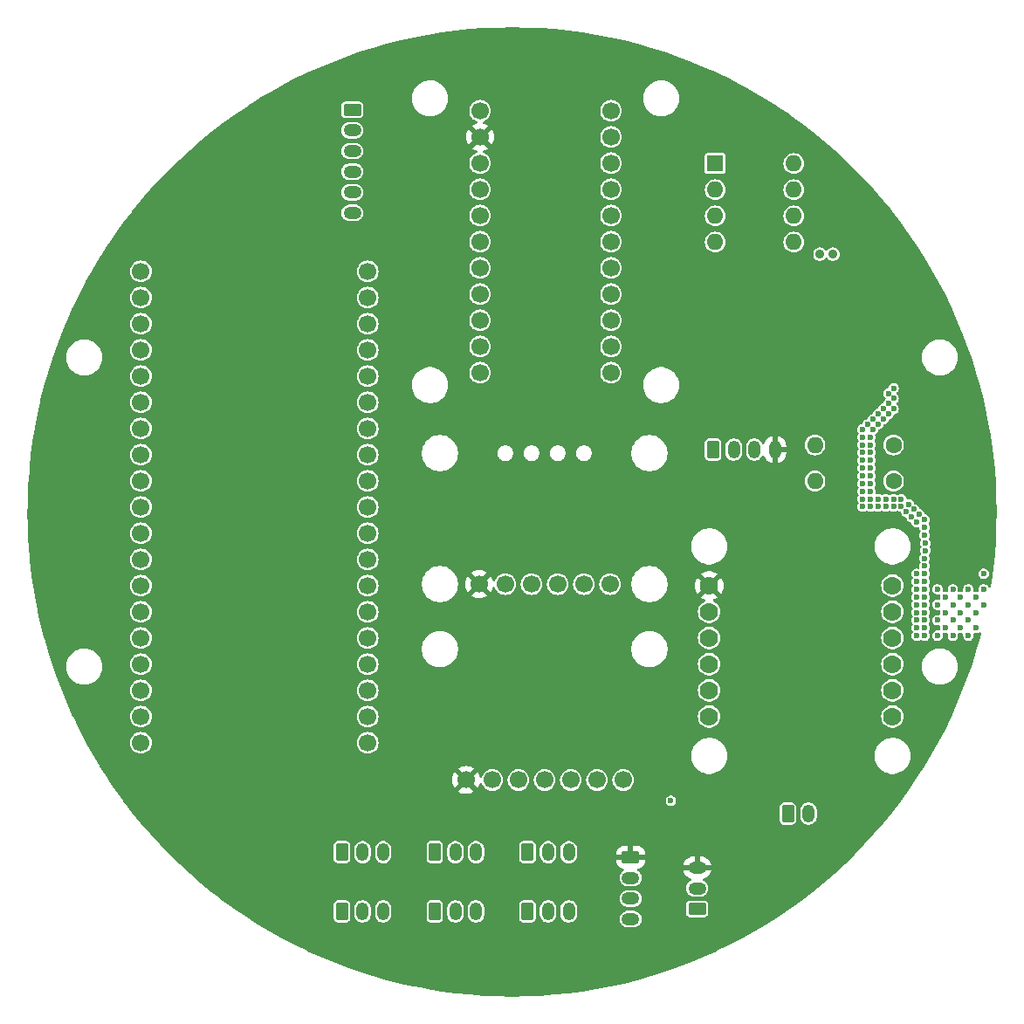
<source format=gbr>
%TF.GenerationSoftware,KiCad,Pcbnew,8.0.5*%
%TF.CreationDate,2025-04-28T01:27:16-04:00*%
%TF.ProjectId,CanSat_Sensor_Board,43616e53-6174-45f5-9365-6e736f725f42,rev?*%
%TF.SameCoordinates,Original*%
%TF.FileFunction,Copper,L3,Inr*%
%TF.FilePolarity,Positive*%
%FSLAX46Y46*%
G04 Gerber Fmt 4.6, Leading zero omitted, Abs format (unit mm)*
G04 Created by KiCad (PCBNEW 8.0.5) date 2025-04-28 01:27:16*
%MOMM*%
%LPD*%
G01*
G04 APERTURE LIST*
G04 Aperture macros list*
%AMRoundRect*
0 Rectangle with rounded corners*
0 $1 Rounding radius*
0 $2 $3 $4 $5 $6 $7 $8 $9 X,Y pos of 4 corners*
0 Add a 4 corners polygon primitive as box body*
4,1,4,$2,$3,$4,$5,$6,$7,$8,$9,$2,$3,0*
0 Add four circle primitives for the rounded corners*
1,1,$1+$1,$2,$3*
1,1,$1+$1,$4,$5*
1,1,$1+$1,$6,$7*
1,1,$1+$1,$8,$9*
0 Add four rect primitives between the rounded corners*
20,1,$1+$1,$2,$3,$4,$5,0*
20,1,$1+$1,$4,$5,$6,$7,0*
20,1,$1+$1,$6,$7,$8,$9,0*
20,1,$1+$1,$8,$9,$2,$3,0*%
G04 Aperture macros list end*
%TA.AperFunction,ComponentPad*%
%ADD10C,1.600000*%
%TD*%
%TA.AperFunction,ComponentPad*%
%ADD11O,1.600000X1.600000*%
%TD*%
%TA.AperFunction,ComponentPad*%
%ADD12RoundRect,0.250000X-0.350000X-0.625000X0.350000X-0.625000X0.350000X0.625000X-0.350000X0.625000X0*%
%TD*%
%TA.AperFunction,ComponentPad*%
%ADD13O,1.200000X1.750000*%
%TD*%
%TA.AperFunction,ComponentPad*%
%ADD14RoundRect,0.250000X-0.625000X0.350000X-0.625000X-0.350000X0.625000X-0.350000X0.625000X0.350000X0*%
%TD*%
%TA.AperFunction,ComponentPad*%
%ADD15O,1.750000X1.200000*%
%TD*%
%TA.AperFunction,ComponentPad*%
%ADD16C,1.700000*%
%TD*%
%TA.AperFunction,ComponentPad*%
%ADD17C,0.910000*%
%TD*%
%TA.AperFunction,ComponentPad*%
%ADD18C,1.778000*%
%TD*%
%TA.AperFunction,ComponentPad*%
%ADD19RoundRect,0.250000X0.625000X-0.350000X0.625000X0.350000X-0.625000X0.350000X-0.625000X-0.350000X0*%
%TD*%
%TA.AperFunction,ComponentPad*%
%ADD20R,1.600000X1.600000*%
%TD*%
%TA.AperFunction,ViaPad*%
%ADD21C,0.600000*%
%TD*%
G04 APERTURE END LIST*
D10*
%TO.N,/5V*%
%TO.C,R2*%
X187000000Y-97000000D03*
D11*
%TO.N,Net-(Adafruit_BME280_STEMMA_QT_U3-Pin_6)*%
X179380000Y-97000000D03*
%TD*%
D12*
%TO.N,GND*%
%TO.C,J9*%
X133500000Y-138750000D03*
D13*
%TO.N,/7.4V*%
X135500000Y-138750000D03*
%TO.N,Net-(ESP32-DEVKIT-32_U1-IO14)*%
X137500000Y-138750000D03*
%TD*%
D14*
%TO.N,/7.4V*%
%TO.C,J2*%
X134500000Y-61000000D03*
D15*
%TO.N,Net-(ESP32-DEVKIT-32_U1-IO32)*%
X134500000Y-63000000D03*
%TO.N,Net-(ESP32-DEVKIT-32_U1-IO33)*%
X134500000Y-65000000D03*
%TO.N,Net-(ESP32-DEVKIT-32_U1-IO25)*%
X134500000Y-67000000D03*
%TO.N,Net-(ESP32-DEVKIT-32_U1-IO26)*%
X134500000Y-69000000D03*
%TO.N,GND*%
X134500000Y-71000000D03*
%TD*%
D16*
%TO.N,GND*%
%TO.C,SparkFunXBeeExplorer_U2*%
X146900000Y-86500000D03*
%TO.N,unconnected-(SparkFunXBeeExplorer_U2-DTR-PadJP5_2)*%
X146900000Y-83960000D03*
%TO.N,unconnected-(SparkFunXBeeExplorer_U2-RES1-PadJP5_3)*%
X146900000Y-81420000D03*
%TO.N,unconnected-(SparkFunXBeeExplorer_U2-DIO11-PadJP5_4)*%
X146900000Y-78880000D03*
%TO.N,unconnected-(SparkFunXBeeExplorer_U2-RSSI-PadJP5_5)*%
X146900000Y-76340000D03*
%TO.N,unconnected-(SparkFunXBeeExplorer_U2-RESET-PadJP5_6)*%
X146900000Y-73800000D03*
%TO.N,unconnected-(SparkFunXBeeExplorer_U2-DIO12-PadJP5_7)*%
X146900000Y-71260000D03*
%TO.N,Net-(ESP32-DEVKIT-32_U1-IO17)*%
X146900000Y-68720000D03*
%TO.N,Net-(ESP32-DEVKIT-32_U1-IO16)*%
X146900000Y-66180000D03*
%TO.N,/3.3V*%
X146900000Y-63640000D03*
%TO.N,GND*%
X146900000Y-61100000D03*
%TO.N,unconnected-(SparkFunXBeeExplorer_U2-DIO0-PadJP6_1)*%
X159600000Y-61100000D03*
%TO.N,unconnected-(SparkFunXBeeExplorer_U2-DIO1-PadJP6_2)*%
X159600000Y-63640000D03*
%TO.N,unconnected-(SparkFunXBeeExplorer_U2-DIO2-PadJP6_3)*%
X159600000Y-66180000D03*
%TO.N,unconnected-(SparkFunXBeeExplorer_U2-DIO3-PadJP6_4)*%
X159600000Y-68720000D03*
%TO.N,unconnected-(SparkFunXBeeExplorer_U2-RTS-PadJP6_5)*%
X159600000Y-71260000D03*
%TO.N,unconnected-(SparkFunXBeeExplorer_U2-DIO5-PadJP6_6)*%
X159600000Y-73800000D03*
%TO.N,unconnected-(SparkFunXBeeExplorer_U2-RES2-PadJP6_7)*%
X159600000Y-76340000D03*
%TO.N,unconnected-(SparkFunXBeeExplorer_U2-DIO9-PadJP6_8)*%
X159600000Y-78880000D03*
%TO.N,unconnected-(SparkFunXBeeExplorer_U2-CTS-PadJP6_9)*%
X159600000Y-81420000D03*
%TO.N,unconnected-(SparkFunXBeeExplorer_U2-DIO4-PadJP6_10)*%
X159600000Y-83960000D03*
%TO.N,unconnected-(SparkFunXBeeExplorer_U2-5V-PadJP6_11)*%
X159600000Y-86500000D03*
%TD*%
%TO.N,unconnected-(ESP32-DEVKIT-32_U1-3V3-PadJ2-1)*%
%TO.C,ESP32-DEVKIT-32_U1*%
X114000000Y-76670000D03*
%TO.N,unconnected-(ESP32-DEVKIT-32_U1-EN-PadJ2-2)*%
X114000000Y-79210000D03*
%TO.N,unconnected-(ESP32-DEVKIT-32_U1-SENSOR_VP-PadJ2-3)*%
X114000000Y-81750000D03*
%TO.N,/ADC*%
X114000000Y-84290000D03*
%TO.N,Net-(ESP32-DEVKIT-32_U1-IO34)*%
X114000000Y-86830000D03*
%TO.N,Net-(Adafruit_BNO085_U5-~{INT})*%
X114000000Y-89370000D03*
%TO.N,Net-(ESP32-DEVKIT-32_U1-IO32)*%
X114000000Y-91910000D03*
%TO.N,Net-(ESP32-DEVKIT-32_U1-IO33)*%
X114000000Y-94450000D03*
%TO.N,Net-(ESP32-DEVKIT-32_U1-IO25)*%
X114000000Y-96990000D03*
%TO.N,Net-(ESP32-DEVKIT-32_U1-IO26)*%
X114000000Y-99530000D03*
%TO.N,Net-(ESP32-DEVKIT-32_U1-IO27)*%
X114000000Y-102070000D03*
%TO.N,Net-(ESP32-DEVKIT-32_U1-IO14)*%
X114000000Y-104610000D03*
%TO.N,Net-(ESP32-DEVKIT-32_U1-IO12)*%
X114000000Y-107150000D03*
%TO.N,GND*%
X114000000Y-109690000D03*
%TO.N,Net-(ESP32-DEVKIT-32_U1-IO13)*%
X114000000Y-112230000D03*
%TO.N,unconnected-(ESP32-DEVKIT-32_U1-SD2-PadJ2-16)*%
X114000000Y-114770000D03*
%TO.N,unconnected-(ESP32-DEVKIT-32_U1-SD3-PadJ2-17)*%
X114000000Y-117310000D03*
%TO.N,unconnected-(ESP32-DEVKIT-32_U1-CMD-PadJ2-18)*%
X114000000Y-119850000D03*
%TO.N,/7.4V*%
X114000000Y-122390000D03*
%TO.N,GND*%
X136000000Y-76670000D03*
%TO.N,Net-(Adafruit_BNO085_U5-DI)*%
X136000000Y-79210000D03*
%TO.N,Net-(Adafruit_BME280_STEMMA_QT_U3-Pin_4)*%
X136000000Y-81750000D03*
%TO.N,Net-(ESP32-DEVKIT-32_U1-TXD0)*%
X136000000Y-84290000D03*
%TO.N,Net-(ESP32-DEVKIT-32_U1-RXD0)*%
X136000000Y-86830000D03*
%TO.N,Net-(Adafruit_BME280_STEMMA_QT_U3-Pin_6)*%
X136000000Y-89370000D03*
%TO.N,GND*%
X136000000Y-91910000D03*
%TO.N,Net-(Adafruit_BNO085_U5-SDA)*%
X136000000Y-94450000D03*
%TO.N,Net-(Adafruit_BNO085_U5-SCL)*%
X136000000Y-96990000D03*
%TO.N,Net-(Adafruit_BNO085_U5-~{RST})*%
X136000000Y-99530000D03*
%TO.N,Net-(ESP32-DEVKIT-32_U1-IO17)*%
X136000000Y-102070000D03*
%TO.N,Net-(ESP32-DEVKIT-32_U1-IO16)*%
X136000000Y-104610000D03*
%TO.N,Net-(ESP32-DEVKIT-32_U1-IO4)*%
X136000000Y-107150000D03*
%TO.N,unconnected-(ESP32-DEVKIT-32_U1-IO0-PadJ3-14)*%
X136000000Y-109690000D03*
%TO.N,Net-(ESP32-DEVKIT-32_U1-IO2)*%
X136000000Y-112230000D03*
%TO.N,Net-(Adafruit_BNO085_U5-CS)*%
X136000000Y-114770000D03*
%TO.N,unconnected-(ESP32-DEVKIT-32_U1-SD1-PadJ3-17)*%
X136000000Y-117310000D03*
%TO.N,unconnected-(ESP32-DEVKIT-32_U1-SD0-PadJ3-18)*%
X136000000Y-119850000D03*
%TO.N,unconnected-(ESP32-DEVKIT-32_U1-CLK-PadJ3-19)*%
X136000000Y-122390000D03*
%TD*%
D17*
%TO.N,Net-(DS1307+_U6-X1)*%
%TO.C,Y1*%
X181135000Y-75000000D03*
%TO.N,Net-(DS1307+_U6-X2)*%
X179865000Y-75000000D03*
%TD*%
D16*
%TO.N,/3.3V*%
%TO.C,Adafruit_BME280_STEMMA_QT_U3*%
X145540000Y-126000000D03*
%TO.N,unconnected-(Adafruit_BME280_STEMMA_QT_U3-Pin_2-Pad2)*%
X148080000Y-126000000D03*
%TO.N,GND*%
X150620000Y-126000000D03*
%TO.N,Net-(Adafruit_BME280_STEMMA_QT_U3-Pin_4)*%
X153160000Y-126000000D03*
%TO.N,unconnected-(Adafruit_BME280_STEMMA_QT_U3-Pin_5-Pad5)*%
X155700000Y-126000000D03*
%TO.N,Net-(Adafruit_BME280_STEMMA_QT_U3-Pin_6)*%
X158240000Y-126000000D03*
%TO.N,unconnected-(Adafruit_BME280_STEMMA_QT_U3-Pin_7-Pad7)*%
X160780000Y-126000000D03*
%TD*%
D12*
%TO.N,GND*%
%TO.C,J8*%
X133500000Y-133000000D03*
D13*
%TO.N,/7.4V*%
X135500000Y-133000000D03*
%TO.N,Net-(ESP32-DEVKIT-32_U1-IO27)*%
X137500000Y-133000000D03*
%TD*%
D12*
%TO.N,GND*%
%TO.C,J4*%
X169500000Y-93950000D03*
D13*
%TO.N,Net-(ESP32-DEVKIT-32_U1-RXD0)*%
X171500000Y-93950000D03*
%TO.N,Net-(ESP32-DEVKIT-32_U1-TXD0)*%
X173500000Y-93950000D03*
%TO.N,/3.3V*%
X175500000Y-93950000D03*
%TD*%
D12*
%TO.N,GND*%
%TO.C,J11*%
X151500000Y-138750000D03*
D13*
%TO.N,/7.4V*%
X153500000Y-138750000D03*
%TO.N,Net-(ESP32-DEVKIT-32_U1-IO13)*%
X155500000Y-138750000D03*
%TD*%
D18*
%TO.N,/3.3V*%
%TO.C,Adafruit_BNO085_U5*%
X169110000Y-107150000D03*
%TO.N,unconnected-(Adafruit_BNO085_U5-3VO-PadJP1_2)*%
X169110000Y-109690000D03*
%TO.N,GND*%
X169110000Y-112230000D03*
%TO.N,Net-(Adafruit_BNO085_U5-SCL)*%
X169110000Y-114770000D03*
%TO.N,Net-(Adafruit_BNO085_U5-SDA)*%
X169110000Y-117310000D03*
%TO.N,Net-(Adafruit_BNO085_U5-~{INT})*%
X169110000Y-119850000D03*
%TO.N,unconnected-(Adafruit_BNO085_U5-BT-PadJP2_1)*%
X186890000Y-107150000D03*
%TO.N,unconnected-(Adafruit_BNO085_U5-P0-PadJP2_2)*%
X186890000Y-109690000D03*
%TO.N,unconnected-(Adafruit_BNO085_U5-P1-PadJP2_3)*%
X186890000Y-112230000D03*
%TO.N,Net-(Adafruit_BNO085_U5-~{RST})*%
X186890000Y-114770000D03*
%TO.N,Net-(Adafruit_BNO085_U5-DI)*%
X186890000Y-117310000D03*
%TO.N,Net-(Adafruit_BNO085_U5-CS)*%
X186890000Y-119850000D03*
%TD*%
D10*
%TO.N,/5V*%
%TO.C,R3*%
X187000000Y-93500000D03*
D11*
%TO.N,Net-(Adafruit_BME280_STEMMA_QT_U3-Pin_4)*%
X179380000Y-93500000D03*
%TD*%
D16*
%TO.N,/3.3V*%
%TO.C,Adafruit_LIS3MDL_U4*%
X146810000Y-107000000D03*
%TO.N,unconnected-(Adafruit_LIS3MDL_U4-Pin_2-Pad2)*%
X149350000Y-107000000D03*
%TO.N,GND*%
X151890000Y-107000000D03*
%TO.N,Net-(Adafruit_BME280_STEMMA_QT_U3-Pin_4)*%
X154430000Y-107000000D03*
%TO.N,Net-(Adafruit_BME280_STEMMA_QT_U3-Pin_6)*%
X156970000Y-107000000D03*
%TO.N,unconnected-(Adafruit_LIS3MDL_U4-Pin_6-Pad6)*%
X159510000Y-107000000D03*
%TD*%
D12*
%TO.N,GND*%
%TO.C,J10*%
X142500000Y-138750000D03*
D13*
%TO.N,/7.4V*%
X144500000Y-138750000D03*
%TO.N,Net-(ESP32-DEVKIT-32_U1-IO12)*%
X146500000Y-138750000D03*
%TD*%
D19*
%TO.N,Net-(ESP32-DEVKIT-32_U1-IO34)*%
%TO.C,J3*%
X167950000Y-138500000D03*
D15*
%TO.N,GND*%
X167950000Y-136500000D03*
%TO.N,/3.3V*%
X167950000Y-134500000D03*
%TD*%
D12*
%TO.N,GND*%
%TO.C,J6*%
X142500000Y-133000000D03*
D13*
%TO.N,/7.4V*%
X144500000Y-133000000D03*
%TO.N,Net-(ESP32-DEVKIT-32_U1-IO2)*%
X146500000Y-133000000D03*
%TD*%
D12*
%TO.N,Net-(J5-Pin_1)*%
%TO.C,J5*%
X176750000Y-129250000D03*
D13*
%TO.N,GND*%
X178750000Y-129250000D03*
%TD*%
D14*
%TO.N,/3.3V*%
%TO.C,J1*%
X161500000Y-133500000D03*
D15*
%TO.N,/7.4V*%
X161500000Y-135500000D03*
%TO.N,/ADC*%
X161500000Y-137500000D03*
%TO.N,GND*%
X161500000Y-139500000D03*
%TD*%
D20*
%TO.N,Net-(DS1307+_U6-X1)*%
%TO.C,DS1307+_U6*%
X169700000Y-66200000D03*
D11*
%TO.N,Net-(DS1307+_U6-X2)*%
X169700000Y-68740000D03*
%TO.N,Net-(DS1307+_U6-VBAT)*%
X169700000Y-71280000D03*
%TO.N,GND*%
X169700000Y-73820000D03*
%TO.N,Net-(Adafruit_BME280_STEMMA_QT_U3-Pin_6)*%
X177320000Y-73820000D03*
%TO.N,Net-(Adafruit_BME280_STEMMA_QT_U3-Pin_4)*%
X177320000Y-71280000D03*
%TO.N,unconnected-(DS1307+_U6-SQW{slash}OUT-Pad7)*%
X177320000Y-68740000D03*
%TO.N,/5V*%
X177320000Y-66200000D03*
%TD*%
D12*
%TO.N,GND*%
%TO.C,J7*%
X151500000Y-133000000D03*
D13*
%TO.N,/7.4V*%
X153500000Y-133000000D03*
%TO.N,Net-(ESP32-DEVKIT-32_U1-IO4)*%
X155500000Y-133000000D03*
%TD*%
D21*
%TO.N,Net-(Adafruit_BNO085_U5-~{INT})*%
X165400000Y-128000000D03*
%TO.N,/3.3V*%
X195250000Y-91000000D03*
X196000000Y-91750000D03*
X195250000Y-98500000D03*
X194150000Y-102250000D03*
X196000000Y-93250000D03*
X194500000Y-96250000D03*
X196000000Y-94750000D03*
X192650000Y-102250000D03*
X195250000Y-97000000D03*
X195250000Y-95500000D03*
X193400000Y-103000000D03*
X196000000Y-97750000D03*
X194900000Y-103000000D03*
X196000000Y-96250000D03*
X194500000Y-99250000D03*
X193750000Y-95500000D03*
X195250000Y-92500000D03*
X194500000Y-97750000D03*
X196000000Y-99250000D03*
X195250000Y-94000000D03*
X193750000Y-97000000D03*
X193000000Y-96250000D03*
%TO.N,GND*%
X189250000Y-109750000D03*
X184000000Y-95750000D03*
X184000000Y-96500000D03*
X188750000Y-100500000D03*
X189250000Y-106750000D03*
X192000000Y-108250000D03*
X185500000Y-90500000D03*
X184750000Y-92750000D03*
X195750000Y-109000000D03*
X193500000Y-108250000D03*
X194250000Y-109000000D03*
X189250000Y-101000000D03*
X189250000Y-107500000D03*
X189250000Y-108250000D03*
X194250000Y-110500000D03*
X193500000Y-111250000D03*
X190000000Y-104500000D03*
X184750000Y-94250000D03*
X191250000Y-112000000D03*
X185000000Y-91000000D03*
X189250000Y-110500000D03*
X187000000Y-99500000D03*
X189250000Y-112000000D03*
X184000000Y-99500000D03*
X193500000Y-109750000D03*
X190000000Y-109750000D03*
X192750000Y-107500000D03*
X191250000Y-110500000D03*
X190000000Y-101500000D03*
X185000000Y-92000000D03*
X194250000Y-112000000D03*
X194250000Y-107500000D03*
X192000000Y-111250000D03*
X192000000Y-109750000D03*
X187750000Y-98750000D03*
X186250000Y-98750000D03*
X189000000Y-99750000D03*
X185500000Y-91500000D03*
X190000000Y-106000000D03*
X184750000Y-96500000D03*
X187750000Y-99500000D03*
X184000000Y-98750000D03*
X184000000Y-92750000D03*
X186500000Y-90500000D03*
X187000000Y-90000000D03*
X184750000Y-99500000D03*
X190000000Y-109000000D03*
X186000000Y-90000000D03*
X192750000Y-109000000D03*
X184000000Y-94250000D03*
X184000000Y-97250000D03*
X186500000Y-89500000D03*
X187000000Y-88000000D03*
X195750000Y-106000000D03*
X192750000Y-110500000D03*
X190100000Y-103750000D03*
X184000000Y-98000000D03*
X184750000Y-98000000D03*
X184750000Y-95000000D03*
X189500000Y-100250000D03*
X184750000Y-97250000D03*
X184750000Y-93500000D03*
X190000000Y-112000000D03*
X190000000Y-108250000D03*
X189250000Y-109000000D03*
X195000000Y-109750000D03*
X184000000Y-92000000D03*
X187000000Y-89000000D03*
X190000000Y-111250000D03*
X184750000Y-98750000D03*
X190100000Y-103000000D03*
X184000000Y-93500000D03*
X189250000Y-106000000D03*
X190000000Y-100750000D03*
X190000000Y-106750000D03*
X186000000Y-91000000D03*
X184000000Y-95000000D03*
X186500000Y-88500000D03*
X195750000Y-107500000D03*
X191250000Y-107500000D03*
X195000000Y-108250000D03*
X192750000Y-112000000D03*
X190000000Y-102250000D03*
X188250000Y-100000000D03*
X190000000Y-107500000D03*
X195000000Y-111250000D03*
X184750000Y-95750000D03*
X190000000Y-110500000D03*
X187000000Y-98750000D03*
X185500000Y-99500000D03*
X188500000Y-99250000D03*
X186250000Y-99500000D03*
X185500000Y-98750000D03*
X189250000Y-111250000D03*
X191250000Y-109000000D03*
X184500000Y-91500000D03*
X190000000Y-105250000D03*
%TD*%
%TA.AperFunction,Conductor*%
%TO.N,/3.3V*%
G36*
X151365219Y-53020357D02*
G01*
X151368718Y-53020459D01*
X152731033Y-53079939D01*
X152734536Y-53080144D01*
X154094469Y-53179215D01*
X154098054Y-53179528D01*
X155454574Y-53318116D01*
X155458058Y-53318524D01*
X156809979Y-53496508D01*
X156813477Y-53497020D01*
X158159653Y-53714249D01*
X158163073Y-53714852D01*
X159502379Y-53971145D01*
X159505827Y-53971857D01*
X160837081Y-54266990D01*
X160840589Y-54267821D01*
X162162651Y-54601536D01*
X162166096Y-54602459D01*
X163477897Y-54974486D01*
X163481265Y-54975494D01*
X164675262Y-55351959D01*
X164781749Y-55385535D01*
X164785172Y-55386670D01*
X166073065Y-55834322D01*
X166076417Y-55835541D01*
X167350841Y-56320498D01*
X167354166Y-56321819D01*
X168613931Y-56843631D01*
X168617169Y-56845028D01*
X169678843Y-57321421D01*
X169861191Y-57403244D01*
X169864460Y-57404768D01*
X171091756Y-57998947D01*
X171094913Y-58000533D01*
X171552700Y-58238842D01*
X172304354Y-58630129D01*
X172307529Y-58631840D01*
X172833480Y-58925382D01*
X173498217Y-59296383D01*
X173501304Y-59298166D01*
X174672095Y-59997021D01*
X174675122Y-59998888D01*
X175769440Y-60696046D01*
X175825117Y-60731516D01*
X175828118Y-60733489D01*
X176918143Y-61473342D01*
X176956327Y-61499259D01*
X176959275Y-61501324D01*
X178064737Y-62299587D01*
X178067552Y-62301683D01*
X179149331Y-63131761D01*
X179152124Y-63133969D01*
X180207331Y-63993553D01*
X180209309Y-63995164D01*
X180212066Y-63997478D01*
X180662522Y-64386759D01*
X181243718Y-64889024D01*
X181246412Y-64891422D01*
X182251672Y-65812574D01*
X182254296Y-65815049D01*
X183232371Y-66765078D01*
X183234921Y-66767628D01*
X184184950Y-67745703D01*
X184187425Y-67748327D01*
X185108577Y-68753587D01*
X185110975Y-68756281D01*
X186002516Y-69787927D01*
X186004835Y-69790690D01*
X186681074Y-70620827D01*
X186866016Y-70847857D01*
X186868245Y-70850677D01*
X187698308Y-71932436D01*
X187700420Y-71935273D01*
X188242524Y-72685997D01*
X188498671Y-73040718D01*
X188500740Y-73043672D01*
X189266501Y-74171868D01*
X189268483Y-74174882D01*
X189398226Y-74378538D01*
X189988256Y-75304699D01*
X190001098Y-75324856D01*
X190002989Y-75327924D01*
X190008894Y-75337815D01*
X190701822Y-76498677D01*
X190703626Y-76501800D01*
X191368159Y-77692470D01*
X191369870Y-77695645D01*
X191999449Y-78905053D01*
X192001068Y-78908276D01*
X192595231Y-80135539D01*
X192596755Y-80138808D01*
X193154955Y-81382793D01*
X193156384Y-81386105D01*
X193678174Y-82645819D01*
X193679506Y-82649171D01*
X194164451Y-83923564D01*
X194165684Y-83926954D01*
X194613329Y-85214827D01*
X194614464Y-85218250D01*
X195024492Y-86518691D01*
X195025526Y-86522147D01*
X195397534Y-87833883D01*
X195398468Y-87837367D01*
X195732177Y-89159409D01*
X195733009Y-89162918D01*
X196028133Y-90494130D01*
X196028862Y-90497663D01*
X196125297Y-91001599D01*
X196272985Y-91773371D01*
X196285135Y-91836860D01*
X196285759Y-91840401D01*
X196330221Y-92115932D01*
X196502973Y-93186486D01*
X196503496Y-93190055D01*
X196681469Y-94541892D01*
X196681888Y-94545474D01*
X196820470Y-95901941D01*
X196820784Y-95905534D01*
X196919852Y-97265413D01*
X196920062Y-97269014D01*
X196979538Y-98631228D01*
X196979643Y-98634834D01*
X196999473Y-99998197D01*
X196999473Y-100001803D01*
X196979643Y-101365165D01*
X196979538Y-101368771D01*
X196920062Y-102730985D01*
X196919852Y-102734586D01*
X196820784Y-104094465D01*
X196820470Y-104098058D01*
X196681888Y-105454525D01*
X196681469Y-105458107D01*
X196503496Y-106809944D01*
X196502973Y-106813513D01*
X196433380Y-107244780D01*
X196403267Y-107307828D01*
X196343849Y-107344586D01*
X196273989Y-107343385D01*
X196215869Y-107304606D01*
X196198172Y-107276541D01*
X196175377Y-107226627D01*
X196081128Y-107117857D01*
X195960053Y-107040047D01*
X195960051Y-107040046D01*
X195960049Y-107040045D01*
X195960050Y-107040045D01*
X195821963Y-106999500D01*
X195821961Y-106999500D01*
X195678039Y-106999500D01*
X195678036Y-106999500D01*
X195539949Y-107040045D01*
X195418873Y-107117856D01*
X195324623Y-107226626D01*
X195324622Y-107226628D01*
X195264834Y-107357543D01*
X195244353Y-107500000D01*
X195261945Y-107622364D01*
X195252001Y-107691522D01*
X195206246Y-107744326D01*
X195139206Y-107764010D01*
X195104273Y-107758987D01*
X195071963Y-107749500D01*
X195071961Y-107749500D01*
X194928039Y-107749500D01*
X194928035Y-107749500D01*
X194895726Y-107758987D01*
X194825856Y-107758987D01*
X194767078Y-107721212D01*
X194738054Y-107657656D01*
X194738054Y-107622363D01*
X194743217Y-107586452D01*
X194755647Y-107500000D01*
X194735165Y-107357543D01*
X194675377Y-107226627D01*
X194581128Y-107117857D01*
X194460053Y-107040047D01*
X194460051Y-107040046D01*
X194460049Y-107040045D01*
X194460050Y-107040045D01*
X194321963Y-106999500D01*
X194321961Y-106999500D01*
X194178039Y-106999500D01*
X194178036Y-106999500D01*
X194039949Y-107040045D01*
X193918873Y-107117856D01*
X193824623Y-107226626D01*
X193824622Y-107226628D01*
X193764834Y-107357543D01*
X193744353Y-107500000D01*
X193761945Y-107622364D01*
X193752001Y-107691522D01*
X193706246Y-107744326D01*
X193639206Y-107764010D01*
X193604273Y-107758987D01*
X193571963Y-107749500D01*
X193571961Y-107749500D01*
X193428039Y-107749500D01*
X193428035Y-107749500D01*
X193395726Y-107758987D01*
X193325856Y-107758987D01*
X193267078Y-107721212D01*
X193238054Y-107657656D01*
X193238054Y-107622363D01*
X193243217Y-107586452D01*
X193255647Y-107500000D01*
X193235165Y-107357543D01*
X193175377Y-107226627D01*
X193081128Y-107117857D01*
X192960053Y-107040047D01*
X192960051Y-107040046D01*
X192960049Y-107040045D01*
X192960050Y-107040045D01*
X192821963Y-106999500D01*
X192821961Y-106999500D01*
X192678039Y-106999500D01*
X192678036Y-106999500D01*
X192539949Y-107040045D01*
X192418873Y-107117856D01*
X192324623Y-107226626D01*
X192324622Y-107226628D01*
X192264834Y-107357543D01*
X192244353Y-107500000D01*
X192261945Y-107622364D01*
X192252001Y-107691522D01*
X192206246Y-107744326D01*
X192139206Y-107764010D01*
X192104273Y-107758987D01*
X192071963Y-107749500D01*
X192071961Y-107749500D01*
X191928039Y-107749500D01*
X191928035Y-107749500D01*
X191895726Y-107758987D01*
X191825856Y-107758987D01*
X191767078Y-107721212D01*
X191738054Y-107657656D01*
X191738054Y-107622363D01*
X191743217Y-107586452D01*
X191755647Y-107500000D01*
X191735165Y-107357543D01*
X191675377Y-107226627D01*
X191581128Y-107117857D01*
X191460053Y-107040047D01*
X191460051Y-107040046D01*
X191460049Y-107040045D01*
X191460050Y-107040045D01*
X191321963Y-106999500D01*
X191321961Y-106999500D01*
X191178039Y-106999500D01*
X191178036Y-106999500D01*
X191039949Y-107040045D01*
X190918873Y-107117856D01*
X190824623Y-107226626D01*
X190824622Y-107226628D01*
X190764834Y-107357543D01*
X190747738Y-107476456D01*
X190736986Y-107499999D01*
X190747738Y-107523543D01*
X190764834Y-107642456D01*
X190812309Y-107746410D01*
X190824623Y-107773373D01*
X190918872Y-107882143D01*
X191039947Y-107959953D01*
X191039950Y-107959954D01*
X191039949Y-107959954D01*
X191178036Y-108000499D01*
X191178038Y-108000500D01*
X191178039Y-108000500D01*
X191321962Y-108000500D01*
X191321962Y-108000499D01*
X191354271Y-107991012D01*
X191424139Y-107991011D01*
X191482918Y-108028784D01*
X191511945Y-108092340D01*
X191511945Y-108127635D01*
X191494353Y-108249998D01*
X191494353Y-108250000D01*
X191511945Y-108372364D01*
X191502001Y-108441522D01*
X191456246Y-108494326D01*
X191389206Y-108514010D01*
X191354273Y-108508987D01*
X191321963Y-108499500D01*
X191321961Y-108499500D01*
X191178039Y-108499500D01*
X191178036Y-108499500D01*
X191039949Y-108540045D01*
X190918873Y-108617856D01*
X190824623Y-108726626D01*
X190824622Y-108726628D01*
X190764834Y-108857543D01*
X190747738Y-108976456D01*
X190736986Y-108999999D01*
X190747738Y-109023543D01*
X190764834Y-109142456D01*
X190813720Y-109249500D01*
X190824623Y-109273373D01*
X190918872Y-109382143D01*
X191039947Y-109459953D01*
X191039950Y-109459954D01*
X191039949Y-109459954D01*
X191178036Y-109500499D01*
X191178038Y-109500500D01*
X191178039Y-109500500D01*
X191321962Y-109500500D01*
X191321962Y-109500499D01*
X191354271Y-109491012D01*
X191424139Y-109491011D01*
X191482918Y-109528784D01*
X191511945Y-109592340D01*
X191511945Y-109627635D01*
X191494353Y-109749998D01*
X191494353Y-109750000D01*
X191511945Y-109872364D01*
X191502001Y-109941522D01*
X191456246Y-109994326D01*
X191389206Y-110014010D01*
X191354273Y-110008987D01*
X191321963Y-109999500D01*
X191321961Y-109999500D01*
X191178039Y-109999500D01*
X191178036Y-109999500D01*
X191039949Y-110040045D01*
X190918873Y-110117856D01*
X190824623Y-110226626D01*
X190824622Y-110226628D01*
X190764834Y-110357543D01*
X190747738Y-110476456D01*
X190736986Y-110499999D01*
X190747738Y-110523543D01*
X190764834Y-110642456D01*
X190813720Y-110749500D01*
X190824623Y-110773373D01*
X190918872Y-110882143D01*
X191039947Y-110959953D01*
X191039950Y-110959954D01*
X191039949Y-110959954D01*
X191178036Y-111000499D01*
X191178038Y-111000500D01*
X191178039Y-111000500D01*
X191321962Y-111000500D01*
X191321962Y-111000499D01*
X191354271Y-110991012D01*
X191424139Y-110991011D01*
X191482918Y-111028784D01*
X191511945Y-111092340D01*
X191511945Y-111127635D01*
X191494353Y-111249998D01*
X191494353Y-111250000D01*
X191511945Y-111372364D01*
X191502001Y-111441522D01*
X191456246Y-111494326D01*
X191389206Y-111514010D01*
X191354273Y-111508987D01*
X191321963Y-111499500D01*
X191321961Y-111499500D01*
X191178039Y-111499500D01*
X191178036Y-111499500D01*
X191039949Y-111540045D01*
X190918873Y-111617856D01*
X190824623Y-111726626D01*
X190824622Y-111726628D01*
X190764834Y-111857543D01*
X190747738Y-111976456D01*
X190736986Y-111999999D01*
X190747738Y-112023543D01*
X190764834Y-112142456D01*
X190804815Y-112230000D01*
X190824623Y-112273373D01*
X190918872Y-112382143D01*
X191039947Y-112459953D01*
X191039950Y-112459954D01*
X191039949Y-112459954D01*
X191178036Y-112500499D01*
X191178038Y-112500500D01*
X191178039Y-112500500D01*
X191321962Y-112500500D01*
X191321962Y-112500499D01*
X191460053Y-112459953D01*
X191581128Y-112382143D01*
X191675377Y-112273373D01*
X191735165Y-112142457D01*
X191755647Y-112000000D01*
X191738054Y-111877635D01*
X191747998Y-111808477D01*
X191793753Y-111755673D01*
X191860792Y-111735989D01*
X191895723Y-111741011D01*
X191928039Y-111750500D01*
X191928040Y-111750500D01*
X192071962Y-111750500D01*
X192071962Y-111750499D01*
X192104271Y-111741012D01*
X192174139Y-111741011D01*
X192232918Y-111778784D01*
X192261945Y-111842340D01*
X192261945Y-111877635D01*
X192244353Y-111999998D01*
X192244353Y-111999999D01*
X192264834Y-112142456D01*
X192304815Y-112230000D01*
X192324623Y-112273373D01*
X192418872Y-112382143D01*
X192539947Y-112459953D01*
X192539950Y-112459954D01*
X192539949Y-112459954D01*
X192678036Y-112500499D01*
X192678038Y-112500500D01*
X192678039Y-112500500D01*
X192821962Y-112500500D01*
X192821962Y-112500499D01*
X192960053Y-112459953D01*
X193081128Y-112382143D01*
X193175377Y-112273373D01*
X193235165Y-112142457D01*
X193255647Y-112000000D01*
X193238054Y-111877635D01*
X193247998Y-111808477D01*
X193293753Y-111755673D01*
X193360792Y-111735989D01*
X193395723Y-111741011D01*
X193428039Y-111750500D01*
X193428040Y-111750500D01*
X193571962Y-111750500D01*
X193571962Y-111750499D01*
X193604271Y-111741012D01*
X193674139Y-111741011D01*
X193732918Y-111778784D01*
X193761945Y-111842340D01*
X193761945Y-111877635D01*
X193744353Y-111999998D01*
X193744353Y-111999999D01*
X193764834Y-112142456D01*
X193804815Y-112230000D01*
X193824623Y-112273373D01*
X193918872Y-112382143D01*
X194039947Y-112459953D01*
X194039950Y-112459954D01*
X194039949Y-112459954D01*
X194178036Y-112500499D01*
X194178038Y-112500500D01*
X194178039Y-112500500D01*
X194321962Y-112500500D01*
X194321962Y-112500499D01*
X194460053Y-112459953D01*
X194581128Y-112382143D01*
X194675377Y-112273373D01*
X194735165Y-112142457D01*
X194755647Y-112000000D01*
X194738054Y-111877635D01*
X194747998Y-111808477D01*
X194793753Y-111755673D01*
X194860792Y-111735989D01*
X194895723Y-111741011D01*
X194928039Y-111750500D01*
X194928040Y-111750500D01*
X195071962Y-111750500D01*
X195071962Y-111750499D01*
X195210053Y-111709953D01*
X195307238Y-111647495D01*
X195374278Y-111627811D01*
X195441317Y-111647496D01*
X195487072Y-111700299D01*
X195497016Y-111769458D01*
X195494507Y-111782159D01*
X195398468Y-112162632D01*
X195397534Y-112166116D01*
X195025526Y-113477852D01*
X195024492Y-113481308D01*
X194614464Y-114781749D01*
X194613329Y-114785172D01*
X194165684Y-116073045D01*
X194164451Y-116076435D01*
X193679506Y-117350828D01*
X193678174Y-117354180D01*
X193156384Y-118613894D01*
X193154955Y-118617206D01*
X192596755Y-119861191D01*
X192595231Y-119864460D01*
X192001068Y-121091723D01*
X191999449Y-121094946D01*
X191369870Y-122304354D01*
X191368159Y-122307529D01*
X190703626Y-123498199D01*
X190701822Y-123501322D01*
X190002991Y-124672073D01*
X190001098Y-124675143D01*
X189268483Y-125825117D01*
X189266501Y-125828131D01*
X188500740Y-126956327D01*
X188498671Y-126959281D01*
X187700441Y-128064698D01*
X187698287Y-128067591D01*
X186868253Y-129149312D01*
X186866016Y-129152142D01*
X186004835Y-130209309D01*
X186002516Y-130212072D01*
X185110975Y-131243718D01*
X185108577Y-131246412D01*
X184187425Y-132251672D01*
X184184950Y-132254296D01*
X183234921Y-133232371D01*
X183232371Y-133234921D01*
X182254296Y-134184950D01*
X182251672Y-134187425D01*
X181246412Y-135108577D01*
X181243718Y-135110975D01*
X180212072Y-136002516D01*
X180209309Y-136004835D01*
X179152142Y-136866016D01*
X179149312Y-136868253D01*
X178067591Y-137698287D01*
X178064698Y-137700441D01*
X176959281Y-138498671D01*
X176956327Y-138500740D01*
X175828131Y-139266501D01*
X175825117Y-139268483D01*
X174675143Y-140001098D01*
X174672073Y-140002991D01*
X173501322Y-140701822D01*
X173498199Y-140703626D01*
X172307529Y-141368159D01*
X172304354Y-141369870D01*
X171094946Y-141999449D01*
X171091723Y-142001068D01*
X169864460Y-142595231D01*
X169861191Y-142596755D01*
X168617206Y-143154955D01*
X168613894Y-143156384D01*
X167354180Y-143678174D01*
X167350828Y-143679506D01*
X166076435Y-144164451D01*
X166073045Y-144165684D01*
X164785172Y-144613329D01*
X164781749Y-144614464D01*
X163481308Y-145024492D01*
X163477852Y-145025526D01*
X162166116Y-145397534D01*
X162162632Y-145398468D01*
X160840590Y-145732177D01*
X160837081Y-145733009D01*
X159505869Y-146028133D01*
X159502336Y-146028862D01*
X158163139Y-146285135D01*
X158159587Y-146285761D01*
X156813513Y-146502973D01*
X156809944Y-146503496D01*
X155458107Y-146681469D01*
X155454525Y-146681888D01*
X154098058Y-146820470D01*
X154094465Y-146820784D01*
X152734586Y-146919852D01*
X152730985Y-146920062D01*
X151368771Y-146979538D01*
X151365165Y-146979643D01*
X150001803Y-146999473D01*
X149998197Y-146999473D01*
X148634834Y-146979643D01*
X148631228Y-146979538D01*
X147269014Y-146920062D01*
X147265413Y-146919852D01*
X145905534Y-146820784D01*
X145901941Y-146820470D01*
X144545474Y-146681888D01*
X144541892Y-146681469D01*
X143190055Y-146503496D01*
X143186486Y-146502973D01*
X142280420Y-146356763D01*
X141840401Y-146285759D01*
X141836871Y-146285137D01*
X141118656Y-146147697D01*
X140497663Y-146028862D01*
X140494130Y-146028133D01*
X139162918Y-145733009D01*
X139159409Y-145732177D01*
X137837367Y-145398468D01*
X137833883Y-145397534D01*
X136522147Y-145025526D01*
X136518691Y-145024492D01*
X135218250Y-144614464D01*
X135214827Y-144613329D01*
X133926954Y-144165684D01*
X133923564Y-144164451D01*
X132649171Y-143679506D01*
X132645819Y-143678174D01*
X131386105Y-143156384D01*
X131382793Y-143154955D01*
X130138808Y-142596755D01*
X130135539Y-142595231D01*
X128908276Y-142001068D01*
X128905053Y-141999449D01*
X127695645Y-141369870D01*
X127692470Y-141368159D01*
X126501800Y-140703626D01*
X126498677Y-140701822D01*
X125327926Y-140002991D01*
X125324856Y-140001098D01*
X124174882Y-139268483D01*
X124171868Y-139266501D01*
X123043672Y-138500740D01*
X123040718Y-138498671D01*
X122710338Y-138260101D01*
X122448091Y-138070730D01*
X132699500Y-138070730D01*
X132699500Y-139429269D01*
X132702353Y-139459699D01*
X132702353Y-139459701D01*
X132744044Y-139578844D01*
X132747207Y-139587882D01*
X132827850Y-139697150D01*
X132937118Y-139777793D01*
X132979845Y-139792744D01*
X133065299Y-139822646D01*
X133095730Y-139825500D01*
X133095734Y-139825500D01*
X133904270Y-139825500D01*
X133934699Y-139822646D01*
X133934701Y-139822646D01*
X133998790Y-139800219D01*
X134062882Y-139777793D01*
X134172150Y-139697150D01*
X134252793Y-139587882D01*
X134275219Y-139523790D01*
X134297646Y-139459701D01*
X134297646Y-139459699D01*
X134300500Y-139429269D01*
X134300500Y-138396153D01*
X134699500Y-138396153D01*
X134699500Y-139103846D01*
X134730261Y-139258489D01*
X134730264Y-139258501D01*
X134790602Y-139404172D01*
X134790609Y-139404185D01*
X134878210Y-139535288D01*
X134878213Y-139535292D01*
X134989707Y-139646786D01*
X134989711Y-139646789D01*
X135120814Y-139734390D01*
X135120827Y-139734397D01*
X135225596Y-139777793D01*
X135266503Y-139794737D01*
X135406810Y-139822646D01*
X135421153Y-139825499D01*
X135421156Y-139825500D01*
X135421158Y-139825500D01*
X135578844Y-139825500D01*
X135578845Y-139825499D01*
X135733497Y-139794737D01*
X135879179Y-139734394D01*
X136010289Y-139646789D01*
X136121789Y-139535289D01*
X136209394Y-139404179D01*
X136269737Y-139258497D01*
X136300500Y-139103842D01*
X136300500Y-138396158D01*
X136300500Y-138396155D01*
X136300499Y-138396153D01*
X136699500Y-138396153D01*
X136699500Y-139103846D01*
X136730261Y-139258489D01*
X136730264Y-139258501D01*
X136790602Y-139404172D01*
X136790609Y-139404185D01*
X136878210Y-139535288D01*
X136878213Y-139535292D01*
X136989707Y-139646786D01*
X136989711Y-139646789D01*
X137120814Y-139734390D01*
X137120827Y-139734397D01*
X137225596Y-139777793D01*
X137266503Y-139794737D01*
X137406810Y-139822646D01*
X137421153Y-139825499D01*
X137421156Y-139825500D01*
X137421158Y-139825500D01*
X137578844Y-139825500D01*
X137578845Y-139825499D01*
X137733497Y-139794737D01*
X137879179Y-139734394D01*
X138010289Y-139646789D01*
X138121789Y-139535289D01*
X138209394Y-139404179D01*
X138269737Y-139258497D01*
X138300500Y-139103842D01*
X138300500Y-138396158D01*
X138300500Y-138396155D01*
X138300499Y-138396153D01*
X138275353Y-138269737D01*
X138269737Y-138241503D01*
X138269735Y-138241498D01*
X138209397Y-138095827D01*
X138209390Y-138095814D01*
X138192629Y-138070730D01*
X141699500Y-138070730D01*
X141699500Y-139429269D01*
X141702353Y-139459699D01*
X141702353Y-139459701D01*
X141744044Y-139578844D01*
X141747207Y-139587882D01*
X141827850Y-139697150D01*
X141937118Y-139777793D01*
X141979845Y-139792744D01*
X142065299Y-139822646D01*
X142095730Y-139825500D01*
X142095734Y-139825500D01*
X142904270Y-139825500D01*
X142934699Y-139822646D01*
X142934701Y-139822646D01*
X142998790Y-139800219D01*
X143062882Y-139777793D01*
X143172150Y-139697150D01*
X143252793Y-139587882D01*
X143275219Y-139523790D01*
X143297646Y-139459701D01*
X143297646Y-139459699D01*
X143300500Y-139429269D01*
X143300500Y-138396153D01*
X143699500Y-138396153D01*
X143699500Y-139103846D01*
X143730261Y-139258489D01*
X143730264Y-139258501D01*
X143790602Y-139404172D01*
X143790609Y-139404185D01*
X143878210Y-139535288D01*
X143878213Y-139535292D01*
X143989707Y-139646786D01*
X143989711Y-139646789D01*
X144120814Y-139734390D01*
X144120827Y-139734397D01*
X144225596Y-139777793D01*
X144266503Y-139794737D01*
X144406810Y-139822646D01*
X144421153Y-139825499D01*
X144421156Y-139825500D01*
X144421158Y-139825500D01*
X144578844Y-139825500D01*
X144578845Y-139825499D01*
X144733497Y-139794737D01*
X144879179Y-139734394D01*
X145010289Y-139646789D01*
X145121789Y-139535289D01*
X145209394Y-139404179D01*
X145269737Y-139258497D01*
X145300500Y-139103842D01*
X145300500Y-138396158D01*
X145300500Y-138396155D01*
X145300499Y-138396153D01*
X145699500Y-138396153D01*
X145699500Y-139103846D01*
X145730261Y-139258489D01*
X145730264Y-139258501D01*
X145790602Y-139404172D01*
X145790609Y-139404185D01*
X145878210Y-139535288D01*
X145878213Y-139535292D01*
X145989707Y-139646786D01*
X145989711Y-139646789D01*
X146120814Y-139734390D01*
X146120827Y-139734397D01*
X146225596Y-139777793D01*
X146266503Y-139794737D01*
X146406810Y-139822646D01*
X146421153Y-139825499D01*
X146421156Y-139825500D01*
X146421158Y-139825500D01*
X146578844Y-139825500D01*
X146578845Y-139825499D01*
X146733497Y-139794737D01*
X146879179Y-139734394D01*
X147010289Y-139646789D01*
X147121789Y-139535289D01*
X147209394Y-139404179D01*
X147269737Y-139258497D01*
X147300500Y-139103842D01*
X147300500Y-138396158D01*
X147300500Y-138396155D01*
X147300499Y-138396153D01*
X147275353Y-138269737D01*
X147269737Y-138241503D01*
X147269735Y-138241498D01*
X147209397Y-138095827D01*
X147209390Y-138095814D01*
X147192629Y-138070730D01*
X150699500Y-138070730D01*
X150699500Y-139429269D01*
X150702353Y-139459699D01*
X150702353Y-139459701D01*
X150744044Y-139578844D01*
X150747207Y-139587882D01*
X150827850Y-139697150D01*
X150937118Y-139777793D01*
X150979845Y-139792744D01*
X151065299Y-139822646D01*
X151095730Y-139825500D01*
X151095734Y-139825500D01*
X151904270Y-139825500D01*
X151934699Y-139822646D01*
X151934701Y-139822646D01*
X151998790Y-139800219D01*
X152062882Y-139777793D01*
X152172150Y-139697150D01*
X152252793Y-139587882D01*
X152275219Y-139523790D01*
X152297646Y-139459701D01*
X152297646Y-139459699D01*
X152300500Y-139429269D01*
X152300500Y-138396153D01*
X152699500Y-138396153D01*
X152699500Y-139103846D01*
X152730261Y-139258489D01*
X152730264Y-139258501D01*
X152790602Y-139404172D01*
X152790609Y-139404185D01*
X152878210Y-139535288D01*
X152878213Y-139535292D01*
X152989707Y-139646786D01*
X152989711Y-139646789D01*
X153120814Y-139734390D01*
X153120827Y-139734397D01*
X153225596Y-139777793D01*
X153266503Y-139794737D01*
X153406810Y-139822646D01*
X153421153Y-139825499D01*
X153421156Y-139825500D01*
X153421158Y-139825500D01*
X153578844Y-139825500D01*
X153578845Y-139825499D01*
X153733497Y-139794737D01*
X153879179Y-139734394D01*
X154010289Y-139646789D01*
X154121789Y-139535289D01*
X154209394Y-139404179D01*
X154269737Y-139258497D01*
X154300500Y-139103842D01*
X154300500Y-138396158D01*
X154300500Y-138396155D01*
X154300499Y-138396153D01*
X154699500Y-138396153D01*
X154699500Y-139103846D01*
X154730261Y-139258489D01*
X154730264Y-139258501D01*
X154790602Y-139404172D01*
X154790609Y-139404185D01*
X154878210Y-139535288D01*
X154878213Y-139535292D01*
X154989707Y-139646786D01*
X154989711Y-139646789D01*
X155120814Y-139734390D01*
X155120827Y-139734397D01*
X155225596Y-139777793D01*
X155266503Y-139794737D01*
X155406810Y-139822646D01*
X155421153Y-139825499D01*
X155421156Y-139825500D01*
X155421158Y-139825500D01*
X155578844Y-139825500D01*
X155578845Y-139825499D01*
X155733497Y-139794737D01*
X155879179Y-139734394D01*
X156010289Y-139646789D01*
X156121789Y-139535289D01*
X156198052Y-139421153D01*
X160424500Y-139421153D01*
X160424500Y-139578846D01*
X160455261Y-139733489D01*
X160455264Y-139733501D01*
X160515602Y-139879172D01*
X160515609Y-139879185D01*
X160603210Y-140010288D01*
X160603213Y-140010292D01*
X160714707Y-140121786D01*
X160714711Y-140121789D01*
X160845814Y-140209390D01*
X160845827Y-140209397D01*
X160991498Y-140269735D01*
X160991503Y-140269737D01*
X161146153Y-140300499D01*
X161146156Y-140300500D01*
X161146158Y-140300500D01*
X161853844Y-140300500D01*
X161853845Y-140300499D01*
X162008497Y-140269737D01*
X162154179Y-140209394D01*
X162285289Y-140121789D01*
X162396789Y-140010289D01*
X162484394Y-139879179D01*
X162544737Y-139733497D01*
X162575500Y-139578842D01*
X162575500Y-139421158D01*
X162575500Y-139421155D01*
X162575499Y-139421153D01*
X162551499Y-139300500D01*
X162544737Y-139266503D01*
X162544735Y-139266498D01*
X162484397Y-139120827D01*
X162484390Y-139120814D01*
X162396789Y-138989711D01*
X162396786Y-138989707D01*
X162285292Y-138878213D01*
X162285288Y-138878210D01*
X162154185Y-138790609D01*
X162154172Y-138790602D01*
X162008501Y-138730264D01*
X162008489Y-138730261D01*
X161853845Y-138699500D01*
X161853842Y-138699500D01*
X161146158Y-138699500D01*
X161146155Y-138699500D01*
X160991510Y-138730261D01*
X160991498Y-138730264D01*
X160845827Y-138790602D01*
X160845814Y-138790609D01*
X160714711Y-138878210D01*
X160714707Y-138878213D01*
X160603213Y-138989707D01*
X160603210Y-138989711D01*
X160515609Y-139120814D01*
X160515602Y-139120827D01*
X160455264Y-139266498D01*
X160455261Y-139266510D01*
X160424500Y-139421153D01*
X156198052Y-139421153D01*
X156209394Y-139404179D01*
X156269737Y-139258497D01*
X156300500Y-139103842D01*
X156300500Y-138396158D01*
X156300500Y-138396155D01*
X156300499Y-138396153D01*
X156275353Y-138269737D01*
X156269737Y-138241503D01*
X156269735Y-138241498D01*
X156209397Y-138095827D01*
X156209390Y-138095814D01*
X156121789Y-137964711D01*
X156121786Y-137964707D01*
X156010292Y-137853213D01*
X156010288Y-137853210D01*
X155879185Y-137765609D01*
X155879172Y-137765602D01*
X155733501Y-137705264D01*
X155733489Y-137705261D01*
X155578845Y-137674500D01*
X155578842Y-137674500D01*
X155421158Y-137674500D01*
X155421155Y-137674500D01*
X155266510Y-137705261D01*
X155266498Y-137705264D01*
X155120827Y-137765602D01*
X155120814Y-137765609D01*
X154989711Y-137853210D01*
X154989707Y-137853213D01*
X154878213Y-137964707D01*
X154878210Y-137964711D01*
X154790609Y-138095814D01*
X154790602Y-138095827D01*
X154730264Y-138241498D01*
X154730261Y-138241510D01*
X154699500Y-138396153D01*
X154300499Y-138396153D01*
X154275353Y-138269737D01*
X154269737Y-138241503D01*
X154269735Y-138241498D01*
X154209397Y-138095827D01*
X154209390Y-138095814D01*
X154121789Y-137964711D01*
X154121786Y-137964707D01*
X154010292Y-137853213D01*
X154010288Y-137853210D01*
X153879185Y-137765609D01*
X153879172Y-137765602D01*
X153733501Y-137705264D01*
X153733489Y-137705261D01*
X153578845Y-137674500D01*
X153578842Y-137674500D01*
X153421158Y-137674500D01*
X153421155Y-137674500D01*
X153266510Y-137705261D01*
X153266498Y-137705264D01*
X153120827Y-137765602D01*
X153120814Y-137765609D01*
X152989711Y-137853210D01*
X152989707Y-137853213D01*
X152878213Y-137964707D01*
X152878210Y-137964711D01*
X152790609Y-138095814D01*
X152790602Y-138095827D01*
X152730264Y-138241498D01*
X152730261Y-138241510D01*
X152699500Y-138396153D01*
X152300500Y-138396153D01*
X152300500Y-138070730D01*
X152297646Y-138040300D01*
X152297646Y-138040298D01*
X152252793Y-137912119D01*
X152252792Y-137912117D01*
X152228483Y-137879179D01*
X152172150Y-137802850D01*
X152062882Y-137722207D01*
X152062880Y-137722206D01*
X151934700Y-137677353D01*
X151904270Y-137674500D01*
X151904266Y-137674500D01*
X151095734Y-137674500D01*
X151095730Y-137674500D01*
X151065300Y-137677353D01*
X151065298Y-137677353D01*
X150937119Y-137722206D01*
X150937117Y-137722207D01*
X150827850Y-137802850D01*
X150747207Y-137912117D01*
X150747206Y-137912119D01*
X150702353Y-138040298D01*
X150702353Y-138040300D01*
X150699500Y-138070730D01*
X147192629Y-138070730D01*
X147121789Y-137964711D01*
X147121786Y-137964707D01*
X147010292Y-137853213D01*
X147010288Y-137853210D01*
X146879185Y-137765609D01*
X146879172Y-137765602D01*
X146733501Y-137705264D01*
X146733489Y-137705261D01*
X146578845Y-137674500D01*
X146578842Y-137674500D01*
X146421158Y-137674500D01*
X146421155Y-137674500D01*
X146266510Y-137705261D01*
X146266498Y-137705264D01*
X146120827Y-137765602D01*
X146120814Y-137765609D01*
X145989711Y-137853210D01*
X145989707Y-137853213D01*
X145878213Y-137964707D01*
X145878210Y-137964711D01*
X145790609Y-138095814D01*
X145790602Y-138095827D01*
X145730264Y-138241498D01*
X145730261Y-138241510D01*
X145699500Y-138396153D01*
X145300499Y-138396153D01*
X145275353Y-138269737D01*
X145269737Y-138241503D01*
X145269735Y-138241498D01*
X145209397Y-138095827D01*
X145209390Y-138095814D01*
X145121789Y-137964711D01*
X145121786Y-137964707D01*
X145010292Y-137853213D01*
X145010288Y-137853210D01*
X144879185Y-137765609D01*
X144879172Y-137765602D01*
X144733501Y-137705264D01*
X144733489Y-137705261D01*
X144578845Y-137674500D01*
X144578842Y-137674500D01*
X144421158Y-137674500D01*
X144421155Y-137674500D01*
X144266510Y-137705261D01*
X144266498Y-137705264D01*
X144120827Y-137765602D01*
X144120814Y-137765609D01*
X143989711Y-137853210D01*
X143989707Y-137853213D01*
X143878213Y-137964707D01*
X143878210Y-137964711D01*
X143790609Y-138095814D01*
X143790602Y-138095827D01*
X143730264Y-138241498D01*
X143730261Y-138241510D01*
X143699500Y-138396153D01*
X143300500Y-138396153D01*
X143300500Y-138070730D01*
X143297646Y-138040300D01*
X143297646Y-138040298D01*
X143252793Y-137912119D01*
X143252792Y-137912117D01*
X143228483Y-137879179D01*
X143172150Y-137802850D01*
X143062882Y-137722207D01*
X143062880Y-137722206D01*
X142934700Y-137677353D01*
X142904270Y-137674500D01*
X142904266Y-137674500D01*
X142095734Y-137674500D01*
X142095730Y-137674500D01*
X142065300Y-137677353D01*
X142065298Y-137677353D01*
X141937119Y-137722206D01*
X141937117Y-137722207D01*
X141827850Y-137802850D01*
X141747207Y-137912117D01*
X141747206Y-137912119D01*
X141702353Y-138040298D01*
X141702353Y-138040300D01*
X141699500Y-138070730D01*
X138192629Y-138070730D01*
X138121789Y-137964711D01*
X138121786Y-137964707D01*
X138010292Y-137853213D01*
X138010288Y-137853210D01*
X137879185Y-137765609D01*
X137879172Y-137765602D01*
X137733501Y-137705264D01*
X137733489Y-137705261D01*
X137578845Y-137674500D01*
X137578842Y-137674500D01*
X137421158Y-137674500D01*
X137421155Y-137674500D01*
X137266510Y-137705261D01*
X137266498Y-137705264D01*
X137120827Y-137765602D01*
X137120814Y-137765609D01*
X136989711Y-137853210D01*
X136989707Y-137853213D01*
X136878213Y-137964707D01*
X136878210Y-137964711D01*
X136790609Y-138095814D01*
X136790602Y-138095827D01*
X136730264Y-138241498D01*
X136730261Y-138241510D01*
X136699500Y-138396153D01*
X136300499Y-138396153D01*
X136275353Y-138269737D01*
X136269737Y-138241503D01*
X136269735Y-138241498D01*
X136209397Y-138095827D01*
X136209390Y-138095814D01*
X136121789Y-137964711D01*
X136121786Y-137964707D01*
X136010292Y-137853213D01*
X136010288Y-137853210D01*
X135879185Y-137765609D01*
X135879172Y-137765602D01*
X135733501Y-137705264D01*
X135733489Y-137705261D01*
X135578845Y-137674500D01*
X135578842Y-137674500D01*
X135421158Y-137674500D01*
X135421155Y-137674500D01*
X135266510Y-137705261D01*
X135266498Y-137705264D01*
X135120827Y-137765602D01*
X135120814Y-137765609D01*
X134989711Y-137853210D01*
X134989707Y-137853213D01*
X134878213Y-137964707D01*
X134878210Y-137964711D01*
X134790609Y-138095814D01*
X134790602Y-138095827D01*
X134730264Y-138241498D01*
X134730261Y-138241510D01*
X134699500Y-138396153D01*
X134300500Y-138396153D01*
X134300500Y-138070730D01*
X134297646Y-138040300D01*
X134297646Y-138040298D01*
X134252793Y-137912119D01*
X134252792Y-137912117D01*
X134228483Y-137879179D01*
X134172150Y-137802850D01*
X134062882Y-137722207D01*
X134062880Y-137722206D01*
X133934700Y-137677353D01*
X133904270Y-137674500D01*
X133904266Y-137674500D01*
X133095734Y-137674500D01*
X133095730Y-137674500D01*
X133065300Y-137677353D01*
X133065298Y-137677353D01*
X132937119Y-137722206D01*
X132937117Y-137722207D01*
X132827850Y-137802850D01*
X132747207Y-137912117D01*
X132747206Y-137912119D01*
X132702353Y-138040298D01*
X132702353Y-138040300D01*
X132699500Y-138070730D01*
X122448091Y-138070730D01*
X121935273Y-137700420D01*
X121932436Y-137698308D01*
X121571241Y-137421153D01*
X160424500Y-137421153D01*
X160424500Y-137578846D01*
X160455261Y-137733489D01*
X160455264Y-137733501D01*
X160515602Y-137879172D01*
X160515609Y-137879185D01*
X160603210Y-138010288D01*
X160603213Y-138010292D01*
X160714707Y-138121786D01*
X160714711Y-138121789D01*
X160845814Y-138209390D01*
X160845827Y-138209397D01*
X160923356Y-138241510D01*
X160991503Y-138269737D01*
X161146153Y-138300499D01*
X161146156Y-138300500D01*
X161146158Y-138300500D01*
X161853844Y-138300500D01*
X161853845Y-138300499D01*
X162008497Y-138269737D01*
X162154179Y-138209394D01*
X162285289Y-138121789D01*
X162311348Y-138095730D01*
X166874500Y-138095730D01*
X166874500Y-138904269D01*
X166877353Y-138934699D01*
X166877353Y-138934701D01*
X166922206Y-139062880D01*
X166922207Y-139062882D01*
X167002850Y-139172150D01*
X167112118Y-139252793D01*
X167128431Y-139258501D01*
X167240299Y-139297646D01*
X167270730Y-139300500D01*
X167270734Y-139300500D01*
X168629270Y-139300500D01*
X168659699Y-139297646D01*
X168659701Y-139297646D01*
X168743042Y-139268483D01*
X168787882Y-139252793D01*
X168897150Y-139172150D01*
X168977793Y-139062882D01*
X169003398Y-138989707D01*
X169022646Y-138934701D01*
X169022646Y-138934699D01*
X169025500Y-138904269D01*
X169025500Y-138095730D01*
X169022646Y-138065300D01*
X169022646Y-138065298D01*
X168977793Y-137937119D01*
X168977792Y-137937117D01*
X168959342Y-137912118D01*
X168897150Y-137827850D01*
X168787882Y-137747207D01*
X168787880Y-137747206D01*
X168659700Y-137702353D01*
X168629270Y-137699500D01*
X168629266Y-137699500D01*
X167270734Y-137699500D01*
X167270730Y-137699500D01*
X167240300Y-137702353D01*
X167240298Y-137702353D01*
X167112119Y-137747206D01*
X167112117Y-137747207D01*
X167002850Y-137827850D01*
X166922207Y-137937117D01*
X166922206Y-137937119D01*
X166877353Y-138065298D01*
X166877353Y-138065300D01*
X166874500Y-138095730D01*
X162311348Y-138095730D01*
X162396789Y-138010289D01*
X162484394Y-137879179D01*
X162544737Y-137733497D01*
X162575500Y-137578842D01*
X162575500Y-137421158D01*
X162575500Y-137421155D01*
X162575499Y-137421153D01*
X162544738Y-137266510D01*
X162544737Y-137266503D01*
X162484794Y-137121786D01*
X162484397Y-137120827D01*
X162484390Y-137120814D01*
X162396789Y-136989711D01*
X162396786Y-136989707D01*
X162285292Y-136878213D01*
X162285288Y-136878210D01*
X162154185Y-136790609D01*
X162154172Y-136790602D01*
X162008501Y-136730264D01*
X162008489Y-136730261D01*
X161853845Y-136699500D01*
X161853842Y-136699500D01*
X161146158Y-136699500D01*
X161146155Y-136699500D01*
X160991510Y-136730261D01*
X160991498Y-136730264D01*
X160845827Y-136790602D01*
X160845814Y-136790609D01*
X160714711Y-136878210D01*
X160714707Y-136878213D01*
X160603213Y-136989707D01*
X160603210Y-136989711D01*
X160515609Y-137120814D01*
X160515602Y-137120827D01*
X160455264Y-137266498D01*
X160455261Y-137266510D01*
X160424500Y-137421153D01*
X121571241Y-137421153D01*
X120850677Y-136868245D01*
X120847857Y-136866016D01*
X120755285Y-136790606D01*
X119790690Y-136004835D01*
X119787927Y-136002516D01*
X118756281Y-135110975D01*
X118753587Y-135108577D01*
X117748327Y-134187425D01*
X117745703Y-134184950D01*
X116767628Y-133234921D01*
X116765078Y-133232371D01*
X115879578Y-132320730D01*
X132699500Y-132320730D01*
X132699500Y-133679269D01*
X132702353Y-133709699D01*
X132702353Y-133709701D01*
X132747206Y-133837880D01*
X132747207Y-133837882D01*
X132827850Y-133947150D01*
X132937118Y-134027793D01*
X132979845Y-134042744D01*
X133065299Y-134072646D01*
X133095730Y-134075500D01*
X133095734Y-134075500D01*
X133904270Y-134075500D01*
X133934699Y-134072646D01*
X133934701Y-134072646D01*
X133998790Y-134050219D01*
X134062882Y-134027793D01*
X134172150Y-133947150D01*
X134252793Y-133837882D01*
X134283544Y-133750000D01*
X134297646Y-133709701D01*
X134297646Y-133709699D01*
X134300500Y-133679269D01*
X134300500Y-132646153D01*
X134699500Y-132646153D01*
X134699500Y-133353846D01*
X134730261Y-133508489D01*
X134730264Y-133508501D01*
X134790602Y-133654172D01*
X134790609Y-133654185D01*
X134878210Y-133785288D01*
X134878213Y-133785292D01*
X134989707Y-133896786D01*
X134989711Y-133896789D01*
X135120814Y-133984390D01*
X135120827Y-133984397D01*
X135225596Y-134027793D01*
X135266503Y-134044737D01*
X135406810Y-134072646D01*
X135421153Y-134075499D01*
X135421156Y-134075500D01*
X135421158Y-134075500D01*
X135578844Y-134075500D01*
X135578845Y-134075499D01*
X135733497Y-134044737D01*
X135879179Y-133984394D01*
X136010289Y-133896789D01*
X136121789Y-133785289D01*
X136209394Y-133654179D01*
X136269737Y-133508497D01*
X136300500Y-133353842D01*
X136300500Y-132646158D01*
X136300500Y-132646155D01*
X136300499Y-132646153D01*
X136699500Y-132646153D01*
X136699500Y-133353846D01*
X136730261Y-133508489D01*
X136730264Y-133508501D01*
X136790602Y-133654172D01*
X136790609Y-133654185D01*
X136878210Y-133785288D01*
X136878213Y-133785292D01*
X136989707Y-133896786D01*
X136989711Y-133896789D01*
X137120814Y-133984390D01*
X137120827Y-133984397D01*
X137225596Y-134027793D01*
X137266503Y-134044737D01*
X137406810Y-134072646D01*
X137421153Y-134075499D01*
X137421156Y-134075500D01*
X137421158Y-134075500D01*
X137578844Y-134075500D01*
X137578845Y-134075499D01*
X137733497Y-134044737D01*
X137879179Y-133984394D01*
X138010289Y-133896789D01*
X138121789Y-133785289D01*
X138209394Y-133654179D01*
X138269737Y-133508497D01*
X138300500Y-133353842D01*
X138300500Y-132646158D01*
X138300500Y-132646155D01*
X138300499Y-132646153D01*
X138269738Y-132491510D01*
X138269737Y-132491503D01*
X138259025Y-132465641D01*
X138209397Y-132345827D01*
X138209390Y-132345814D01*
X138192629Y-132320730D01*
X141699500Y-132320730D01*
X141699500Y-133679269D01*
X141702353Y-133709699D01*
X141702353Y-133709701D01*
X141747206Y-133837880D01*
X141747207Y-133837882D01*
X141827850Y-133947150D01*
X141937118Y-134027793D01*
X141979845Y-134042744D01*
X142065299Y-134072646D01*
X142095730Y-134075500D01*
X142095734Y-134075500D01*
X142904270Y-134075500D01*
X142934699Y-134072646D01*
X142934701Y-134072646D01*
X142998790Y-134050219D01*
X143062882Y-134027793D01*
X143172150Y-133947150D01*
X143252793Y-133837882D01*
X143283544Y-133750000D01*
X143297646Y-133709701D01*
X143297646Y-133709699D01*
X143300500Y-133679269D01*
X143300500Y-132646153D01*
X143699500Y-132646153D01*
X143699500Y-133353846D01*
X143730261Y-133508489D01*
X143730264Y-133508501D01*
X143790602Y-133654172D01*
X143790609Y-133654185D01*
X143878210Y-133785288D01*
X143878213Y-133785292D01*
X143989707Y-133896786D01*
X143989711Y-133896789D01*
X144120814Y-133984390D01*
X144120827Y-133984397D01*
X144225596Y-134027793D01*
X144266503Y-134044737D01*
X144406810Y-134072646D01*
X144421153Y-134075499D01*
X144421156Y-134075500D01*
X144421158Y-134075500D01*
X144578844Y-134075500D01*
X144578845Y-134075499D01*
X144733497Y-134044737D01*
X144879179Y-133984394D01*
X145010289Y-133896789D01*
X145121789Y-133785289D01*
X145209394Y-133654179D01*
X145269737Y-133508497D01*
X145300500Y-133353842D01*
X145300500Y-132646158D01*
X145300500Y-132646155D01*
X145300499Y-132646153D01*
X145699500Y-132646153D01*
X145699500Y-133353846D01*
X145730261Y-133508489D01*
X145730264Y-133508501D01*
X145790602Y-133654172D01*
X145790609Y-133654185D01*
X145878210Y-133785288D01*
X145878213Y-133785292D01*
X145989707Y-133896786D01*
X145989711Y-133896789D01*
X146120814Y-133984390D01*
X146120827Y-133984397D01*
X146225596Y-134027793D01*
X146266503Y-134044737D01*
X146406810Y-134072646D01*
X146421153Y-134075499D01*
X146421156Y-134075500D01*
X146421158Y-134075500D01*
X146578844Y-134075500D01*
X146578845Y-134075499D01*
X146733497Y-134044737D01*
X146879179Y-133984394D01*
X147010289Y-133896789D01*
X147121789Y-133785289D01*
X147209394Y-133654179D01*
X147269737Y-133508497D01*
X147300500Y-133353842D01*
X147300500Y-132646158D01*
X147300500Y-132646155D01*
X147300499Y-132646153D01*
X147269738Y-132491510D01*
X147269737Y-132491503D01*
X147259025Y-132465641D01*
X147209397Y-132345827D01*
X147209390Y-132345814D01*
X147192629Y-132320730D01*
X150699500Y-132320730D01*
X150699500Y-133679269D01*
X150702353Y-133709699D01*
X150702353Y-133709701D01*
X150747206Y-133837880D01*
X150747207Y-133837882D01*
X150827850Y-133947150D01*
X150937118Y-134027793D01*
X150979845Y-134042744D01*
X151065299Y-134072646D01*
X151095730Y-134075500D01*
X151095734Y-134075500D01*
X151904270Y-134075500D01*
X151934699Y-134072646D01*
X151934701Y-134072646D01*
X151998790Y-134050219D01*
X152062882Y-134027793D01*
X152172150Y-133947150D01*
X152252793Y-133837882D01*
X152283544Y-133750000D01*
X152297646Y-133709701D01*
X152297646Y-133709699D01*
X152300500Y-133679269D01*
X152300500Y-132646153D01*
X152699500Y-132646153D01*
X152699500Y-133353846D01*
X152730261Y-133508489D01*
X152730264Y-133508501D01*
X152790602Y-133654172D01*
X152790609Y-133654185D01*
X152878210Y-133785288D01*
X152878213Y-133785292D01*
X152989707Y-133896786D01*
X152989711Y-133896789D01*
X153120814Y-133984390D01*
X153120827Y-133984397D01*
X153225596Y-134027793D01*
X153266503Y-134044737D01*
X153406810Y-134072646D01*
X153421153Y-134075499D01*
X153421156Y-134075500D01*
X153421158Y-134075500D01*
X153578844Y-134075500D01*
X153578845Y-134075499D01*
X153733497Y-134044737D01*
X153879179Y-133984394D01*
X154010289Y-133896789D01*
X154121789Y-133785289D01*
X154209394Y-133654179D01*
X154269737Y-133508497D01*
X154300500Y-133353842D01*
X154300500Y-132646158D01*
X154300500Y-132646155D01*
X154300499Y-132646153D01*
X154699500Y-132646153D01*
X154699500Y-133353846D01*
X154730261Y-133508489D01*
X154730264Y-133508501D01*
X154790602Y-133654172D01*
X154790609Y-133654185D01*
X154878210Y-133785288D01*
X154878213Y-133785292D01*
X154989707Y-133896786D01*
X154989711Y-133896789D01*
X155120814Y-133984390D01*
X155120827Y-133984397D01*
X155225596Y-134027793D01*
X155266503Y-134044737D01*
X155406810Y-134072646D01*
X155421153Y-134075499D01*
X155421156Y-134075500D01*
X155421158Y-134075500D01*
X155578844Y-134075500D01*
X155578845Y-134075499D01*
X155733497Y-134044737D01*
X155879179Y-133984394D01*
X156010289Y-133896789D01*
X156121789Y-133785289D01*
X156209394Y-133654179D01*
X156269737Y-133508497D01*
X156300500Y-133353842D01*
X156300500Y-133100013D01*
X160125000Y-133100013D01*
X160125000Y-133250000D01*
X161219670Y-133250000D01*
X161199925Y-133269745D01*
X161150556Y-133355255D01*
X161125000Y-133450630D01*
X161125000Y-133549370D01*
X161150556Y-133644745D01*
X161199925Y-133730255D01*
X161219670Y-133750000D01*
X160125001Y-133750000D01*
X160125001Y-133899986D01*
X160135494Y-134002697D01*
X160190641Y-134169119D01*
X160190643Y-134169124D01*
X160282684Y-134318345D01*
X160406654Y-134442315D01*
X160555875Y-134534356D01*
X160555880Y-134534358D01*
X160722302Y-134589505D01*
X160722310Y-134589506D01*
X160747694Y-134592100D01*
X160812386Y-134618496D01*
X160852538Y-134675677D01*
X160855401Y-134745488D01*
X160820067Y-134805764D01*
X160803983Y-134818560D01*
X160714711Y-134878210D01*
X160714707Y-134878213D01*
X160603213Y-134989707D01*
X160603210Y-134989711D01*
X160515609Y-135120814D01*
X160515602Y-135120827D01*
X160455264Y-135266498D01*
X160455261Y-135266510D01*
X160424500Y-135421153D01*
X160424500Y-135578846D01*
X160455261Y-135733489D01*
X160455264Y-135733501D01*
X160515602Y-135879172D01*
X160515609Y-135879185D01*
X160603210Y-136010288D01*
X160603213Y-136010292D01*
X160714707Y-136121786D01*
X160714711Y-136121789D01*
X160845814Y-136209390D01*
X160845827Y-136209397D01*
X160983683Y-136266498D01*
X160991503Y-136269737D01*
X161146153Y-136300499D01*
X161146156Y-136300500D01*
X161146158Y-136300500D01*
X161853844Y-136300500D01*
X161853845Y-136300499D01*
X162008497Y-136269737D01*
X162154179Y-136209394D01*
X162285289Y-136121789D01*
X162396789Y-136010289D01*
X162484394Y-135879179D01*
X162544737Y-135733497D01*
X162575500Y-135578842D01*
X162575500Y-135421158D01*
X162575500Y-135421155D01*
X162575499Y-135421153D01*
X162544738Y-135266510D01*
X162544737Y-135266503D01*
X162544735Y-135266498D01*
X162484397Y-135120827D01*
X162484390Y-135120814D01*
X162396789Y-134989711D01*
X162396786Y-134989707D01*
X162285292Y-134878213D01*
X162285288Y-134878210D01*
X162196015Y-134818559D01*
X162151210Y-134764946D01*
X162142503Y-134695621D01*
X162172658Y-134632594D01*
X162232101Y-134595875D01*
X162252308Y-134592099D01*
X162277696Y-134589506D01*
X162444119Y-134534358D01*
X162444124Y-134534356D01*
X162593345Y-134442315D01*
X162717315Y-134318345D01*
X162759471Y-134249999D01*
X166600884Y-134249999D01*
X166600885Y-134250000D01*
X167669670Y-134250000D01*
X167649925Y-134269745D01*
X167600556Y-134355255D01*
X167575000Y-134450630D01*
X167575000Y-134549370D01*
X167600556Y-134644745D01*
X167649925Y-134730255D01*
X167669670Y-134750000D01*
X166600885Y-134750000D01*
X166602085Y-134757584D01*
X166655591Y-134922255D01*
X166734195Y-135076524D01*
X166835967Y-135216602D01*
X166958397Y-135339032D01*
X167098475Y-135440804D01*
X167252744Y-135519408D01*
X167324130Y-135542603D01*
X167381805Y-135582040D01*
X167409004Y-135646398D01*
X167397090Y-135715245D01*
X167349846Y-135766721D01*
X167333267Y-135775094D01*
X167295826Y-135790603D01*
X167295814Y-135790609D01*
X167164711Y-135878210D01*
X167164707Y-135878213D01*
X167053213Y-135989707D01*
X167053210Y-135989711D01*
X166965609Y-136120814D01*
X166965602Y-136120827D01*
X166905264Y-136266498D01*
X166905261Y-136266510D01*
X166874500Y-136421153D01*
X166874500Y-136578846D01*
X166905261Y-136733489D01*
X166905264Y-136733501D01*
X166965602Y-136879172D01*
X166965609Y-136879185D01*
X167053210Y-137010288D01*
X167053213Y-137010292D01*
X167164707Y-137121786D01*
X167164711Y-137121789D01*
X167295814Y-137209390D01*
X167295827Y-137209397D01*
X167433683Y-137266498D01*
X167441503Y-137269737D01*
X167596153Y-137300499D01*
X167596156Y-137300500D01*
X167596158Y-137300500D01*
X168303844Y-137300500D01*
X168303845Y-137300499D01*
X168458497Y-137269737D01*
X168604179Y-137209394D01*
X168735289Y-137121789D01*
X168846789Y-137010289D01*
X168934394Y-136879179D01*
X168994737Y-136733497D01*
X169025500Y-136578842D01*
X169025500Y-136421158D01*
X169025500Y-136421155D01*
X169025499Y-136421153D01*
X168994738Y-136266510D01*
X168994737Y-136266503D01*
X168934794Y-136121786D01*
X168934397Y-136120827D01*
X168934390Y-136120814D01*
X168846789Y-135989711D01*
X168846786Y-135989707D01*
X168735292Y-135878213D01*
X168735288Y-135878210D01*
X168604185Y-135790609D01*
X168604180Y-135790607D01*
X168604179Y-135790606D01*
X168586779Y-135783398D01*
X168566733Y-135775095D01*
X168512330Y-135731253D01*
X168490266Y-135664958D01*
X168507546Y-135597259D01*
X168558684Y-135549649D01*
X168575870Y-135542603D01*
X168647253Y-135519409D01*
X168801524Y-135440804D01*
X168941602Y-135339032D01*
X169064032Y-135216602D01*
X169165804Y-135076524D01*
X169244408Y-134922255D01*
X169297914Y-134757584D01*
X169299115Y-134750000D01*
X168230330Y-134750000D01*
X168250075Y-134730255D01*
X168299444Y-134644745D01*
X168325000Y-134549370D01*
X168325000Y-134450630D01*
X168299444Y-134355255D01*
X168250075Y-134269745D01*
X168230330Y-134250000D01*
X169299115Y-134250000D01*
X169299115Y-134249999D01*
X169297914Y-134242415D01*
X169244408Y-134077744D01*
X169165804Y-133923475D01*
X169064032Y-133783397D01*
X168941602Y-133660967D01*
X168801524Y-133559195D01*
X168647257Y-133480591D01*
X168482584Y-133427085D01*
X168311571Y-133400000D01*
X168200000Y-133400000D01*
X168200000Y-134219670D01*
X168180255Y-134199925D01*
X168094745Y-134150556D01*
X167999370Y-134125000D01*
X167900630Y-134125000D01*
X167805255Y-134150556D01*
X167719745Y-134199925D01*
X167700000Y-134219670D01*
X167700000Y-133400000D01*
X167588429Y-133400000D01*
X167417415Y-133427085D01*
X167252742Y-133480591D01*
X167098475Y-133559195D01*
X166958397Y-133660967D01*
X166835967Y-133783397D01*
X166734195Y-133923475D01*
X166655591Y-134077744D01*
X166602085Y-134242415D01*
X166600884Y-134249999D01*
X162759471Y-134249999D01*
X162809356Y-134169124D01*
X162809358Y-134169119D01*
X162864505Y-134002697D01*
X162864506Y-134002690D01*
X162874999Y-133899986D01*
X162875000Y-133899973D01*
X162875000Y-133750000D01*
X161780330Y-133750000D01*
X161800075Y-133730255D01*
X161849444Y-133644745D01*
X161875000Y-133549370D01*
X161875000Y-133450630D01*
X161849444Y-133355255D01*
X161800075Y-133269745D01*
X161780330Y-133250000D01*
X162874999Y-133250000D01*
X162874999Y-133100028D01*
X162874998Y-133100013D01*
X162864505Y-132997302D01*
X162809358Y-132830880D01*
X162809356Y-132830875D01*
X162717315Y-132681654D01*
X162593345Y-132557684D01*
X162444124Y-132465643D01*
X162444119Y-132465641D01*
X162277697Y-132410494D01*
X162277690Y-132410493D01*
X162174986Y-132400000D01*
X161750000Y-132400000D01*
X161750000Y-133219670D01*
X161730255Y-133199925D01*
X161644745Y-133150556D01*
X161549370Y-133125000D01*
X161450630Y-133125000D01*
X161355255Y-133150556D01*
X161269745Y-133199925D01*
X161250000Y-133219670D01*
X161250000Y-132400000D01*
X160825028Y-132400000D01*
X160825012Y-132400001D01*
X160722302Y-132410494D01*
X160555880Y-132465641D01*
X160555875Y-132465643D01*
X160406654Y-132557684D01*
X160282684Y-132681654D01*
X160190643Y-132830875D01*
X160190641Y-132830880D01*
X160135494Y-132997302D01*
X160135493Y-132997309D01*
X160125000Y-133100013D01*
X156300500Y-133100013D01*
X156300500Y-132646158D01*
X156300500Y-132646155D01*
X156300499Y-132646153D01*
X156269738Y-132491510D01*
X156269737Y-132491503D01*
X156259025Y-132465641D01*
X156209397Y-132345827D01*
X156209390Y-132345814D01*
X156121789Y-132214711D01*
X156121786Y-132214707D01*
X156010292Y-132103213D01*
X156010288Y-132103210D01*
X155879185Y-132015609D01*
X155879172Y-132015602D01*
X155733501Y-131955264D01*
X155733489Y-131955261D01*
X155578845Y-131924500D01*
X155578842Y-131924500D01*
X155421158Y-131924500D01*
X155421155Y-131924500D01*
X155266510Y-131955261D01*
X155266498Y-131955264D01*
X155120827Y-132015602D01*
X155120814Y-132015609D01*
X154989711Y-132103210D01*
X154989707Y-132103213D01*
X154878213Y-132214707D01*
X154878210Y-132214711D01*
X154790609Y-132345814D01*
X154790602Y-132345827D01*
X154730264Y-132491498D01*
X154730261Y-132491510D01*
X154699500Y-132646153D01*
X154300499Y-132646153D01*
X154269738Y-132491510D01*
X154269737Y-132491503D01*
X154259025Y-132465641D01*
X154209397Y-132345827D01*
X154209390Y-132345814D01*
X154121789Y-132214711D01*
X154121786Y-132214707D01*
X154010292Y-132103213D01*
X154010288Y-132103210D01*
X153879185Y-132015609D01*
X153879172Y-132015602D01*
X153733501Y-131955264D01*
X153733489Y-131955261D01*
X153578845Y-131924500D01*
X153578842Y-131924500D01*
X153421158Y-131924500D01*
X153421155Y-131924500D01*
X153266510Y-131955261D01*
X153266498Y-131955264D01*
X153120827Y-132015602D01*
X153120814Y-132015609D01*
X152989711Y-132103210D01*
X152989707Y-132103213D01*
X152878213Y-132214707D01*
X152878210Y-132214711D01*
X152790609Y-132345814D01*
X152790602Y-132345827D01*
X152730264Y-132491498D01*
X152730261Y-132491510D01*
X152699500Y-132646153D01*
X152300500Y-132646153D01*
X152300500Y-132320730D01*
X152297646Y-132290300D01*
X152297646Y-132290298D01*
X152252793Y-132162119D01*
X152252792Y-132162117D01*
X152209319Y-132103213D01*
X152172150Y-132052850D01*
X152062882Y-131972207D01*
X152062880Y-131972206D01*
X151934700Y-131927353D01*
X151904270Y-131924500D01*
X151904266Y-131924500D01*
X151095734Y-131924500D01*
X151095730Y-131924500D01*
X151065300Y-131927353D01*
X151065298Y-131927353D01*
X150937119Y-131972206D01*
X150937117Y-131972207D01*
X150827850Y-132052850D01*
X150747207Y-132162117D01*
X150747206Y-132162119D01*
X150702353Y-132290298D01*
X150702353Y-132290300D01*
X150699500Y-132320730D01*
X147192629Y-132320730D01*
X147121789Y-132214711D01*
X147121786Y-132214707D01*
X147010292Y-132103213D01*
X147010288Y-132103210D01*
X146879185Y-132015609D01*
X146879172Y-132015602D01*
X146733501Y-131955264D01*
X146733489Y-131955261D01*
X146578845Y-131924500D01*
X146578842Y-131924500D01*
X146421158Y-131924500D01*
X146421155Y-131924500D01*
X146266510Y-131955261D01*
X146266498Y-131955264D01*
X146120827Y-132015602D01*
X146120814Y-132015609D01*
X145989711Y-132103210D01*
X145989707Y-132103213D01*
X145878213Y-132214707D01*
X145878210Y-132214711D01*
X145790609Y-132345814D01*
X145790602Y-132345827D01*
X145730264Y-132491498D01*
X145730261Y-132491510D01*
X145699500Y-132646153D01*
X145300499Y-132646153D01*
X145269738Y-132491510D01*
X145269737Y-132491503D01*
X145259025Y-132465641D01*
X145209397Y-132345827D01*
X145209390Y-132345814D01*
X145121789Y-132214711D01*
X145121786Y-132214707D01*
X145010292Y-132103213D01*
X145010288Y-132103210D01*
X144879185Y-132015609D01*
X144879172Y-132015602D01*
X144733501Y-131955264D01*
X144733489Y-131955261D01*
X144578845Y-131924500D01*
X144578842Y-131924500D01*
X144421158Y-131924500D01*
X144421155Y-131924500D01*
X144266510Y-131955261D01*
X144266498Y-131955264D01*
X144120827Y-132015602D01*
X144120814Y-132015609D01*
X143989711Y-132103210D01*
X143989707Y-132103213D01*
X143878213Y-132214707D01*
X143878210Y-132214711D01*
X143790609Y-132345814D01*
X143790602Y-132345827D01*
X143730264Y-132491498D01*
X143730261Y-132491510D01*
X143699500Y-132646153D01*
X143300500Y-132646153D01*
X143300500Y-132320730D01*
X143297646Y-132290300D01*
X143297646Y-132290298D01*
X143252793Y-132162119D01*
X143252792Y-132162117D01*
X143209319Y-132103213D01*
X143172150Y-132052850D01*
X143062882Y-131972207D01*
X143062880Y-131972206D01*
X142934700Y-131927353D01*
X142904270Y-131924500D01*
X142904266Y-131924500D01*
X142095734Y-131924500D01*
X142095730Y-131924500D01*
X142065300Y-131927353D01*
X142065298Y-131927353D01*
X141937119Y-131972206D01*
X141937117Y-131972207D01*
X141827850Y-132052850D01*
X141747207Y-132162117D01*
X141747206Y-132162119D01*
X141702353Y-132290298D01*
X141702353Y-132290300D01*
X141699500Y-132320730D01*
X138192629Y-132320730D01*
X138121789Y-132214711D01*
X138121786Y-132214707D01*
X138010292Y-132103213D01*
X138010288Y-132103210D01*
X137879185Y-132015609D01*
X137879172Y-132015602D01*
X137733501Y-131955264D01*
X137733489Y-131955261D01*
X137578845Y-131924500D01*
X137578842Y-131924500D01*
X137421158Y-131924500D01*
X137421155Y-131924500D01*
X137266510Y-131955261D01*
X137266498Y-131955264D01*
X137120827Y-132015602D01*
X137120814Y-132015609D01*
X136989711Y-132103210D01*
X136989707Y-132103213D01*
X136878213Y-132214707D01*
X136878210Y-132214711D01*
X136790609Y-132345814D01*
X136790602Y-132345827D01*
X136730264Y-132491498D01*
X136730261Y-132491510D01*
X136699500Y-132646153D01*
X136300499Y-132646153D01*
X136269738Y-132491510D01*
X136269737Y-132491503D01*
X136259025Y-132465641D01*
X136209397Y-132345827D01*
X136209390Y-132345814D01*
X136121789Y-132214711D01*
X136121786Y-132214707D01*
X136010292Y-132103213D01*
X136010288Y-132103210D01*
X135879185Y-132015609D01*
X135879172Y-132015602D01*
X135733501Y-131955264D01*
X135733489Y-131955261D01*
X135578845Y-131924500D01*
X135578842Y-131924500D01*
X135421158Y-131924500D01*
X135421155Y-131924500D01*
X135266510Y-131955261D01*
X135266498Y-131955264D01*
X135120827Y-132015602D01*
X135120814Y-132015609D01*
X134989711Y-132103210D01*
X134989707Y-132103213D01*
X134878213Y-132214707D01*
X134878210Y-132214711D01*
X134790609Y-132345814D01*
X134790602Y-132345827D01*
X134730264Y-132491498D01*
X134730261Y-132491510D01*
X134699500Y-132646153D01*
X134300500Y-132646153D01*
X134300500Y-132320730D01*
X134297646Y-132290300D01*
X134297646Y-132290298D01*
X134252793Y-132162119D01*
X134252792Y-132162117D01*
X134209319Y-132103213D01*
X134172150Y-132052850D01*
X134062882Y-131972207D01*
X134062880Y-131972206D01*
X133934700Y-131927353D01*
X133904270Y-131924500D01*
X133904266Y-131924500D01*
X133095734Y-131924500D01*
X133095730Y-131924500D01*
X133065300Y-131927353D01*
X133065298Y-131927353D01*
X132937119Y-131972206D01*
X132937117Y-131972207D01*
X132827850Y-132052850D01*
X132747207Y-132162117D01*
X132747206Y-132162119D01*
X132702353Y-132290298D01*
X132702353Y-132290300D01*
X132699500Y-132320730D01*
X115879578Y-132320730D01*
X115815049Y-132254296D01*
X115812574Y-132251672D01*
X114891422Y-131246412D01*
X114889024Y-131243718D01*
X114068922Y-130294738D01*
X113997478Y-130212066D01*
X113995164Y-130209309D01*
X113985258Y-130197149D01*
X113133969Y-129152124D01*
X113131746Y-129149312D01*
X112687785Y-128570730D01*
X175949500Y-128570730D01*
X175949500Y-129929269D01*
X175952353Y-129959699D01*
X175952353Y-129959701D01*
X175997206Y-130087880D01*
X175997207Y-130087882D01*
X176077850Y-130197150D01*
X176187118Y-130277793D01*
X176229845Y-130292744D01*
X176315299Y-130322646D01*
X176345730Y-130325500D01*
X176345734Y-130325500D01*
X177154270Y-130325500D01*
X177184699Y-130322646D01*
X177184701Y-130322646D01*
X177248790Y-130300219D01*
X177312882Y-130277793D01*
X177422150Y-130197150D01*
X177502793Y-130087882D01*
X177525219Y-130023790D01*
X177547646Y-129959701D01*
X177547646Y-129959699D01*
X177550500Y-129929269D01*
X177550500Y-128896153D01*
X177949500Y-128896153D01*
X177949500Y-129603846D01*
X177980261Y-129758489D01*
X177980264Y-129758501D01*
X178040602Y-129904172D01*
X178040609Y-129904185D01*
X178128210Y-130035288D01*
X178128213Y-130035292D01*
X178239707Y-130146786D01*
X178239711Y-130146789D01*
X178370814Y-130234390D01*
X178370827Y-130234397D01*
X178475596Y-130277793D01*
X178516503Y-130294737D01*
X178656810Y-130322646D01*
X178671153Y-130325499D01*
X178671156Y-130325500D01*
X178671158Y-130325500D01*
X178828844Y-130325500D01*
X178828845Y-130325499D01*
X178983497Y-130294737D01*
X179129179Y-130234394D01*
X179260289Y-130146789D01*
X179371789Y-130035289D01*
X179459394Y-129904179D01*
X179519737Y-129758497D01*
X179550500Y-129603842D01*
X179550500Y-128896158D01*
X179550500Y-128896155D01*
X179550499Y-128896153D01*
X179519738Y-128741510D01*
X179519737Y-128741503D01*
X179519735Y-128741498D01*
X179459397Y-128595827D01*
X179459390Y-128595814D01*
X179371789Y-128464711D01*
X179371786Y-128464707D01*
X179260292Y-128353213D01*
X179260288Y-128353210D01*
X179129185Y-128265609D01*
X179129172Y-128265602D01*
X178983501Y-128205264D01*
X178983489Y-128205261D01*
X178828845Y-128174500D01*
X178828842Y-128174500D01*
X178671158Y-128174500D01*
X178671155Y-128174500D01*
X178516510Y-128205261D01*
X178516498Y-128205264D01*
X178370827Y-128265602D01*
X178370814Y-128265609D01*
X178239711Y-128353210D01*
X178239707Y-128353213D01*
X178128213Y-128464707D01*
X178128210Y-128464711D01*
X178040609Y-128595814D01*
X178040602Y-128595827D01*
X177980264Y-128741498D01*
X177980261Y-128741510D01*
X177949500Y-128896153D01*
X177550500Y-128896153D01*
X177550500Y-128570730D01*
X177547646Y-128540300D01*
X177547646Y-128540298D01*
X177502793Y-128412119D01*
X177502792Y-128412117D01*
X177422150Y-128302850D01*
X177312882Y-128222207D01*
X177312880Y-128222206D01*
X177184700Y-128177353D01*
X177154270Y-128174500D01*
X177154266Y-128174500D01*
X176345734Y-128174500D01*
X176345730Y-128174500D01*
X176315300Y-128177353D01*
X176315298Y-128177353D01*
X176187119Y-128222206D01*
X176187117Y-128222207D01*
X176077850Y-128302850D01*
X175997207Y-128412117D01*
X175997206Y-128412119D01*
X175952353Y-128540298D01*
X175952353Y-128540300D01*
X175949500Y-128570730D01*
X112687785Y-128570730D01*
X112301683Y-128067552D01*
X112299587Y-128064737D01*
X112252840Y-128000000D01*
X164894353Y-128000000D01*
X164914834Y-128142456D01*
X164951256Y-128222207D01*
X164974623Y-128273373D01*
X165068872Y-128382143D01*
X165189947Y-128459953D01*
X165189950Y-128459954D01*
X165189949Y-128459954D01*
X165328036Y-128500499D01*
X165328038Y-128500500D01*
X165328039Y-128500500D01*
X165471962Y-128500500D01*
X165471962Y-128500499D01*
X165610053Y-128459953D01*
X165731128Y-128382143D01*
X165825377Y-128273373D01*
X165885165Y-128142457D01*
X165905647Y-128000000D01*
X165885165Y-127857543D01*
X165825377Y-127726627D01*
X165731128Y-127617857D01*
X165610053Y-127540047D01*
X165610051Y-127540046D01*
X165610049Y-127540045D01*
X165610050Y-127540045D01*
X165471963Y-127499500D01*
X165471961Y-127499500D01*
X165328039Y-127499500D01*
X165328036Y-127499500D01*
X165189949Y-127540045D01*
X165068873Y-127617856D01*
X164974623Y-127726626D01*
X164974622Y-127726628D01*
X164914834Y-127857543D01*
X164894353Y-128000000D01*
X112252840Y-128000000D01*
X111501324Y-126959275D01*
X111499259Y-126956327D01*
X111090127Y-126353553D01*
X110850152Y-125999998D01*
X144184843Y-125999998D01*
X144184843Y-126000001D01*
X144205430Y-126235315D01*
X144205432Y-126235326D01*
X144266566Y-126463483D01*
X144266570Y-126463492D01*
X144366400Y-126677579D01*
X144366402Y-126677583D01*
X144425072Y-126761373D01*
X144425073Y-126761373D01*
X145057037Y-126129409D01*
X145074075Y-126192993D01*
X145139901Y-126307007D01*
X145232993Y-126400099D01*
X145347007Y-126465925D01*
X145410590Y-126482962D01*
X144778625Y-127114925D01*
X144862421Y-127173599D01*
X145076507Y-127273429D01*
X145076516Y-127273433D01*
X145304673Y-127334567D01*
X145304684Y-127334569D01*
X145539998Y-127355157D01*
X145540002Y-127355157D01*
X145775315Y-127334569D01*
X145775326Y-127334567D01*
X146003483Y-127273433D01*
X146003492Y-127273429D01*
X146217578Y-127173600D01*
X146217582Y-127173598D01*
X146301373Y-127114926D01*
X146301373Y-127114925D01*
X145669409Y-126482962D01*
X145732993Y-126465925D01*
X145847007Y-126400099D01*
X145940099Y-126307007D01*
X146005925Y-126192993D01*
X146022962Y-126129410D01*
X146654925Y-126761373D01*
X146654926Y-126761373D01*
X146713598Y-126677582D01*
X146713600Y-126677578D01*
X146813429Y-126463492D01*
X146813433Y-126463483D01*
X146846158Y-126341350D01*
X146882522Y-126281690D01*
X146945369Y-126251160D01*
X147014745Y-126259454D01*
X147068623Y-126303939D01*
X147084593Y-126337447D01*
X147104768Y-126403954D01*
X147202315Y-126586450D01*
X147202317Y-126586452D01*
X147333589Y-126746410D01*
X147430209Y-126825702D01*
X147493550Y-126877685D01*
X147676046Y-126975232D01*
X147874066Y-127035300D01*
X147874065Y-127035300D01*
X147892529Y-127037118D01*
X148080000Y-127055583D01*
X148285934Y-127035300D01*
X148483954Y-126975232D01*
X148666450Y-126877685D01*
X148826410Y-126746410D01*
X148957685Y-126586450D01*
X149055232Y-126403954D01*
X149115300Y-126205934D01*
X149135583Y-126000000D01*
X149564417Y-126000000D01*
X149584699Y-126205932D01*
X149593616Y-126235326D01*
X149644768Y-126403954D01*
X149742315Y-126586450D01*
X149742317Y-126586452D01*
X149873589Y-126746410D01*
X149970209Y-126825702D01*
X150033550Y-126877685D01*
X150216046Y-126975232D01*
X150414066Y-127035300D01*
X150414065Y-127035300D01*
X150432529Y-127037118D01*
X150620000Y-127055583D01*
X150825934Y-127035300D01*
X151023954Y-126975232D01*
X151206450Y-126877685D01*
X151366410Y-126746410D01*
X151497685Y-126586450D01*
X151595232Y-126403954D01*
X151655300Y-126205934D01*
X151675583Y-126000000D01*
X152104417Y-126000000D01*
X152124699Y-126205932D01*
X152133616Y-126235326D01*
X152184768Y-126403954D01*
X152282315Y-126586450D01*
X152282317Y-126586452D01*
X152413589Y-126746410D01*
X152510209Y-126825702D01*
X152573550Y-126877685D01*
X152756046Y-126975232D01*
X152954066Y-127035300D01*
X152954065Y-127035300D01*
X152972529Y-127037118D01*
X153160000Y-127055583D01*
X153365934Y-127035300D01*
X153563954Y-126975232D01*
X153746450Y-126877685D01*
X153906410Y-126746410D01*
X154037685Y-126586450D01*
X154135232Y-126403954D01*
X154195300Y-126205934D01*
X154215583Y-126000000D01*
X154644417Y-126000000D01*
X154664699Y-126205932D01*
X154673616Y-126235326D01*
X154724768Y-126403954D01*
X154822315Y-126586450D01*
X154822317Y-126586452D01*
X154953589Y-126746410D01*
X155050209Y-126825702D01*
X155113550Y-126877685D01*
X155296046Y-126975232D01*
X155494066Y-127035300D01*
X155494065Y-127035300D01*
X155512529Y-127037118D01*
X155700000Y-127055583D01*
X155905934Y-127035300D01*
X156103954Y-126975232D01*
X156286450Y-126877685D01*
X156446410Y-126746410D01*
X156577685Y-126586450D01*
X156675232Y-126403954D01*
X156735300Y-126205934D01*
X156755583Y-126000000D01*
X157184417Y-126000000D01*
X157204699Y-126205932D01*
X157213616Y-126235326D01*
X157264768Y-126403954D01*
X157362315Y-126586450D01*
X157362317Y-126586452D01*
X157493589Y-126746410D01*
X157590209Y-126825702D01*
X157653550Y-126877685D01*
X157836046Y-126975232D01*
X158034066Y-127035300D01*
X158034065Y-127035300D01*
X158052529Y-127037118D01*
X158240000Y-127055583D01*
X158445934Y-127035300D01*
X158643954Y-126975232D01*
X158826450Y-126877685D01*
X158986410Y-126746410D01*
X159117685Y-126586450D01*
X159215232Y-126403954D01*
X159275300Y-126205934D01*
X159295583Y-126000000D01*
X159724417Y-126000000D01*
X159744699Y-126205932D01*
X159753616Y-126235326D01*
X159804768Y-126403954D01*
X159902315Y-126586450D01*
X159902317Y-126586452D01*
X160033589Y-126746410D01*
X160130209Y-126825702D01*
X160193550Y-126877685D01*
X160376046Y-126975232D01*
X160574066Y-127035300D01*
X160574065Y-127035300D01*
X160592529Y-127037118D01*
X160780000Y-127055583D01*
X160985934Y-127035300D01*
X161183954Y-126975232D01*
X161366450Y-126877685D01*
X161526410Y-126746410D01*
X161657685Y-126586450D01*
X161755232Y-126403954D01*
X161815300Y-126205934D01*
X161835583Y-126000000D01*
X161815300Y-125794066D01*
X161755232Y-125596046D01*
X161657685Y-125413550D01*
X161605702Y-125350209D01*
X161526410Y-125253589D01*
X161366452Y-125122317D01*
X161366453Y-125122317D01*
X161366450Y-125122315D01*
X161183954Y-125024768D01*
X160985934Y-124964700D01*
X160985932Y-124964699D01*
X160985934Y-124964699D01*
X160780000Y-124944417D01*
X160574067Y-124964699D01*
X160376043Y-125024769D01*
X160265898Y-125083643D01*
X160193550Y-125122315D01*
X160193548Y-125122316D01*
X160193547Y-125122317D01*
X160033589Y-125253589D01*
X159902317Y-125413547D01*
X159804769Y-125596043D01*
X159744699Y-125794067D01*
X159724417Y-126000000D01*
X159295583Y-126000000D01*
X159275300Y-125794066D01*
X159215232Y-125596046D01*
X159117685Y-125413550D01*
X159065702Y-125350209D01*
X158986410Y-125253589D01*
X158826452Y-125122317D01*
X158826453Y-125122317D01*
X158826450Y-125122315D01*
X158643954Y-125024768D01*
X158445934Y-124964700D01*
X158445932Y-124964699D01*
X158445934Y-124964699D01*
X158240000Y-124944417D01*
X158034067Y-124964699D01*
X157836043Y-125024769D01*
X157725898Y-125083643D01*
X157653550Y-125122315D01*
X157653548Y-125122316D01*
X157653547Y-125122317D01*
X157493589Y-125253589D01*
X157362317Y-125413547D01*
X157264769Y-125596043D01*
X157204699Y-125794067D01*
X157184417Y-126000000D01*
X156755583Y-126000000D01*
X156735300Y-125794066D01*
X156675232Y-125596046D01*
X156577685Y-125413550D01*
X156525702Y-125350209D01*
X156446410Y-125253589D01*
X156286452Y-125122317D01*
X156286453Y-125122317D01*
X156286450Y-125122315D01*
X156103954Y-125024768D01*
X155905934Y-124964700D01*
X155905932Y-124964699D01*
X155905934Y-124964699D01*
X155700000Y-124944417D01*
X155494067Y-124964699D01*
X155296043Y-125024769D01*
X155185898Y-125083643D01*
X155113550Y-125122315D01*
X155113548Y-125122316D01*
X155113547Y-125122317D01*
X154953589Y-125253589D01*
X154822317Y-125413547D01*
X154724769Y-125596043D01*
X154664699Y-125794067D01*
X154644417Y-126000000D01*
X154215583Y-126000000D01*
X154195300Y-125794066D01*
X154135232Y-125596046D01*
X154037685Y-125413550D01*
X153985702Y-125350209D01*
X153906410Y-125253589D01*
X153746452Y-125122317D01*
X153746453Y-125122317D01*
X153746450Y-125122315D01*
X153563954Y-125024768D01*
X153365934Y-124964700D01*
X153365932Y-124964699D01*
X153365934Y-124964699D01*
X153160000Y-124944417D01*
X152954067Y-124964699D01*
X152756043Y-125024769D01*
X152645898Y-125083643D01*
X152573550Y-125122315D01*
X152573548Y-125122316D01*
X152573547Y-125122317D01*
X152413589Y-125253589D01*
X152282317Y-125413547D01*
X152184769Y-125596043D01*
X152124699Y-125794067D01*
X152104417Y-126000000D01*
X151675583Y-126000000D01*
X151655300Y-125794066D01*
X151595232Y-125596046D01*
X151497685Y-125413550D01*
X151445702Y-125350209D01*
X151366410Y-125253589D01*
X151206452Y-125122317D01*
X151206453Y-125122317D01*
X151206450Y-125122315D01*
X151023954Y-125024768D01*
X150825934Y-124964700D01*
X150825932Y-124964699D01*
X150825934Y-124964699D01*
X150620000Y-124944417D01*
X150414067Y-124964699D01*
X150216043Y-125024769D01*
X150105898Y-125083643D01*
X150033550Y-125122315D01*
X150033548Y-125122316D01*
X150033547Y-125122317D01*
X149873589Y-125253589D01*
X149742317Y-125413547D01*
X149644769Y-125596043D01*
X149584699Y-125794067D01*
X149564417Y-126000000D01*
X149135583Y-126000000D01*
X149115300Y-125794066D01*
X149055232Y-125596046D01*
X148957685Y-125413550D01*
X148905702Y-125350209D01*
X148826410Y-125253589D01*
X148666452Y-125122317D01*
X148666453Y-125122317D01*
X148666450Y-125122315D01*
X148483954Y-125024768D01*
X148285934Y-124964700D01*
X148285932Y-124964699D01*
X148285934Y-124964699D01*
X148080000Y-124944417D01*
X147874067Y-124964699D01*
X147676043Y-125024769D01*
X147565898Y-125083643D01*
X147493550Y-125122315D01*
X147493548Y-125122316D01*
X147493547Y-125122317D01*
X147333589Y-125253589D01*
X147202317Y-125413547D01*
X147104767Y-125596046D01*
X147084593Y-125662552D01*
X147046296Y-125720990D01*
X146982483Y-125749447D01*
X146913416Y-125738886D01*
X146861023Y-125692661D01*
X146846158Y-125658649D01*
X146813433Y-125536516D01*
X146813429Y-125536507D01*
X146713600Y-125322423D01*
X146713599Y-125322421D01*
X146654925Y-125238626D01*
X146654925Y-125238625D01*
X146022962Y-125870589D01*
X146005925Y-125807007D01*
X145940099Y-125692993D01*
X145847007Y-125599901D01*
X145732993Y-125534075D01*
X145669410Y-125517037D01*
X146301373Y-124885073D01*
X146301373Y-124885072D01*
X146217583Y-124826402D01*
X146217579Y-124826400D01*
X146003492Y-124726570D01*
X146003483Y-124726566D01*
X145775326Y-124665432D01*
X145775315Y-124665430D01*
X145540002Y-124644843D01*
X145539998Y-124644843D01*
X145304684Y-124665430D01*
X145304673Y-124665432D01*
X145076516Y-124726566D01*
X145076507Y-124726570D01*
X144862419Y-124826401D01*
X144778625Y-124885072D01*
X145410590Y-125517037D01*
X145347007Y-125534075D01*
X145232993Y-125599901D01*
X145139901Y-125692993D01*
X145074075Y-125807007D01*
X145057037Y-125870589D01*
X144425073Y-125238625D01*
X144425072Y-125238625D01*
X144366401Y-125322419D01*
X144266570Y-125536507D01*
X144266566Y-125536516D01*
X144205432Y-125764673D01*
X144205430Y-125764684D01*
X144184843Y-125999998D01*
X110850152Y-125999998D01*
X110733489Y-125828118D01*
X110731516Y-125825117D01*
X110711735Y-125794067D01*
X109998888Y-124675122D01*
X109997008Y-124672073D01*
X109980754Y-124644843D01*
X109324403Y-123545258D01*
X167359500Y-123545258D01*
X167359500Y-123774741D01*
X167384446Y-123964215D01*
X167389452Y-124002238D01*
X167389453Y-124002240D01*
X167448842Y-124223887D01*
X167536650Y-124435876D01*
X167536657Y-124435890D01*
X167651392Y-124634617D01*
X167791081Y-124816661D01*
X167791089Y-124816670D01*
X167953330Y-124978911D01*
X167953338Y-124978918D01*
X167953339Y-124978919D01*
X168003962Y-125017764D01*
X168135382Y-125118607D01*
X168135385Y-125118608D01*
X168135388Y-125118611D01*
X168334112Y-125233344D01*
X168334117Y-125233346D01*
X168334123Y-125233349D01*
X168425480Y-125271190D01*
X168546113Y-125321158D01*
X168767762Y-125380548D01*
X168995266Y-125410500D01*
X168995273Y-125410500D01*
X169224727Y-125410500D01*
X169224734Y-125410500D01*
X169452238Y-125380548D01*
X169673887Y-125321158D01*
X169885888Y-125233344D01*
X170084612Y-125118611D01*
X170266661Y-124978919D01*
X170266665Y-124978914D01*
X170266670Y-124978911D01*
X170428911Y-124816670D01*
X170428914Y-124816665D01*
X170428919Y-124816661D01*
X170568611Y-124634612D01*
X170683344Y-124435888D01*
X170771158Y-124223887D01*
X170830548Y-124002238D01*
X170860500Y-123774734D01*
X170860500Y-123545266D01*
X170860499Y-123545258D01*
X185139500Y-123545258D01*
X185139500Y-123774741D01*
X185164446Y-123964215D01*
X185169452Y-124002238D01*
X185169453Y-124002240D01*
X185228842Y-124223887D01*
X185316650Y-124435876D01*
X185316657Y-124435890D01*
X185431392Y-124634617D01*
X185571081Y-124816661D01*
X185571089Y-124816670D01*
X185733330Y-124978911D01*
X185733338Y-124978918D01*
X185733339Y-124978919D01*
X185783962Y-125017764D01*
X185915382Y-125118607D01*
X185915385Y-125118608D01*
X185915388Y-125118611D01*
X186114112Y-125233344D01*
X186114117Y-125233346D01*
X186114123Y-125233349D01*
X186205480Y-125271190D01*
X186326113Y-125321158D01*
X186547762Y-125380548D01*
X186775266Y-125410500D01*
X186775273Y-125410500D01*
X187004727Y-125410500D01*
X187004734Y-125410500D01*
X187232238Y-125380548D01*
X187453887Y-125321158D01*
X187665888Y-125233344D01*
X187864612Y-125118611D01*
X188046661Y-124978919D01*
X188046665Y-124978914D01*
X188046670Y-124978911D01*
X188208911Y-124816670D01*
X188208914Y-124816665D01*
X188208919Y-124816661D01*
X188348611Y-124634612D01*
X188463344Y-124435888D01*
X188551158Y-124223887D01*
X188610548Y-124002238D01*
X188640500Y-123774734D01*
X188640500Y-123545266D01*
X188610548Y-123317762D01*
X188551158Y-123096113D01*
X188463344Y-122884112D01*
X188348611Y-122685388D01*
X188348608Y-122685385D01*
X188348607Y-122685382D01*
X188208918Y-122503338D01*
X188208911Y-122503330D01*
X188046670Y-122341089D01*
X188046661Y-122341081D01*
X187864617Y-122201392D01*
X187834607Y-122184066D01*
X187665888Y-122086656D01*
X187665876Y-122086650D01*
X187453887Y-121998842D01*
X187406120Y-121986043D01*
X187232238Y-121939452D01*
X187194215Y-121934446D01*
X187004741Y-121909500D01*
X187004734Y-121909500D01*
X186775266Y-121909500D01*
X186775258Y-121909500D01*
X186558715Y-121938009D01*
X186547762Y-121939452D01*
X186454076Y-121964554D01*
X186326112Y-121998842D01*
X186114123Y-122086650D01*
X186114109Y-122086657D01*
X185915382Y-122201392D01*
X185733338Y-122341081D01*
X185571081Y-122503338D01*
X185431392Y-122685382D01*
X185316657Y-122884109D01*
X185316650Y-122884123D01*
X185228842Y-123096112D01*
X185169453Y-123317759D01*
X185169451Y-123317770D01*
X185139500Y-123545258D01*
X170860499Y-123545258D01*
X170830548Y-123317762D01*
X170771158Y-123096113D01*
X170683344Y-122884112D01*
X170568611Y-122685388D01*
X170568608Y-122685385D01*
X170568607Y-122685382D01*
X170428918Y-122503338D01*
X170428911Y-122503330D01*
X170266670Y-122341089D01*
X170266661Y-122341081D01*
X170084617Y-122201392D01*
X170054607Y-122184066D01*
X169885888Y-122086656D01*
X169885876Y-122086650D01*
X169673887Y-121998842D01*
X169626120Y-121986043D01*
X169452238Y-121939452D01*
X169414215Y-121934446D01*
X169224741Y-121909500D01*
X169224734Y-121909500D01*
X168995266Y-121909500D01*
X168995258Y-121909500D01*
X168778715Y-121938009D01*
X168767762Y-121939452D01*
X168674076Y-121964554D01*
X168546112Y-121998842D01*
X168334123Y-122086650D01*
X168334109Y-122086657D01*
X168135382Y-122201392D01*
X167953338Y-122341081D01*
X167791081Y-122503338D01*
X167651392Y-122685382D01*
X167536657Y-122884109D01*
X167536650Y-122884123D01*
X167448842Y-123096112D01*
X167389453Y-123317759D01*
X167389451Y-123317770D01*
X167359500Y-123545258D01*
X109324403Y-123545258D01*
X109298166Y-123501304D01*
X109296373Y-123498199D01*
X109195666Y-123317759D01*
X108842726Y-122685382D01*
X108677868Y-122390000D01*
X112944417Y-122390000D01*
X112964699Y-122595932D01*
X112964700Y-122595934D01*
X113024768Y-122793954D01*
X113122315Y-122976450D01*
X113122317Y-122976452D01*
X113253589Y-123136410D01*
X113350209Y-123215702D01*
X113413550Y-123267685D01*
X113596046Y-123365232D01*
X113794066Y-123425300D01*
X113794065Y-123425300D01*
X113812529Y-123427118D01*
X114000000Y-123445583D01*
X114205934Y-123425300D01*
X114403954Y-123365232D01*
X114586450Y-123267685D01*
X114746410Y-123136410D01*
X114877685Y-122976450D01*
X114975232Y-122793954D01*
X115035300Y-122595934D01*
X115055583Y-122390000D01*
X134944417Y-122390000D01*
X134964699Y-122595932D01*
X134964700Y-122595934D01*
X135024768Y-122793954D01*
X135122315Y-122976450D01*
X135122317Y-122976452D01*
X135253589Y-123136410D01*
X135350209Y-123215702D01*
X135413550Y-123267685D01*
X135596046Y-123365232D01*
X135794066Y-123425300D01*
X135794065Y-123425300D01*
X135812529Y-123427118D01*
X136000000Y-123445583D01*
X136205934Y-123425300D01*
X136403954Y-123365232D01*
X136586450Y-123267685D01*
X136746410Y-123136410D01*
X136877685Y-122976450D01*
X136975232Y-122793954D01*
X137035300Y-122595934D01*
X137055583Y-122390000D01*
X137035300Y-122184066D01*
X136975232Y-121986046D01*
X136877685Y-121803550D01*
X136825702Y-121740209D01*
X136746410Y-121643589D01*
X136586452Y-121512317D01*
X136586453Y-121512317D01*
X136586450Y-121512315D01*
X136403954Y-121414768D01*
X136205934Y-121354700D01*
X136205932Y-121354699D01*
X136205934Y-121354699D01*
X136000000Y-121334417D01*
X135794067Y-121354699D01*
X135596043Y-121414769D01*
X135485898Y-121473643D01*
X135413550Y-121512315D01*
X135413548Y-121512316D01*
X135413547Y-121512317D01*
X135253589Y-121643589D01*
X135122317Y-121803547D01*
X135024769Y-121986043D01*
X134964699Y-122184067D01*
X134944417Y-122390000D01*
X115055583Y-122390000D01*
X115035300Y-122184066D01*
X114975232Y-121986046D01*
X114877685Y-121803550D01*
X114825702Y-121740209D01*
X114746410Y-121643589D01*
X114586452Y-121512317D01*
X114586453Y-121512317D01*
X114586450Y-121512315D01*
X114403954Y-121414768D01*
X114205934Y-121354700D01*
X114205932Y-121354699D01*
X114205934Y-121354699D01*
X114000000Y-121334417D01*
X113794067Y-121354699D01*
X113596043Y-121414769D01*
X113485898Y-121473643D01*
X113413550Y-121512315D01*
X113413548Y-121512316D01*
X113413547Y-121512317D01*
X113253589Y-121643589D01*
X113122317Y-121803547D01*
X113024769Y-121986043D01*
X112964699Y-122184067D01*
X112944417Y-122390000D01*
X108677868Y-122390000D01*
X108631840Y-122307529D01*
X108630129Y-122304354D01*
X108361095Y-121787546D01*
X108000533Y-121094913D01*
X107998947Y-121091756D01*
X107404768Y-119864460D01*
X107403244Y-119861191D01*
X107398222Y-119850000D01*
X112944417Y-119850000D01*
X112964699Y-120055932D01*
X112994734Y-120154944D01*
X113024768Y-120253954D01*
X113122315Y-120436450D01*
X113122317Y-120436452D01*
X113253589Y-120596410D01*
X113350209Y-120675702D01*
X113413550Y-120727685D01*
X113596046Y-120825232D01*
X113794066Y-120885300D01*
X113794065Y-120885300D01*
X113812529Y-120887118D01*
X114000000Y-120905583D01*
X114205934Y-120885300D01*
X114403954Y-120825232D01*
X114586450Y-120727685D01*
X114746410Y-120596410D01*
X114877685Y-120436450D01*
X114975232Y-120253954D01*
X115035300Y-120055934D01*
X115055583Y-119850000D01*
X134944417Y-119850000D01*
X134964699Y-120055932D01*
X134994734Y-120154944D01*
X135024768Y-120253954D01*
X135122315Y-120436450D01*
X135122317Y-120436452D01*
X135253589Y-120596410D01*
X135350209Y-120675702D01*
X135413550Y-120727685D01*
X135596046Y-120825232D01*
X135794066Y-120885300D01*
X135794065Y-120885300D01*
X135812529Y-120887118D01*
X136000000Y-120905583D01*
X136205934Y-120885300D01*
X136403954Y-120825232D01*
X136586450Y-120727685D01*
X136746410Y-120596410D01*
X136877685Y-120436450D01*
X136975232Y-120253954D01*
X137035300Y-120055934D01*
X137055583Y-119850000D01*
X137055583Y-119849999D01*
X168015832Y-119849999D01*
X168015832Y-119850000D01*
X168034461Y-120051052D01*
X168089719Y-120245262D01*
X168179720Y-120426005D01*
X168301402Y-120587138D01*
X168301406Y-120587142D01*
X168450615Y-120723164D01*
X168450617Y-120723166D01*
X168622283Y-120829457D01*
X168622289Y-120829460D01*
X168685047Y-120853772D01*
X168810567Y-120902399D01*
X169009043Y-120939500D01*
X169009046Y-120939500D01*
X169210954Y-120939500D01*
X169210957Y-120939500D01*
X169409433Y-120902399D01*
X169597713Y-120829459D01*
X169769384Y-120723165D01*
X169918600Y-120587136D01*
X170040280Y-120426005D01*
X170100527Y-120305011D01*
X170130280Y-120245262D01*
X170185538Y-120051052D01*
X170204168Y-119850000D01*
X170204168Y-119849999D01*
X185795832Y-119849999D01*
X185795832Y-119850000D01*
X185814461Y-120051052D01*
X185869719Y-120245262D01*
X185959720Y-120426005D01*
X186081402Y-120587138D01*
X186081406Y-120587142D01*
X186230615Y-120723164D01*
X186230617Y-120723166D01*
X186402283Y-120829457D01*
X186402289Y-120829460D01*
X186465047Y-120853772D01*
X186590567Y-120902399D01*
X186789043Y-120939500D01*
X186789046Y-120939500D01*
X186990954Y-120939500D01*
X186990957Y-120939500D01*
X187189433Y-120902399D01*
X187377713Y-120829459D01*
X187549384Y-120723165D01*
X187698600Y-120587136D01*
X187820280Y-120426005D01*
X187880527Y-120305011D01*
X187910280Y-120245262D01*
X187965538Y-120051052D01*
X187984168Y-119850000D01*
X187984168Y-119849999D01*
X187965538Y-119648947D01*
X187910280Y-119454737D01*
X187850527Y-119334739D01*
X187820280Y-119273995D01*
X187698600Y-119112864D01*
X187698597Y-119112861D01*
X187698593Y-119112857D01*
X187549384Y-118976835D01*
X187549382Y-118976833D01*
X187377716Y-118870542D01*
X187377710Y-118870539D01*
X187189436Y-118797602D01*
X187189435Y-118797601D01*
X187189433Y-118797601D01*
X186990957Y-118760500D01*
X186789043Y-118760500D01*
X186590567Y-118797601D01*
X186590565Y-118797601D01*
X186590563Y-118797602D01*
X186402289Y-118870539D01*
X186402283Y-118870542D01*
X186230617Y-118976833D01*
X186230615Y-118976835D01*
X186081406Y-119112857D01*
X186081402Y-119112861D01*
X185959720Y-119273994D01*
X185869719Y-119454737D01*
X185814461Y-119648947D01*
X185795832Y-119849999D01*
X170204168Y-119849999D01*
X170185538Y-119648947D01*
X170130280Y-119454737D01*
X170070527Y-119334739D01*
X170040280Y-119273995D01*
X169918600Y-119112864D01*
X169918597Y-119112861D01*
X169918593Y-119112857D01*
X169769384Y-118976835D01*
X169769382Y-118976833D01*
X169597716Y-118870542D01*
X169597710Y-118870539D01*
X169409436Y-118797602D01*
X169409435Y-118797601D01*
X169409433Y-118797601D01*
X169210957Y-118760500D01*
X169009043Y-118760500D01*
X168810567Y-118797601D01*
X168810565Y-118797601D01*
X168810563Y-118797602D01*
X168622289Y-118870539D01*
X168622283Y-118870542D01*
X168450617Y-118976833D01*
X168450615Y-118976835D01*
X168301406Y-119112857D01*
X168301402Y-119112861D01*
X168179720Y-119273994D01*
X168089719Y-119454737D01*
X168034461Y-119648947D01*
X168015832Y-119849999D01*
X137055583Y-119849999D01*
X137035300Y-119644066D01*
X136975232Y-119446046D01*
X136877685Y-119263550D01*
X136825702Y-119200209D01*
X136746410Y-119103589D01*
X136628677Y-119006969D01*
X136586450Y-118972315D01*
X136403954Y-118874768D01*
X136205934Y-118814700D01*
X136205932Y-118814699D01*
X136205934Y-118814699D01*
X136000000Y-118794417D01*
X135794067Y-118814699D01*
X135680399Y-118849180D01*
X135609978Y-118870542D01*
X135596043Y-118874769D01*
X135485898Y-118933643D01*
X135413550Y-118972315D01*
X135413548Y-118972316D01*
X135413547Y-118972317D01*
X135253589Y-119103589D01*
X135122317Y-119263547D01*
X135024769Y-119446043D01*
X134964699Y-119644067D01*
X134944417Y-119850000D01*
X115055583Y-119850000D01*
X115035300Y-119644066D01*
X114975232Y-119446046D01*
X114877685Y-119263550D01*
X114825702Y-119200209D01*
X114746410Y-119103589D01*
X114628677Y-119006969D01*
X114586450Y-118972315D01*
X114403954Y-118874768D01*
X114205934Y-118814700D01*
X114205932Y-118814699D01*
X114205934Y-118814699D01*
X114000000Y-118794417D01*
X113794067Y-118814699D01*
X113680399Y-118849180D01*
X113609978Y-118870542D01*
X113596043Y-118874769D01*
X113485898Y-118933643D01*
X113413550Y-118972315D01*
X113413548Y-118972316D01*
X113413547Y-118972317D01*
X113253589Y-119103589D01*
X113122317Y-119263547D01*
X113024769Y-119446043D01*
X112964699Y-119644067D01*
X112944417Y-119850000D01*
X107398222Y-119850000D01*
X107220860Y-119454737D01*
X106845028Y-118617169D01*
X106843631Y-118613931D01*
X106321819Y-117354166D01*
X106320493Y-117350828D01*
X106304957Y-117310000D01*
X112944417Y-117310000D01*
X112964699Y-117515932D01*
X112964700Y-117515934D01*
X113024768Y-117713954D01*
X113122315Y-117896450D01*
X113122317Y-117896452D01*
X113253589Y-118056410D01*
X113350209Y-118135702D01*
X113413550Y-118187685D01*
X113596046Y-118285232D01*
X113794066Y-118345300D01*
X113794065Y-118345300D01*
X113812529Y-118347118D01*
X114000000Y-118365583D01*
X114205934Y-118345300D01*
X114403954Y-118285232D01*
X114586450Y-118187685D01*
X114746410Y-118056410D01*
X114877685Y-117896450D01*
X114975232Y-117713954D01*
X115035300Y-117515934D01*
X115055583Y-117310000D01*
X134944417Y-117310000D01*
X134964699Y-117515932D01*
X134964700Y-117515934D01*
X135024768Y-117713954D01*
X135122315Y-117896450D01*
X135122317Y-117896452D01*
X135253589Y-118056410D01*
X135350209Y-118135702D01*
X135413550Y-118187685D01*
X135596046Y-118285232D01*
X135794066Y-118345300D01*
X135794065Y-118345300D01*
X135812529Y-118347118D01*
X136000000Y-118365583D01*
X136205934Y-118345300D01*
X136403954Y-118285232D01*
X136586450Y-118187685D01*
X136746410Y-118056410D01*
X136877685Y-117896450D01*
X136975232Y-117713954D01*
X137035300Y-117515934D01*
X137055583Y-117310000D01*
X137055583Y-117309999D01*
X168015832Y-117309999D01*
X168015832Y-117310000D01*
X168034461Y-117511052D01*
X168089719Y-117705262D01*
X168179720Y-117886005D01*
X168301402Y-118047138D01*
X168301406Y-118047142D01*
X168450615Y-118183164D01*
X168450617Y-118183166D01*
X168622283Y-118289457D01*
X168622289Y-118289460D01*
X168685047Y-118313772D01*
X168810567Y-118362399D01*
X169009043Y-118399500D01*
X169009046Y-118399500D01*
X169210954Y-118399500D01*
X169210957Y-118399500D01*
X169409433Y-118362399D01*
X169597713Y-118289459D01*
X169769384Y-118183165D01*
X169918600Y-118047136D01*
X170040280Y-117886005D01*
X170100527Y-117765011D01*
X170130280Y-117705262D01*
X170130281Y-117705259D01*
X170185538Y-117511053D01*
X170204168Y-117310000D01*
X170204168Y-117309999D01*
X185795832Y-117309999D01*
X185795832Y-117310000D01*
X185814461Y-117511052D01*
X185869719Y-117705262D01*
X185959720Y-117886005D01*
X186081402Y-118047138D01*
X186081406Y-118047142D01*
X186230615Y-118183164D01*
X186230617Y-118183166D01*
X186402283Y-118289457D01*
X186402289Y-118289460D01*
X186465047Y-118313772D01*
X186590567Y-118362399D01*
X186789043Y-118399500D01*
X186789046Y-118399500D01*
X186990954Y-118399500D01*
X186990957Y-118399500D01*
X187189433Y-118362399D01*
X187377713Y-118289459D01*
X187549384Y-118183165D01*
X187698600Y-118047136D01*
X187820280Y-117886005D01*
X187880527Y-117765011D01*
X187910280Y-117705262D01*
X187910281Y-117705259D01*
X187965538Y-117511053D01*
X187984168Y-117310000D01*
X187965538Y-117108947D01*
X187910281Y-116914741D01*
X187910280Y-116914737D01*
X187850527Y-116794739D01*
X187820280Y-116733995D01*
X187698600Y-116572864D01*
X187698597Y-116572861D01*
X187698593Y-116572857D01*
X187549384Y-116436835D01*
X187549382Y-116436833D01*
X187377716Y-116330542D01*
X187377710Y-116330539D01*
X187189436Y-116257602D01*
X187189435Y-116257601D01*
X187189433Y-116257601D01*
X186990957Y-116220500D01*
X186789043Y-116220500D01*
X186590567Y-116257601D01*
X186590565Y-116257601D01*
X186590563Y-116257602D01*
X186402289Y-116330539D01*
X186402283Y-116330542D01*
X186230617Y-116436833D01*
X186230615Y-116436835D01*
X186081406Y-116572857D01*
X186081402Y-116572861D01*
X185959720Y-116733994D01*
X185869719Y-116914737D01*
X185814461Y-117108947D01*
X185795832Y-117309999D01*
X170204168Y-117309999D01*
X170185538Y-117108947D01*
X170130281Y-116914741D01*
X170130280Y-116914737D01*
X170070527Y-116794739D01*
X170040280Y-116733995D01*
X169918600Y-116572864D01*
X169918597Y-116572861D01*
X169918593Y-116572857D01*
X169769384Y-116436835D01*
X169769382Y-116436833D01*
X169597716Y-116330542D01*
X169597710Y-116330539D01*
X169409436Y-116257602D01*
X169409435Y-116257601D01*
X169409433Y-116257601D01*
X169210957Y-116220500D01*
X169009043Y-116220500D01*
X168810567Y-116257601D01*
X168810565Y-116257601D01*
X168810563Y-116257602D01*
X168622289Y-116330539D01*
X168622283Y-116330542D01*
X168450617Y-116436833D01*
X168450615Y-116436835D01*
X168301406Y-116572857D01*
X168301402Y-116572861D01*
X168179720Y-116733994D01*
X168089719Y-116914737D01*
X168034461Y-117108947D01*
X168015832Y-117309999D01*
X137055583Y-117309999D01*
X137035300Y-117104066D01*
X136975232Y-116906046D01*
X136877685Y-116723550D01*
X136825702Y-116660209D01*
X136746410Y-116563589D01*
X136618487Y-116458607D01*
X136586450Y-116432315D01*
X136403954Y-116334768D01*
X136205934Y-116274700D01*
X136205932Y-116274699D01*
X136205934Y-116274699D01*
X136000000Y-116254417D01*
X135794067Y-116274699D01*
X135618692Y-116327898D01*
X135609978Y-116330542D01*
X135596043Y-116334769D01*
X135485898Y-116393643D01*
X135413550Y-116432315D01*
X135413548Y-116432316D01*
X135413547Y-116432317D01*
X135253589Y-116563589D01*
X135122317Y-116723547D01*
X135122315Y-116723550D01*
X135107910Y-116750500D01*
X135024769Y-116906043D01*
X134964699Y-117104067D01*
X134944417Y-117310000D01*
X115055583Y-117310000D01*
X115035300Y-117104066D01*
X114975232Y-116906046D01*
X114877685Y-116723550D01*
X114825702Y-116660209D01*
X114746410Y-116563589D01*
X114618487Y-116458607D01*
X114586450Y-116432315D01*
X114403954Y-116334768D01*
X114205934Y-116274700D01*
X114205932Y-116274699D01*
X114205934Y-116274699D01*
X114000000Y-116254417D01*
X113794067Y-116274699D01*
X113618692Y-116327898D01*
X113609978Y-116330542D01*
X113596043Y-116334769D01*
X113485898Y-116393643D01*
X113413550Y-116432315D01*
X113413548Y-116432316D01*
X113413547Y-116432317D01*
X113253589Y-116563589D01*
X113122317Y-116723547D01*
X113122315Y-116723550D01*
X113107910Y-116750500D01*
X113024769Y-116906043D01*
X112964699Y-117104067D01*
X112944417Y-117310000D01*
X106304957Y-117310000D01*
X105835541Y-116076417D01*
X105834315Y-116073045D01*
X105747194Y-115822399D01*
X105421458Y-114885258D01*
X106749500Y-114885258D01*
X106749500Y-115114741D01*
X106774446Y-115304215D01*
X106779452Y-115342238D01*
X106826121Y-115516410D01*
X106838842Y-115563887D01*
X106926650Y-115775876D01*
X106926657Y-115775890D01*
X107041392Y-115974617D01*
X107181081Y-116156661D01*
X107181089Y-116156670D01*
X107343330Y-116318911D01*
X107343338Y-116318918D01*
X107343339Y-116318919D01*
X107363994Y-116334768D01*
X107525382Y-116458607D01*
X107525385Y-116458608D01*
X107525388Y-116458611D01*
X107724112Y-116573344D01*
X107724117Y-116573346D01*
X107724123Y-116573349D01*
X107815480Y-116611190D01*
X107936113Y-116661158D01*
X108157762Y-116720548D01*
X108385266Y-116750500D01*
X108385273Y-116750500D01*
X108614727Y-116750500D01*
X108614734Y-116750500D01*
X108842238Y-116720548D01*
X109063887Y-116661158D01*
X109275888Y-116573344D01*
X109474612Y-116458611D01*
X109656661Y-116318919D01*
X109656665Y-116318914D01*
X109656670Y-116318911D01*
X109818911Y-116156670D01*
X109818914Y-116156665D01*
X109818919Y-116156661D01*
X109958611Y-115974612D01*
X110073344Y-115775888D01*
X110161158Y-115563887D01*
X110220548Y-115342238D01*
X110250500Y-115114734D01*
X110250500Y-114885266D01*
X110235325Y-114770000D01*
X112944417Y-114770000D01*
X112964699Y-114975932D01*
X112964700Y-114975934D01*
X113024768Y-115173954D01*
X113122315Y-115356450D01*
X113122317Y-115356452D01*
X113253589Y-115516410D01*
X113311441Y-115563887D01*
X113413550Y-115647685D01*
X113596046Y-115745232D01*
X113794066Y-115805300D01*
X113794065Y-115805300D01*
X113812529Y-115807118D01*
X114000000Y-115825583D01*
X114205934Y-115805300D01*
X114403954Y-115745232D01*
X114586450Y-115647685D01*
X114746410Y-115516410D01*
X114877685Y-115356450D01*
X114975232Y-115173954D01*
X115035300Y-114975934D01*
X115055583Y-114770000D01*
X134944417Y-114770000D01*
X134964699Y-114975932D01*
X134964700Y-114975934D01*
X135024768Y-115173954D01*
X135122315Y-115356450D01*
X135122317Y-115356452D01*
X135253589Y-115516410D01*
X135311441Y-115563887D01*
X135413550Y-115647685D01*
X135596046Y-115745232D01*
X135794066Y-115805300D01*
X135794065Y-115805300D01*
X135812529Y-115807118D01*
X136000000Y-115825583D01*
X136205934Y-115805300D01*
X136403954Y-115745232D01*
X136586450Y-115647685D01*
X136746410Y-115516410D01*
X136877685Y-115356450D01*
X136975232Y-115173954D01*
X137035300Y-114975934D01*
X137055583Y-114770000D01*
X137035300Y-114564066D01*
X136975232Y-114366046D01*
X136877685Y-114183550D01*
X136825702Y-114120209D01*
X136746410Y-114023589D01*
X136628677Y-113926969D01*
X136586450Y-113892315D01*
X136403954Y-113794768D01*
X136205934Y-113734700D01*
X136205932Y-113734699D01*
X136205934Y-113734699D01*
X136000000Y-113714417D01*
X135794067Y-113734699D01*
X135618692Y-113787898D01*
X135609978Y-113790542D01*
X135596043Y-113794769D01*
X135505179Y-113843338D01*
X135413550Y-113892315D01*
X135413548Y-113892316D01*
X135413547Y-113892317D01*
X135253589Y-114023589D01*
X135122317Y-114183547D01*
X135024769Y-114366043D01*
X134964699Y-114564067D01*
X134944417Y-114770000D01*
X115055583Y-114770000D01*
X115035300Y-114564066D01*
X114975232Y-114366046D01*
X114877685Y-114183550D01*
X114825702Y-114120209D01*
X114746410Y-114023589D01*
X114628677Y-113926969D01*
X114586450Y-113892315D01*
X114403954Y-113794768D01*
X114205934Y-113734700D01*
X114205932Y-113734699D01*
X114205934Y-113734699D01*
X114000000Y-113714417D01*
X113794067Y-113734699D01*
X113618692Y-113787898D01*
X113609978Y-113790542D01*
X113596043Y-113794769D01*
X113505179Y-113843338D01*
X113413550Y-113892315D01*
X113413548Y-113892316D01*
X113413547Y-113892317D01*
X113253589Y-114023589D01*
X113122317Y-114183547D01*
X113024769Y-114366043D01*
X112964699Y-114564067D01*
X112944417Y-114770000D01*
X110235325Y-114770000D01*
X110220548Y-114657762D01*
X110161158Y-114436113D01*
X110073344Y-114224112D01*
X109958611Y-114025388D01*
X109958608Y-114025385D01*
X109958607Y-114025382D01*
X109818918Y-113843338D01*
X109818911Y-113843330D01*
X109656670Y-113681089D01*
X109656661Y-113681081D01*
X109474617Y-113541392D01*
X109275890Y-113426657D01*
X109275876Y-113426650D01*
X109063887Y-113338842D01*
X108842238Y-113279452D01*
X108804215Y-113274446D01*
X108614741Y-113249500D01*
X108614734Y-113249500D01*
X108385266Y-113249500D01*
X108385258Y-113249500D01*
X108168715Y-113278009D01*
X108157762Y-113279452D01*
X108134881Y-113285583D01*
X107936112Y-113338842D01*
X107724123Y-113426650D01*
X107724109Y-113426657D01*
X107525382Y-113541392D01*
X107343338Y-113681081D01*
X107181081Y-113843338D01*
X107041392Y-114025382D01*
X106926657Y-114224109D01*
X106926650Y-114224123D01*
X106838842Y-114436112D01*
X106779453Y-114657759D01*
X106779451Y-114657770D01*
X106749500Y-114885258D01*
X105421458Y-114885258D01*
X105386670Y-114785172D01*
X105385535Y-114781749D01*
X105257206Y-114374741D01*
X104975494Y-113481265D01*
X104974486Y-113477897D01*
X104620582Y-112230000D01*
X112944417Y-112230000D01*
X112964699Y-112435932D01*
X112994734Y-112534944D01*
X113024768Y-112633954D01*
X113122315Y-112816450D01*
X113122317Y-112816452D01*
X113253589Y-112976410D01*
X113350209Y-113055702D01*
X113413550Y-113107685D01*
X113596046Y-113205232D01*
X113794066Y-113265300D01*
X113794065Y-113265300D01*
X113812529Y-113267118D01*
X114000000Y-113285583D01*
X114205934Y-113265300D01*
X114403954Y-113205232D01*
X114586450Y-113107685D01*
X114746410Y-112976410D01*
X114877685Y-112816450D01*
X114975232Y-112633954D01*
X115035300Y-112435934D01*
X115055583Y-112230000D01*
X134944417Y-112230000D01*
X134964699Y-112435932D01*
X134994734Y-112534944D01*
X135024768Y-112633954D01*
X135122315Y-112816450D01*
X135122317Y-112816452D01*
X135253589Y-112976410D01*
X135350209Y-113055702D01*
X135413550Y-113107685D01*
X135596046Y-113205232D01*
X135794066Y-113265300D01*
X135794065Y-113265300D01*
X135812529Y-113267118D01*
X136000000Y-113285583D01*
X136205934Y-113265300D01*
X136403954Y-113205232D01*
X136441322Y-113185258D01*
X141249500Y-113185258D01*
X141249500Y-113414741D01*
X141266175Y-113541392D01*
X141279452Y-113642238D01*
X141320322Y-113794768D01*
X141338842Y-113863887D01*
X141426650Y-114075876D01*
X141426657Y-114075890D01*
X141541392Y-114274617D01*
X141681081Y-114456661D01*
X141681089Y-114456670D01*
X141843330Y-114618911D01*
X141843338Y-114618918D01*
X142025382Y-114758607D01*
X142025385Y-114758608D01*
X142025388Y-114758611D01*
X142224112Y-114873344D01*
X142224117Y-114873346D01*
X142224123Y-114873349D01*
X142315480Y-114911190D01*
X142436113Y-114961158D01*
X142657762Y-115020548D01*
X142885266Y-115050500D01*
X142885273Y-115050500D01*
X143114727Y-115050500D01*
X143114734Y-115050500D01*
X143342238Y-115020548D01*
X143563887Y-114961158D01*
X143775888Y-114873344D01*
X143974612Y-114758611D01*
X144156661Y-114618919D01*
X144156665Y-114618914D01*
X144156670Y-114618911D01*
X144318911Y-114456670D01*
X144318914Y-114456665D01*
X144318919Y-114456661D01*
X144458611Y-114274612D01*
X144573344Y-114075888D01*
X144661158Y-113863887D01*
X144720548Y-113642238D01*
X144750500Y-113414734D01*
X144750500Y-113185266D01*
X144750499Y-113185258D01*
X161569500Y-113185258D01*
X161569500Y-113414741D01*
X161586175Y-113541392D01*
X161599452Y-113642238D01*
X161640322Y-113794768D01*
X161658842Y-113863887D01*
X161746650Y-114075876D01*
X161746657Y-114075890D01*
X161861392Y-114274617D01*
X162001081Y-114456661D01*
X162001089Y-114456670D01*
X162163330Y-114618911D01*
X162163338Y-114618918D01*
X162345382Y-114758607D01*
X162345385Y-114758608D01*
X162345388Y-114758611D01*
X162544112Y-114873344D01*
X162544117Y-114873346D01*
X162544123Y-114873349D01*
X162635480Y-114911190D01*
X162756113Y-114961158D01*
X162977762Y-115020548D01*
X163205266Y-115050500D01*
X163205273Y-115050500D01*
X163434727Y-115050500D01*
X163434734Y-115050500D01*
X163662238Y-115020548D01*
X163883887Y-114961158D01*
X164095888Y-114873344D01*
X164274887Y-114769999D01*
X168015832Y-114769999D01*
X168015832Y-114770000D01*
X168034461Y-114971052D01*
X168089719Y-115165262D01*
X168179720Y-115346005D01*
X168301402Y-115507138D01*
X168301406Y-115507142D01*
X168450615Y-115643164D01*
X168450617Y-115643166D01*
X168622283Y-115749457D01*
X168622289Y-115749460D01*
X168685047Y-115773772D01*
X168810567Y-115822399D01*
X169009043Y-115859500D01*
X169009046Y-115859500D01*
X169210954Y-115859500D01*
X169210957Y-115859500D01*
X169409433Y-115822399D01*
X169597713Y-115749459D01*
X169769384Y-115643165D01*
X169918600Y-115507136D01*
X170040280Y-115346005D01*
X170100527Y-115225011D01*
X170130280Y-115165262D01*
X170185538Y-114971052D01*
X170204168Y-114770000D01*
X170204168Y-114769999D01*
X185795832Y-114769999D01*
X185795832Y-114770000D01*
X185814461Y-114971052D01*
X185869719Y-115165262D01*
X185959720Y-115346005D01*
X186081402Y-115507138D01*
X186081406Y-115507142D01*
X186230615Y-115643164D01*
X186230617Y-115643166D01*
X186402283Y-115749457D01*
X186402289Y-115749460D01*
X186465047Y-115773772D01*
X186590567Y-115822399D01*
X186789043Y-115859500D01*
X186789046Y-115859500D01*
X186990954Y-115859500D01*
X186990957Y-115859500D01*
X187189433Y-115822399D01*
X187377713Y-115749459D01*
X187549384Y-115643165D01*
X187698600Y-115507136D01*
X187820280Y-115346005D01*
X187880527Y-115225011D01*
X187910280Y-115165262D01*
X187965538Y-114971052D01*
X187973488Y-114885258D01*
X189749500Y-114885258D01*
X189749500Y-115114741D01*
X189774446Y-115304215D01*
X189779452Y-115342238D01*
X189826121Y-115516410D01*
X189838842Y-115563887D01*
X189926650Y-115775876D01*
X189926657Y-115775890D01*
X190041392Y-115974617D01*
X190181081Y-116156661D01*
X190181089Y-116156670D01*
X190343330Y-116318911D01*
X190343338Y-116318918D01*
X190343339Y-116318919D01*
X190363994Y-116334768D01*
X190525382Y-116458607D01*
X190525385Y-116458608D01*
X190525388Y-116458611D01*
X190724112Y-116573344D01*
X190724117Y-116573346D01*
X190724123Y-116573349D01*
X190815480Y-116611190D01*
X190936113Y-116661158D01*
X191157762Y-116720548D01*
X191385266Y-116750500D01*
X191385273Y-116750500D01*
X191614727Y-116750500D01*
X191614734Y-116750500D01*
X191842238Y-116720548D01*
X192063887Y-116661158D01*
X192275888Y-116573344D01*
X192474612Y-116458611D01*
X192656661Y-116318919D01*
X192656665Y-116318914D01*
X192656670Y-116318911D01*
X192818911Y-116156670D01*
X192818914Y-116156665D01*
X192818919Y-116156661D01*
X192958611Y-115974612D01*
X193073344Y-115775888D01*
X193161158Y-115563887D01*
X193220548Y-115342238D01*
X193250500Y-115114734D01*
X193250500Y-114885266D01*
X193220548Y-114657762D01*
X193161158Y-114436113D01*
X193073344Y-114224112D01*
X192958611Y-114025388D01*
X192958608Y-114025385D01*
X192958607Y-114025382D01*
X192818918Y-113843338D01*
X192818911Y-113843330D01*
X192656670Y-113681089D01*
X192656661Y-113681081D01*
X192474617Y-113541392D01*
X192275890Y-113426657D01*
X192275876Y-113426650D01*
X192063887Y-113338842D01*
X191842238Y-113279452D01*
X191804215Y-113274446D01*
X191614741Y-113249500D01*
X191614734Y-113249500D01*
X191385266Y-113249500D01*
X191385258Y-113249500D01*
X191168715Y-113278009D01*
X191157762Y-113279452D01*
X191134881Y-113285583D01*
X190936112Y-113338842D01*
X190724123Y-113426650D01*
X190724109Y-113426657D01*
X190525382Y-113541392D01*
X190343338Y-113681081D01*
X190181081Y-113843338D01*
X190041392Y-114025382D01*
X189926657Y-114224109D01*
X189926650Y-114224123D01*
X189838842Y-114436112D01*
X189779453Y-114657759D01*
X189779451Y-114657770D01*
X189749500Y-114885258D01*
X187973488Y-114885258D01*
X187984168Y-114770000D01*
X187984168Y-114769999D01*
X187965538Y-114568947D01*
X187910280Y-114374737D01*
X187835282Y-114224123D01*
X187820280Y-114193995D01*
X187698600Y-114032864D01*
X187698597Y-114032861D01*
X187698593Y-114032857D01*
X187549384Y-113896835D01*
X187549382Y-113896833D01*
X187377716Y-113790542D01*
X187377710Y-113790539D01*
X187189436Y-113717602D01*
X187189435Y-113717601D01*
X187189433Y-113717601D01*
X186990957Y-113680500D01*
X186789043Y-113680500D01*
X186590567Y-113717601D01*
X186590565Y-113717601D01*
X186590563Y-113717602D01*
X186402289Y-113790539D01*
X186402283Y-113790542D01*
X186230617Y-113896833D01*
X186230615Y-113896835D01*
X186081406Y-114032857D01*
X186081402Y-114032861D01*
X185959720Y-114193994D01*
X185869719Y-114374737D01*
X185814461Y-114568947D01*
X185795832Y-114769999D01*
X170204168Y-114769999D01*
X170185538Y-114568947D01*
X170130280Y-114374737D01*
X170055282Y-114224123D01*
X170040280Y-114193995D01*
X169918600Y-114032864D01*
X169918597Y-114032861D01*
X169918593Y-114032857D01*
X169769384Y-113896835D01*
X169769382Y-113896833D01*
X169597716Y-113790542D01*
X169597710Y-113790539D01*
X169409436Y-113717602D01*
X169409435Y-113717601D01*
X169409433Y-113717601D01*
X169210957Y-113680500D01*
X169009043Y-113680500D01*
X168810567Y-113717601D01*
X168810565Y-113717601D01*
X168810563Y-113717602D01*
X168622289Y-113790539D01*
X168622283Y-113790542D01*
X168450617Y-113896833D01*
X168450615Y-113896835D01*
X168301406Y-114032857D01*
X168301402Y-114032861D01*
X168179720Y-114193994D01*
X168089719Y-114374737D01*
X168034461Y-114568947D01*
X168015832Y-114769999D01*
X164274887Y-114769999D01*
X164294612Y-114758611D01*
X164476661Y-114618919D01*
X164476665Y-114618914D01*
X164476670Y-114618911D01*
X164638911Y-114456670D01*
X164638914Y-114456665D01*
X164638919Y-114456661D01*
X164778611Y-114274612D01*
X164893344Y-114075888D01*
X164981158Y-113863887D01*
X165040548Y-113642238D01*
X165070500Y-113414734D01*
X165070500Y-113185266D01*
X165040548Y-112957762D01*
X164981158Y-112736113D01*
X164893344Y-112524112D01*
X164778611Y-112325388D01*
X164778608Y-112325385D01*
X164778607Y-112325382D01*
X164705416Y-112229999D01*
X168015832Y-112229999D01*
X168015832Y-112230000D01*
X168034461Y-112431052D01*
X168089719Y-112625262D01*
X168179720Y-112806005D01*
X168294327Y-112957770D01*
X168301402Y-112967138D01*
X168301406Y-112967142D01*
X168450615Y-113103164D01*
X168450617Y-113103166D01*
X168622283Y-113209457D01*
X168622289Y-113209460D01*
X168685047Y-113233772D01*
X168810567Y-113282399D01*
X169009043Y-113319500D01*
X169009046Y-113319500D01*
X169210954Y-113319500D01*
X169210957Y-113319500D01*
X169409433Y-113282399D01*
X169597713Y-113209459D01*
X169769384Y-113103165D01*
X169918600Y-112967136D01*
X170040280Y-112806005D01*
X170100527Y-112685011D01*
X170130280Y-112625262D01*
X170165778Y-112500500D01*
X170185538Y-112431053D01*
X170204168Y-112230000D01*
X170204168Y-112229999D01*
X185795832Y-112229999D01*
X185795832Y-112230000D01*
X185814461Y-112431052D01*
X185869719Y-112625262D01*
X185959720Y-112806005D01*
X186074327Y-112957770D01*
X186081402Y-112967138D01*
X186081406Y-112967142D01*
X186230615Y-113103164D01*
X186230617Y-113103166D01*
X186402283Y-113209457D01*
X186402289Y-113209460D01*
X186465047Y-113233772D01*
X186590567Y-113282399D01*
X186789043Y-113319500D01*
X186789046Y-113319500D01*
X186990954Y-113319500D01*
X186990957Y-113319500D01*
X187189433Y-113282399D01*
X187377713Y-113209459D01*
X187549384Y-113103165D01*
X187698600Y-112967136D01*
X187820280Y-112806005D01*
X187880527Y-112685011D01*
X187910280Y-112625262D01*
X187945778Y-112500500D01*
X187965538Y-112431053D01*
X187984168Y-112230000D01*
X187965538Y-112028947D01*
X187957302Y-112000000D01*
X187910280Y-111834737D01*
X187848144Y-111709953D01*
X187820280Y-111653995D01*
X187698600Y-111492864D01*
X187698597Y-111492861D01*
X187698593Y-111492857D01*
X187549384Y-111356835D01*
X187549382Y-111356833D01*
X187377716Y-111250542D01*
X187377710Y-111250539D01*
X187189436Y-111177602D01*
X187189435Y-111177601D01*
X187189433Y-111177601D01*
X186990957Y-111140500D01*
X186789043Y-111140500D01*
X186590567Y-111177601D01*
X186590565Y-111177601D01*
X186590563Y-111177602D01*
X186402289Y-111250539D01*
X186402283Y-111250542D01*
X186230617Y-111356833D01*
X186230615Y-111356835D01*
X186081406Y-111492857D01*
X186081402Y-111492861D01*
X185959720Y-111653994D01*
X185869719Y-111834737D01*
X185814461Y-112028947D01*
X185795832Y-112229999D01*
X170204168Y-112229999D01*
X170185538Y-112028947D01*
X170177302Y-112000000D01*
X170130280Y-111834737D01*
X170068144Y-111709953D01*
X170040280Y-111653995D01*
X169918600Y-111492864D01*
X169918597Y-111492861D01*
X169918593Y-111492857D01*
X169769384Y-111356835D01*
X169769382Y-111356833D01*
X169597716Y-111250542D01*
X169597710Y-111250539D01*
X169409436Y-111177602D01*
X169409435Y-111177601D01*
X169409433Y-111177601D01*
X169210957Y-111140500D01*
X169009043Y-111140500D01*
X168810567Y-111177601D01*
X168810565Y-111177601D01*
X168810563Y-111177602D01*
X168622289Y-111250539D01*
X168622283Y-111250542D01*
X168450617Y-111356833D01*
X168450615Y-111356835D01*
X168301406Y-111492857D01*
X168301402Y-111492861D01*
X168179720Y-111653994D01*
X168089719Y-111834737D01*
X168034461Y-112028947D01*
X168015832Y-112229999D01*
X164705416Y-112229999D01*
X164677764Y-112193962D01*
X164638919Y-112143339D01*
X164638918Y-112143338D01*
X164638911Y-112143330D01*
X164476670Y-111981089D01*
X164476661Y-111981081D01*
X164294617Y-111841392D01*
X164095890Y-111726657D01*
X164095876Y-111726650D01*
X163883887Y-111638842D01*
X163832227Y-111625000D01*
X163662238Y-111579452D01*
X163624215Y-111574446D01*
X163434741Y-111549500D01*
X163434734Y-111549500D01*
X163205266Y-111549500D01*
X163205258Y-111549500D01*
X162988715Y-111578009D01*
X162977762Y-111579452D01*
X162970078Y-111581511D01*
X162756112Y-111638842D01*
X162544123Y-111726650D01*
X162544109Y-111726657D01*
X162345382Y-111841392D01*
X162163338Y-111981081D01*
X162001081Y-112143338D01*
X161861392Y-112325382D01*
X161746657Y-112524109D01*
X161746650Y-112524123D01*
X161658842Y-112736112D01*
X161599453Y-112957759D01*
X161599451Y-112957770D01*
X161569500Y-113185258D01*
X144750499Y-113185258D01*
X144720548Y-112957762D01*
X144661158Y-112736113D01*
X144573344Y-112524112D01*
X144458611Y-112325388D01*
X144458608Y-112325385D01*
X144458607Y-112325382D01*
X144357764Y-112193962D01*
X144318919Y-112143339D01*
X144318918Y-112143338D01*
X144318911Y-112143330D01*
X144156670Y-111981089D01*
X144156661Y-111981081D01*
X143974617Y-111841392D01*
X143775890Y-111726657D01*
X143775876Y-111726650D01*
X143563887Y-111638842D01*
X143512227Y-111625000D01*
X143342238Y-111579452D01*
X143304215Y-111574446D01*
X143114741Y-111549500D01*
X143114734Y-111549500D01*
X142885266Y-111549500D01*
X142885258Y-111549500D01*
X142668715Y-111578009D01*
X142657762Y-111579452D01*
X142650078Y-111581511D01*
X142436112Y-111638842D01*
X142224123Y-111726650D01*
X142224109Y-111726657D01*
X142025382Y-111841392D01*
X141843338Y-111981081D01*
X141681081Y-112143338D01*
X141541392Y-112325382D01*
X141426657Y-112524109D01*
X141426650Y-112524123D01*
X141338842Y-112736112D01*
X141279453Y-112957759D01*
X141279451Y-112957770D01*
X141249500Y-113185258D01*
X136441322Y-113185258D01*
X136586450Y-113107685D01*
X136746410Y-112976410D01*
X136877685Y-112816450D01*
X136975232Y-112633954D01*
X137035300Y-112435934D01*
X137055583Y-112230000D01*
X137035300Y-112024066D01*
X136975232Y-111826046D01*
X136877685Y-111643550D01*
X136795822Y-111543799D01*
X136746410Y-111483589D01*
X136610879Y-111372363D01*
X136586450Y-111352315D01*
X136403954Y-111254768D01*
X136205934Y-111194700D01*
X136205932Y-111194699D01*
X136205934Y-111194699D01*
X136000000Y-111174417D01*
X135794067Y-111194699D01*
X135618692Y-111247898D01*
X135609978Y-111250542D01*
X135596043Y-111254769D01*
X135485898Y-111313643D01*
X135413550Y-111352315D01*
X135413548Y-111352316D01*
X135413547Y-111352317D01*
X135253589Y-111483589D01*
X135123055Y-111642648D01*
X135122315Y-111643550D01*
X135104696Y-111676513D01*
X135024769Y-111826043D01*
X134964699Y-112024067D01*
X134944417Y-112230000D01*
X115055583Y-112230000D01*
X115035300Y-112024066D01*
X114975232Y-111826046D01*
X114877685Y-111643550D01*
X114795822Y-111543799D01*
X114746410Y-111483589D01*
X114610879Y-111372363D01*
X114586450Y-111352315D01*
X114403954Y-111254768D01*
X114205934Y-111194700D01*
X114205932Y-111194699D01*
X114205934Y-111194699D01*
X114000000Y-111174417D01*
X113794067Y-111194699D01*
X113618692Y-111247898D01*
X113609978Y-111250542D01*
X113596043Y-111254769D01*
X113485898Y-111313643D01*
X113413550Y-111352315D01*
X113413548Y-111352316D01*
X113413547Y-111352317D01*
X113253589Y-111483589D01*
X113123055Y-111642648D01*
X113122315Y-111643550D01*
X113104696Y-111676513D01*
X113024769Y-111826043D01*
X112964699Y-112024067D01*
X112944417Y-112230000D01*
X104620582Y-112230000D01*
X104602459Y-112166096D01*
X104601531Y-112162632D01*
X104596438Y-112142457D01*
X104267821Y-110840589D01*
X104266990Y-110837081D01*
X104252866Y-110773371D01*
X104012687Y-109690000D01*
X112944417Y-109690000D01*
X112964699Y-109895932D01*
X112978529Y-109941522D01*
X113024768Y-110093954D01*
X113122315Y-110276450D01*
X113148599Y-110308477D01*
X113253589Y-110436410D01*
X113331074Y-110499999D01*
X113413550Y-110567685D01*
X113596046Y-110665232D01*
X113794066Y-110725300D01*
X113794065Y-110725300D01*
X113812529Y-110727118D01*
X114000000Y-110745583D01*
X114205934Y-110725300D01*
X114403954Y-110665232D01*
X114586450Y-110567685D01*
X114746410Y-110436410D01*
X114877685Y-110276450D01*
X114975232Y-110093954D01*
X115035300Y-109895934D01*
X115055583Y-109690000D01*
X134944417Y-109690000D01*
X134964699Y-109895932D01*
X134978529Y-109941522D01*
X135024768Y-110093954D01*
X135122315Y-110276450D01*
X135148599Y-110308477D01*
X135253589Y-110436410D01*
X135331074Y-110499999D01*
X135413550Y-110567685D01*
X135596046Y-110665232D01*
X135794066Y-110725300D01*
X135794065Y-110725300D01*
X135812529Y-110727118D01*
X136000000Y-110745583D01*
X136205934Y-110725300D01*
X136403954Y-110665232D01*
X136586450Y-110567685D01*
X136746410Y-110436410D01*
X136877685Y-110276450D01*
X136975232Y-110093954D01*
X137035300Y-109895934D01*
X137055583Y-109690000D01*
X137035300Y-109484066D01*
X136975232Y-109286046D01*
X136877685Y-109103550D01*
X136812025Y-109023543D01*
X136746410Y-108943589D01*
X136623036Y-108842340D01*
X136586450Y-108812315D01*
X136403954Y-108714768D01*
X136205934Y-108654700D01*
X136205932Y-108654699D01*
X136205934Y-108654699D01*
X136000000Y-108634417D01*
X135794067Y-108654699D01*
X135624288Y-108706201D01*
X135609978Y-108710542D01*
X135596043Y-108714769D01*
X135485898Y-108773643D01*
X135413550Y-108812315D01*
X135413548Y-108812316D01*
X135413547Y-108812317D01*
X135253589Y-108943589D01*
X135122317Y-109103547D01*
X135122315Y-109103550D01*
X135083643Y-109175898D01*
X135024769Y-109286043D01*
X134964699Y-109484067D01*
X134944417Y-109690000D01*
X115055583Y-109690000D01*
X115035300Y-109484066D01*
X114975232Y-109286046D01*
X114877685Y-109103550D01*
X114812025Y-109023543D01*
X114746410Y-108943589D01*
X114623036Y-108842340D01*
X114586450Y-108812315D01*
X114403954Y-108714768D01*
X114205934Y-108654700D01*
X114205932Y-108654699D01*
X114205934Y-108654699D01*
X114000000Y-108634417D01*
X113794067Y-108654699D01*
X113624288Y-108706201D01*
X113609978Y-108710542D01*
X113596043Y-108714769D01*
X113485898Y-108773643D01*
X113413550Y-108812315D01*
X113413548Y-108812316D01*
X113413547Y-108812317D01*
X113253589Y-108943589D01*
X113122317Y-109103547D01*
X113122315Y-109103550D01*
X113083643Y-109175898D01*
X113024769Y-109286043D01*
X112964699Y-109484067D01*
X112944417Y-109690000D01*
X104012687Y-109690000D01*
X103971857Y-109505827D01*
X103971145Y-109502379D01*
X103714852Y-108163073D01*
X103714249Y-108159653D01*
X103551324Y-107150000D01*
X112944417Y-107150000D01*
X112964699Y-107355932D01*
X112979267Y-107403956D01*
X113024768Y-107553954D01*
X113122315Y-107736450D01*
X113122317Y-107736452D01*
X113253589Y-107896410D01*
X113306321Y-107939685D01*
X113413550Y-108027685D01*
X113596046Y-108125232D01*
X113794066Y-108185300D01*
X113794065Y-108185300D01*
X113812529Y-108187118D01*
X114000000Y-108205583D01*
X114205934Y-108185300D01*
X114403954Y-108125232D01*
X114586450Y-108027685D01*
X114746410Y-107896410D01*
X114877685Y-107736450D01*
X114975232Y-107553954D01*
X115035300Y-107355934D01*
X115055583Y-107150000D01*
X134944417Y-107150000D01*
X134964699Y-107355932D01*
X134979267Y-107403956D01*
X135024768Y-107553954D01*
X135122315Y-107736450D01*
X135122317Y-107736452D01*
X135253589Y-107896410D01*
X135306321Y-107939685D01*
X135413550Y-108027685D01*
X135596046Y-108125232D01*
X135794066Y-108185300D01*
X135794065Y-108185300D01*
X135812529Y-108187118D01*
X136000000Y-108205583D01*
X136205934Y-108185300D01*
X136403954Y-108125232D01*
X136586450Y-108027685D01*
X136746410Y-107896410D01*
X136877685Y-107736450D01*
X136975232Y-107553954D01*
X137035300Y-107355934D01*
X137055583Y-107150000D01*
X137035300Y-106944066D01*
X137017461Y-106885258D01*
X141249500Y-106885258D01*
X141249500Y-107114741D01*
X141274410Y-107303939D01*
X141279452Y-107342238D01*
X141336181Y-107553956D01*
X141338842Y-107563887D01*
X141426650Y-107775876D01*
X141426656Y-107775888D01*
X141530759Y-107956201D01*
X141541392Y-107974617D01*
X141681081Y-108156661D01*
X141681089Y-108156670D01*
X141843330Y-108318911D01*
X141843338Y-108318918D01*
X141843339Y-108318919D01*
X141890565Y-108355157D01*
X142025382Y-108458607D01*
X142025385Y-108458608D01*
X142025388Y-108458611D01*
X142224112Y-108573344D01*
X142224117Y-108573346D01*
X142224123Y-108573349D01*
X142315480Y-108611190D01*
X142436113Y-108661158D01*
X142657762Y-108720548D01*
X142885266Y-108750500D01*
X142885273Y-108750500D01*
X143114727Y-108750500D01*
X143114734Y-108750500D01*
X143342238Y-108720548D01*
X143563887Y-108661158D01*
X143775888Y-108573344D01*
X143974612Y-108458611D01*
X144156661Y-108318919D01*
X144156665Y-108318914D01*
X144156670Y-108318911D01*
X144318911Y-108156670D01*
X144318914Y-108156665D01*
X144318919Y-108156661D01*
X144458611Y-107974612D01*
X144573344Y-107775888D01*
X144661158Y-107563887D01*
X144720548Y-107342238D01*
X144750500Y-107114734D01*
X144750500Y-106999998D01*
X145454843Y-106999998D01*
X145454843Y-107000001D01*
X145475430Y-107235315D01*
X145475432Y-107235326D01*
X145536566Y-107463483D01*
X145536570Y-107463492D01*
X145636400Y-107677579D01*
X145636402Y-107677583D01*
X145695072Y-107761373D01*
X145695073Y-107761373D01*
X146327037Y-107129409D01*
X146344075Y-107192993D01*
X146409901Y-107307007D01*
X146502993Y-107400099D01*
X146617007Y-107465925D01*
X146680590Y-107482962D01*
X146048625Y-108114925D01*
X146132421Y-108173599D01*
X146346507Y-108273429D01*
X146346516Y-108273433D01*
X146574673Y-108334567D01*
X146574684Y-108334569D01*
X146809998Y-108355157D01*
X146810002Y-108355157D01*
X147045315Y-108334569D01*
X147045326Y-108334567D01*
X147273483Y-108273433D01*
X147273492Y-108273429D01*
X147487578Y-108173600D01*
X147487582Y-108173598D01*
X147571373Y-108114926D01*
X147571373Y-108114925D01*
X146939409Y-107482962D01*
X147002993Y-107465925D01*
X147117007Y-107400099D01*
X147210099Y-107307007D01*
X147275925Y-107192993D01*
X147292962Y-107129410D01*
X147924925Y-107761373D01*
X147924926Y-107761373D01*
X147983598Y-107677582D01*
X147983600Y-107677578D01*
X148083429Y-107463492D01*
X148083433Y-107463483D01*
X148116158Y-107341350D01*
X148152522Y-107281690D01*
X148215369Y-107251160D01*
X148284745Y-107259454D01*
X148338623Y-107303939D01*
X148354593Y-107337447D01*
X148374768Y-107403954D01*
X148472315Y-107586450D01*
X148496504Y-107615925D01*
X148603589Y-107746410D01*
X148685168Y-107813359D01*
X148763550Y-107877685D01*
X148946046Y-107975232D01*
X149144066Y-108035300D01*
X149144065Y-108035300D01*
X149162529Y-108037118D01*
X149350000Y-108055583D01*
X149555934Y-108035300D01*
X149753954Y-107975232D01*
X149936450Y-107877685D01*
X150096410Y-107746410D01*
X150227685Y-107586450D01*
X150325232Y-107403954D01*
X150385300Y-107205934D01*
X150405583Y-107000000D01*
X150834417Y-107000000D01*
X150854699Y-107205932D01*
X150868419Y-107251160D01*
X150914768Y-107403954D01*
X151012315Y-107586450D01*
X151036504Y-107615925D01*
X151143589Y-107746410D01*
X151225168Y-107813359D01*
X151303550Y-107877685D01*
X151486046Y-107975232D01*
X151684066Y-108035300D01*
X151684065Y-108035300D01*
X151702529Y-108037118D01*
X151890000Y-108055583D01*
X152095934Y-108035300D01*
X152293954Y-107975232D01*
X152476450Y-107877685D01*
X152636410Y-107746410D01*
X152767685Y-107586450D01*
X152865232Y-107403954D01*
X152925300Y-107205934D01*
X152945583Y-107000000D01*
X153374417Y-107000000D01*
X153394699Y-107205932D01*
X153408419Y-107251160D01*
X153454768Y-107403954D01*
X153552315Y-107586450D01*
X153576504Y-107615925D01*
X153683589Y-107746410D01*
X153765168Y-107813359D01*
X153843550Y-107877685D01*
X154026046Y-107975232D01*
X154224066Y-108035300D01*
X154224065Y-108035300D01*
X154242529Y-108037118D01*
X154430000Y-108055583D01*
X154635934Y-108035300D01*
X154833954Y-107975232D01*
X155016450Y-107877685D01*
X155176410Y-107746410D01*
X155307685Y-107586450D01*
X155405232Y-107403954D01*
X155465300Y-107205934D01*
X155485583Y-107000000D01*
X155914417Y-107000000D01*
X155934699Y-107205932D01*
X155948419Y-107251160D01*
X155994768Y-107403954D01*
X156092315Y-107586450D01*
X156116504Y-107615925D01*
X156223589Y-107746410D01*
X156305168Y-107813359D01*
X156383550Y-107877685D01*
X156566046Y-107975232D01*
X156764066Y-108035300D01*
X156764065Y-108035300D01*
X156782529Y-108037118D01*
X156970000Y-108055583D01*
X157175934Y-108035300D01*
X157373954Y-107975232D01*
X157556450Y-107877685D01*
X157716410Y-107746410D01*
X157847685Y-107586450D01*
X157945232Y-107403954D01*
X158005300Y-107205934D01*
X158025583Y-107000000D01*
X158454417Y-107000000D01*
X158474699Y-107205932D01*
X158488419Y-107251160D01*
X158534768Y-107403954D01*
X158632315Y-107586450D01*
X158656504Y-107615925D01*
X158763589Y-107746410D01*
X158845168Y-107813359D01*
X158923550Y-107877685D01*
X159106046Y-107975232D01*
X159304066Y-108035300D01*
X159304065Y-108035300D01*
X159322529Y-108037118D01*
X159510000Y-108055583D01*
X159715934Y-108035300D01*
X159913954Y-107975232D01*
X160096450Y-107877685D01*
X160256410Y-107746410D01*
X160387685Y-107586450D01*
X160485232Y-107403954D01*
X160545300Y-107205934D01*
X160565583Y-107000000D01*
X160554282Y-106885258D01*
X161569500Y-106885258D01*
X161569500Y-107114741D01*
X161594410Y-107303939D01*
X161599452Y-107342238D01*
X161656181Y-107553956D01*
X161658842Y-107563887D01*
X161746650Y-107775876D01*
X161746656Y-107775888D01*
X161850759Y-107956201D01*
X161861392Y-107974617D01*
X162001081Y-108156661D01*
X162001089Y-108156670D01*
X162163330Y-108318911D01*
X162163338Y-108318918D01*
X162163339Y-108318919D01*
X162210565Y-108355157D01*
X162345382Y-108458607D01*
X162345385Y-108458608D01*
X162345388Y-108458611D01*
X162544112Y-108573344D01*
X162544117Y-108573346D01*
X162544123Y-108573349D01*
X162635480Y-108611190D01*
X162756113Y-108661158D01*
X162977762Y-108720548D01*
X163205266Y-108750500D01*
X163205273Y-108750500D01*
X163434727Y-108750500D01*
X163434734Y-108750500D01*
X163662238Y-108720548D01*
X163883887Y-108661158D01*
X164095888Y-108573344D01*
X164294612Y-108458611D01*
X164476661Y-108318919D01*
X164476665Y-108318914D01*
X164476670Y-108318911D01*
X164638911Y-108156670D01*
X164638914Y-108156665D01*
X164638919Y-108156661D01*
X164778611Y-107974612D01*
X164893344Y-107775888D01*
X164981158Y-107563887D01*
X165040548Y-107342238D01*
X165065858Y-107149994D01*
X167716240Y-107149994D01*
X167716240Y-107150005D01*
X167735247Y-107379396D01*
X167735249Y-107379408D01*
X167791757Y-107602553D01*
X167884223Y-107813352D01*
X167966760Y-107939685D01*
X168627037Y-107279408D01*
X168644075Y-107342993D01*
X168709901Y-107457007D01*
X168802993Y-107550099D01*
X168917007Y-107615925D01*
X168980590Y-107632962D01*
X168319040Y-108294512D01*
X168319040Y-108294514D01*
X168347677Y-108316803D01*
X168347683Y-108316807D01*
X168550132Y-108426367D01*
X168656142Y-108462760D01*
X168713158Y-108503146D01*
X168739289Y-108567945D01*
X168726238Y-108636585D01*
X168678149Y-108687273D01*
X168660676Y-108695668D01*
X168622292Y-108710538D01*
X168622283Y-108710542D01*
X168450617Y-108816833D01*
X168450615Y-108816835D01*
X168301406Y-108952857D01*
X168301402Y-108952861D01*
X168179720Y-109113994D01*
X168089719Y-109294737D01*
X168034461Y-109488947D01*
X168015832Y-109689999D01*
X168015832Y-109690000D01*
X168034461Y-109891052D01*
X168089719Y-110085262D01*
X168164774Y-110235989D01*
X168179720Y-110266005D01*
X168264019Y-110377636D01*
X168301402Y-110427138D01*
X168301406Y-110427142D01*
X168450615Y-110563164D01*
X168450617Y-110563166D01*
X168622283Y-110669457D01*
X168622289Y-110669460D01*
X168679238Y-110691522D01*
X168810567Y-110742399D01*
X169009043Y-110779500D01*
X169009046Y-110779500D01*
X169210954Y-110779500D01*
X169210957Y-110779500D01*
X169409433Y-110742399D01*
X169597713Y-110669459D01*
X169769384Y-110563165D01*
X169918600Y-110427136D01*
X170040280Y-110266005D01*
X170101705Y-110142648D01*
X170130280Y-110085262D01*
X170133630Y-110073489D01*
X170185538Y-109891053D01*
X170204168Y-109690000D01*
X170204168Y-109689999D01*
X185795832Y-109689999D01*
X185795832Y-109690000D01*
X185814461Y-109891052D01*
X185869719Y-110085262D01*
X185944774Y-110235989D01*
X185959720Y-110266005D01*
X186044019Y-110377636D01*
X186081402Y-110427138D01*
X186081406Y-110427142D01*
X186230615Y-110563164D01*
X186230617Y-110563166D01*
X186402283Y-110669457D01*
X186402289Y-110669460D01*
X186459238Y-110691522D01*
X186590567Y-110742399D01*
X186789043Y-110779500D01*
X186789046Y-110779500D01*
X186990954Y-110779500D01*
X186990957Y-110779500D01*
X187189433Y-110742399D01*
X187377713Y-110669459D01*
X187549384Y-110563165D01*
X187698600Y-110427136D01*
X187820280Y-110266005D01*
X187881705Y-110142648D01*
X187910280Y-110085262D01*
X187913630Y-110073489D01*
X187965538Y-109891053D01*
X187984168Y-109690000D01*
X187965538Y-109488947D01*
X187947774Y-109426513D01*
X187910280Y-109294737D01*
X187850527Y-109174739D01*
X187820280Y-109113995D01*
X187698600Y-108952864D01*
X187698597Y-108952861D01*
X187698593Y-108952857D01*
X187549384Y-108816835D01*
X187549382Y-108816833D01*
X187377716Y-108710542D01*
X187377710Y-108710539D01*
X187189436Y-108637602D01*
X187189435Y-108637601D01*
X187189433Y-108637601D01*
X186990957Y-108600500D01*
X186789043Y-108600500D01*
X186590567Y-108637601D01*
X186590565Y-108637601D01*
X186590563Y-108637602D01*
X186402289Y-108710539D01*
X186402283Y-108710542D01*
X186230617Y-108816833D01*
X186230615Y-108816835D01*
X186081406Y-108952857D01*
X186081402Y-108952861D01*
X185959720Y-109113994D01*
X185869719Y-109294737D01*
X185814461Y-109488947D01*
X185795832Y-109689999D01*
X170204168Y-109689999D01*
X170185538Y-109488947D01*
X170167774Y-109426513D01*
X170130280Y-109294737D01*
X170070527Y-109174739D01*
X170040280Y-109113995D01*
X169918600Y-108952864D01*
X169918597Y-108952861D01*
X169918593Y-108952857D01*
X169769384Y-108816835D01*
X169769382Y-108816833D01*
X169597716Y-108710542D01*
X169597704Y-108710536D01*
X169559324Y-108695668D01*
X169503923Y-108653095D01*
X169480333Y-108587328D01*
X169496045Y-108519248D01*
X169546069Y-108470469D01*
X169563857Y-108462760D01*
X169669867Y-108426367D01*
X169669868Y-108426367D01*
X169872315Y-108316807D01*
X169872316Y-108316806D01*
X169900958Y-108294513D01*
X169900959Y-108294511D01*
X169239410Y-107632962D01*
X169302993Y-107615925D01*
X169417007Y-107550099D01*
X169510099Y-107457007D01*
X169575925Y-107342993D01*
X169592962Y-107279409D01*
X170253238Y-107939685D01*
X170335772Y-107813359D01*
X170335777Y-107813351D01*
X170428242Y-107602553D01*
X170484750Y-107379408D01*
X170484752Y-107379396D01*
X170503760Y-107150005D01*
X170503760Y-107149999D01*
X185795832Y-107149999D01*
X185795832Y-107150000D01*
X185814461Y-107351052D01*
X185869719Y-107545262D01*
X185942549Y-107691522D01*
X185959720Y-107726005D01*
X186077630Y-107882144D01*
X186081402Y-107887138D01*
X186081406Y-107887142D01*
X186230615Y-108023164D01*
X186230617Y-108023166D01*
X186402283Y-108129457D01*
X186402289Y-108129460D01*
X186465047Y-108153772D01*
X186590567Y-108202399D01*
X186789043Y-108239500D01*
X186789046Y-108239500D01*
X186990954Y-108239500D01*
X186990957Y-108239500D01*
X187189433Y-108202399D01*
X187377713Y-108129459D01*
X187549384Y-108023165D01*
X187698600Y-107887136D01*
X187820280Y-107726005D01*
X187889770Y-107586450D01*
X187910280Y-107545262D01*
X187916460Y-107523543D01*
X187965538Y-107351053D01*
X187984168Y-107150000D01*
X187984167Y-107149994D01*
X187965538Y-106948947D01*
X187910280Y-106754737D01*
X187836985Y-106607543D01*
X187820280Y-106573995D01*
X187698600Y-106412864D01*
X187698597Y-106412861D01*
X187698593Y-106412857D01*
X187549384Y-106276835D01*
X187549382Y-106276833D01*
X187377716Y-106170542D01*
X187377710Y-106170539D01*
X187189436Y-106097602D01*
X187189435Y-106097601D01*
X187189433Y-106097601D01*
X186990957Y-106060500D01*
X186789043Y-106060500D01*
X186590567Y-106097601D01*
X186590565Y-106097601D01*
X186590563Y-106097602D01*
X186402289Y-106170539D01*
X186402283Y-106170542D01*
X186230617Y-106276833D01*
X186230615Y-106276835D01*
X186081406Y-106412857D01*
X186081402Y-106412861D01*
X185959720Y-106573994D01*
X185869719Y-106754737D01*
X185814461Y-106948947D01*
X185795832Y-107149999D01*
X170503760Y-107149999D01*
X170503760Y-107149994D01*
X170484752Y-106920603D01*
X170484750Y-106920591D01*
X170428242Y-106697446D01*
X170335774Y-106486642D01*
X170253238Y-106360313D01*
X169592962Y-107020589D01*
X169575925Y-106957007D01*
X169510099Y-106842993D01*
X169417007Y-106749901D01*
X169302993Y-106684075D01*
X169239409Y-106667037D01*
X169900958Y-106005486D01*
X169900958Y-106005484D01*
X169872322Y-105983196D01*
X169872316Y-105983192D01*
X169669868Y-105873632D01*
X169669859Y-105873629D01*
X169452150Y-105798889D01*
X169225095Y-105761000D01*
X168994905Y-105761000D01*
X168767849Y-105798889D01*
X168550140Y-105873629D01*
X168550132Y-105873632D01*
X168347681Y-105983194D01*
X168319040Y-106005485D01*
X168319040Y-106005487D01*
X168980591Y-106667037D01*
X168917007Y-106684075D01*
X168802993Y-106749901D01*
X168709901Y-106842993D01*
X168644075Y-106957007D01*
X168627037Y-107020591D01*
X167966759Y-106360313D01*
X167884224Y-106486644D01*
X167791757Y-106697446D01*
X167735249Y-106920591D01*
X167735247Y-106920603D01*
X167716240Y-107149994D01*
X165065858Y-107149994D01*
X165070500Y-107114734D01*
X165070500Y-106885266D01*
X165040548Y-106657762D01*
X164981158Y-106436113D01*
X164931190Y-106315480D01*
X164893349Y-106224123D01*
X164893346Y-106224117D01*
X164893344Y-106224112D01*
X164778611Y-106025388D01*
X164778608Y-106025385D01*
X164778607Y-106025382D01*
X164638918Y-105843338D01*
X164638911Y-105843330D01*
X164476670Y-105681089D01*
X164476661Y-105681081D01*
X164294617Y-105541392D01*
X164292287Y-105540047D01*
X164095888Y-105426656D01*
X164095876Y-105426650D01*
X163883887Y-105338842D01*
X163662238Y-105279452D01*
X163624215Y-105274446D01*
X163434741Y-105249500D01*
X163434734Y-105249500D01*
X163205266Y-105249500D01*
X163205258Y-105249500D01*
X162988715Y-105278009D01*
X162977762Y-105279452D01*
X162884076Y-105304554D01*
X162756112Y-105338842D01*
X162544123Y-105426650D01*
X162544109Y-105426657D01*
X162345382Y-105541392D01*
X162163338Y-105681081D01*
X162001081Y-105843338D01*
X161861392Y-106025382D01*
X161746657Y-106224109D01*
X161746650Y-106224123D01*
X161658842Y-106436112D01*
X161599453Y-106657759D01*
X161599451Y-106657770D01*
X161569500Y-106885258D01*
X160554282Y-106885258D01*
X160545300Y-106794066D01*
X160485232Y-106596046D01*
X160387685Y-106413550D01*
X160320358Y-106331511D01*
X160256410Y-106253589D01*
X160096452Y-106122317D01*
X160096453Y-106122317D01*
X160096450Y-106122315D01*
X159913954Y-106024768D01*
X159715934Y-105964700D01*
X159715932Y-105964699D01*
X159715934Y-105964699D01*
X159510000Y-105944417D01*
X159304067Y-105964699D01*
X159106043Y-106024769D01*
X158995898Y-106083643D01*
X158923550Y-106122315D01*
X158923548Y-106122316D01*
X158923547Y-106122317D01*
X158763589Y-106253589D01*
X158632880Y-106412861D01*
X158632315Y-106413550D01*
X158609516Y-106456203D01*
X158534769Y-106596043D01*
X158534768Y-106596045D01*
X158534768Y-106596046D01*
X158527898Y-106618692D01*
X158474699Y-106794067D01*
X158454417Y-107000000D01*
X158025583Y-107000000D01*
X158005300Y-106794066D01*
X157945232Y-106596046D01*
X157847685Y-106413550D01*
X157780358Y-106331511D01*
X157716410Y-106253589D01*
X157556452Y-106122317D01*
X157556453Y-106122317D01*
X157556450Y-106122315D01*
X157373954Y-106024768D01*
X157175934Y-105964700D01*
X157175932Y-105964699D01*
X157175934Y-105964699D01*
X156970000Y-105944417D01*
X156764067Y-105964699D01*
X156566043Y-106024769D01*
X156455898Y-106083643D01*
X156383550Y-106122315D01*
X156383548Y-106122316D01*
X156383547Y-106122317D01*
X156223589Y-106253589D01*
X156092880Y-106412861D01*
X156092315Y-106413550D01*
X156069516Y-106456203D01*
X155994769Y-106596043D01*
X155994768Y-106596045D01*
X155994768Y-106596046D01*
X155987898Y-106618692D01*
X155934699Y-106794067D01*
X155914417Y-107000000D01*
X155485583Y-107000000D01*
X155465300Y-106794066D01*
X155405232Y-106596046D01*
X155307685Y-106413550D01*
X155240358Y-106331511D01*
X155176410Y-106253589D01*
X155016452Y-106122317D01*
X155016453Y-106122317D01*
X155016450Y-106122315D01*
X154833954Y-106024768D01*
X154635934Y-105964700D01*
X154635932Y-105964699D01*
X154635934Y-105964699D01*
X154430000Y-105944417D01*
X154224067Y-105964699D01*
X154026043Y-106024769D01*
X153915898Y-106083643D01*
X153843550Y-106122315D01*
X153843548Y-106122316D01*
X153843547Y-106122317D01*
X153683589Y-106253589D01*
X153552880Y-106412861D01*
X153552315Y-106413550D01*
X153529516Y-106456203D01*
X153454769Y-106596043D01*
X153454768Y-106596045D01*
X153454768Y-106596046D01*
X153447898Y-106618692D01*
X153394699Y-106794067D01*
X153374417Y-107000000D01*
X152945583Y-107000000D01*
X152925300Y-106794066D01*
X152865232Y-106596046D01*
X152767685Y-106413550D01*
X152700358Y-106331511D01*
X152636410Y-106253589D01*
X152476452Y-106122317D01*
X152476453Y-106122317D01*
X152476450Y-106122315D01*
X152293954Y-106024768D01*
X152095934Y-105964700D01*
X152095932Y-105964699D01*
X152095934Y-105964699D01*
X151890000Y-105944417D01*
X151684067Y-105964699D01*
X151486043Y-106024769D01*
X151375898Y-106083643D01*
X151303550Y-106122315D01*
X151303548Y-106122316D01*
X151303547Y-106122317D01*
X151143589Y-106253589D01*
X151012880Y-106412861D01*
X151012315Y-106413550D01*
X150989516Y-106456203D01*
X150914769Y-106596043D01*
X150914768Y-106596045D01*
X150914768Y-106596046D01*
X150907898Y-106618692D01*
X150854699Y-106794067D01*
X150834417Y-107000000D01*
X150405583Y-107000000D01*
X150385300Y-106794066D01*
X150325232Y-106596046D01*
X150227685Y-106413550D01*
X150160358Y-106331511D01*
X150096410Y-106253589D01*
X149936452Y-106122317D01*
X149936453Y-106122317D01*
X149936450Y-106122315D01*
X149753954Y-106024768D01*
X149555934Y-105964700D01*
X149555932Y-105964699D01*
X149555934Y-105964699D01*
X149350000Y-105944417D01*
X149144067Y-105964699D01*
X148946043Y-106024769D01*
X148835898Y-106083643D01*
X148763550Y-106122315D01*
X148763548Y-106122316D01*
X148763547Y-106122317D01*
X148603589Y-106253589D01*
X148472317Y-106413547D01*
X148374767Y-106596046D01*
X148354593Y-106662552D01*
X148316296Y-106720990D01*
X148252483Y-106749447D01*
X148183416Y-106738886D01*
X148131023Y-106692661D01*
X148116158Y-106658649D01*
X148083433Y-106536516D01*
X148083429Y-106536507D01*
X147983600Y-106322423D01*
X147983599Y-106322421D01*
X147924925Y-106238626D01*
X147924925Y-106238625D01*
X147292962Y-106870589D01*
X147275925Y-106807007D01*
X147210099Y-106692993D01*
X147117007Y-106599901D01*
X147002993Y-106534075D01*
X146939410Y-106517037D01*
X147571373Y-105885073D01*
X147571373Y-105885072D01*
X147487583Y-105826402D01*
X147487579Y-105826400D01*
X147273492Y-105726570D01*
X147273483Y-105726566D01*
X147045326Y-105665432D01*
X147045315Y-105665430D01*
X146810002Y-105644843D01*
X146809998Y-105644843D01*
X146574684Y-105665430D01*
X146574673Y-105665432D01*
X146346516Y-105726566D01*
X146346507Y-105726570D01*
X146132419Y-105826401D01*
X146048625Y-105885072D01*
X146680590Y-106517037D01*
X146617007Y-106534075D01*
X146502993Y-106599901D01*
X146409901Y-106692993D01*
X146344075Y-106807007D01*
X146327037Y-106870590D01*
X145695072Y-106238625D01*
X145636401Y-106322419D01*
X145536570Y-106536507D01*
X145536566Y-106536516D01*
X145475432Y-106764673D01*
X145475430Y-106764684D01*
X145454843Y-106999998D01*
X144750500Y-106999998D01*
X144750500Y-106885266D01*
X144720548Y-106657762D01*
X144661158Y-106436113D01*
X144611190Y-106315480D01*
X144573349Y-106224123D01*
X144573346Y-106224117D01*
X144573344Y-106224112D01*
X144458611Y-106025388D01*
X144458608Y-106025385D01*
X144458607Y-106025382D01*
X144318918Y-105843338D01*
X144318911Y-105843330D01*
X144156670Y-105681089D01*
X144156661Y-105681081D01*
X143974617Y-105541392D01*
X143972287Y-105540047D01*
X143775888Y-105426656D01*
X143775876Y-105426650D01*
X143563887Y-105338842D01*
X143342238Y-105279452D01*
X143304215Y-105274446D01*
X143114741Y-105249500D01*
X143114734Y-105249500D01*
X142885266Y-105249500D01*
X142885258Y-105249500D01*
X142668715Y-105278009D01*
X142657762Y-105279452D01*
X142564076Y-105304554D01*
X142436112Y-105338842D01*
X142224123Y-105426650D01*
X142224109Y-105426657D01*
X142025382Y-105541392D01*
X141843338Y-105681081D01*
X141681081Y-105843338D01*
X141541392Y-106025382D01*
X141426657Y-106224109D01*
X141426650Y-106224123D01*
X141338842Y-106436112D01*
X141279453Y-106657759D01*
X141279451Y-106657770D01*
X141249500Y-106885258D01*
X137017461Y-106885258D01*
X136975232Y-106746046D01*
X136877685Y-106563550D01*
X136814569Y-106486642D01*
X136746410Y-106403589D01*
X136612626Y-106293797D01*
X136586450Y-106272315D01*
X136403954Y-106174768D01*
X136205934Y-106114700D01*
X136205932Y-106114699D01*
X136205934Y-106114699D01*
X136000000Y-106094417D01*
X135794067Y-106114699D01*
X135618692Y-106167898D01*
X135609978Y-106170542D01*
X135596043Y-106174769D01*
X135503710Y-106224123D01*
X135413550Y-106272315D01*
X135413548Y-106272316D01*
X135413547Y-106272317D01*
X135253589Y-106403589D01*
X135122317Y-106563547D01*
X135122315Y-106563550D01*
X135102885Y-106599901D01*
X135024769Y-106746043D01*
X134964699Y-106944067D01*
X134944417Y-107150000D01*
X115055583Y-107150000D01*
X115035300Y-106944066D01*
X114975232Y-106746046D01*
X114877685Y-106563550D01*
X114814569Y-106486642D01*
X114746410Y-106403589D01*
X114612626Y-106293797D01*
X114586450Y-106272315D01*
X114403954Y-106174768D01*
X114205934Y-106114700D01*
X114205932Y-106114699D01*
X114205934Y-106114699D01*
X114000000Y-106094417D01*
X113794067Y-106114699D01*
X113618692Y-106167898D01*
X113609978Y-106170542D01*
X113596043Y-106174769D01*
X113503710Y-106224123D01*
X113413550Y-106272315D01*
X113413548Y-106272316D01*
X113413547Y-106272317D01*
X113253589Y-106403589D01*
X113122317Y-106563547D01*
X113122315Y-106563550D01*
X113102885Y-106599901D01*
X113024769Y-106746043D01*
X112964699Y-106944067D01*
X112944417Y-107150000D01*
X103551324Y-107150000D01*
X103497020Y-106813477D01*
X103496508Y-106809979D01*
X103318524Y-105458058D01*
X103318116Y-105454574D01*
X103231831Y-104610000D01*
X112944417Y-104610000D01*
X112964699Y-104815932D01*
X112977265Y-104857355D01*
X113024768Y-105013954D01*
X113122315Y-105196450D01*
X113122317Y-105196452D01*
X113253589Y-105356410D01*
X113339187Y-105426657D01*
X113413550Y-105487685D01*
X113596046Y-105585232D01*
X113794066Y-105645300D01*
X113794065Y-105645300D01*
X113812529Y-105647118D01*
X114000000Y-105665583D01*
X114205934Y-105645300D01*
X114403954Y-105585232D01*
X114586450Y-105487685D01*
X114746410Y-105356410D01*
X114877685Y-105196450D01*
X114975232Y-105013954D01*
X115035300Y-104815934D01*
X115055583Y-104610000D01*
X134944417Y-104610000D01*
X134964699Y-104815932D01*
X134977265Y-104857355D01*
X135024768Y-105013954D01*
X135122315Y-105196450D01*
X135122317Y-105196452D01*
X135253589Y-105356410D01*
X135339187Y-105426657D01*
X135413550Y-105487685D01*
X135596046Y-105585232D01*
X135794066Y-105645300D01*
X135794065Y-105645300D01*
X135812529Y-105647118D01*
X136000000Y-105665583D01*
X136205934Y-105645300D01*
X136403954Y-105585232D01*
X136586450Y-105487685D01*
X136746410Y-105356410D01*
X136877685Y-105196450D01*
X136975232Y-105013954D01*
X137035300Y-104815934D01*
X137055583Y-104610000D01*
X137035300Y-104404066D01*
X136975232Y-104206046D01*
X136877685Y-104023550D01*
X136779481Y-103903887D01*
X136746410Y-103863589D01*
X136586452Y-103732317D01*
X136586453Y-103732317D01*
X136586450Y-103732315D01*
X136403954Y-103634768D01*
X136205934Y-103574700D01*
X136205932Y-103574699D01*
X136205934Y-103574699D01*
X136000000Y-103554417D01*
X135794067Y-103574699D01*
X135596043Y-103634769D01*
X135507233Y-103682240D01*
X135413550Y-103732315D01*
X135413548Y-103732316D01*
X135413547Y-103732317D01*
X135253589Y-103863589D01*
X135122461Y-104023372D01*
X135122315Y-104023550D01*
X135091240Y-104081687D01*
X135024769Y-104206043D01*
X134964699Y-104404067D01*
X134944417Y-104610000D01*
X115055583Y-104610000D01*
X115035300Y-104404066D01*
X114975232Y-104206046D01*
X114877685Y-104023550D01*
X114779481Y-103903887D01*
X114746410Y-103863589D01*
X114586452Y-103732317D01*
X114586453Y-103732317D01*
X114586450Y-103732315D01*
X114403954Y-103634768D01*
X114205934Y-103574700D01*
X114205932Y-103574699D01*
X114205934Y-103574699D01*
X114000000Y-103554417D01*
X113794067Y-103574699D01*
X113596043Y-103634769D01*
X113507233Y-103682240D01*
X113413550Y-103732315D01*
X113413548Y-103732316D01*
X113413547Y-103732317D01*
X113253589Y-103863589D01*
X113122461Y-104023372D01*
X113122315Y-104023550D01*
X113091240Y-104081687D01*
X113024769Y-104206043D01*
X112964699Y-104404067D01*
X112944417Y-104610000D01*
X103231831Y-104610000D01*
X103179528Y-104098054D01*
X103179215Y-104094465D01*
X103154121Y-103750000D01*
X103115893Y-103225258D01*
X167359500Y-103225258D01*
X167359500Y-103454741D01*
X167375294Y-103574699D01*
X167389452Y-103682238D01*
X167407609Y-103750000D01*
X167448842Y-103903887D01*
X167536650Y-104115876D01*
X167536657Y-104115890D01*
X167651392Y-104314617D01*
X167791081Y-104496661D01*
X167791089Y-104496670D01*
X167953330Y-104658911D01*
X167953338Y-104658918D01*
X168135382Y-104798607D01*
X168135385Y-104798608D01*
X168135388Y-104798611D01*
X168334112Y-104913344D01*
X168334117Y-104913346D01*
X168334123Y-104913349D01*
X168425480Y-104951190D01*
X168546113Y-105001158D01*
X168767762Y-105060548D01*
X168995266Y-105090500D01*
X168995273Y-105090500D01*
X169224727Y-105090500D01*
X169224734Y-105090500D01*
X169452238Y-105060548D01*
X169673887Y-105001158D01*
X169885888Y-104913344D01*
X170084612Y-104798611D01*
X170266661Y-104658919D01*
X170266665Y-104658914D01*
X170266670Y-104658911D01*
X170428911Y-104496670D01*
X170428914Y-104496665D01*
X170428919Y-104496661D01*
X170568611Y-104314612D01*
X170683344Y-104115888D01*
X170771158Y-103903887D01*
X170830548Y-103682238D01*
X170860500Y-103454734D01*
X170860500Y-103225266D01*
X170860499Y-103225258D01*
X185139500Y-103225258D01*
X185139500Y-103454741D01*
X185155294Y-103574699D01*
X185169452Y-103682238D01*
X185187609Y-103750000D01*
X185228842Y-103903887D01*
X185316650Y-104115876D01*
X185316657Y-104115890D01*
X185431392Y-104314617D01*
X185571081Y-104496661D01*
X185571089Y-104496670D01*
X185733330Y-104658911D01*
X185733338Y-104658918D01*
X185915382Y-104798607D01*
X185915385Y-104798608D01*
X185915388Y-104798611D01*
X186114112Y-104913344D01*
X186114117Y-104913346D01*
X186114123Y-104913349D01*
X186205480Y-104951190D01*
X186326113Y-105001158D01*
X186547762Y-105060548D01*
X186775266Y-105090500D01*
X186775273Y-105090500D01*
X187004727Y-105090500D01*
X187004734Y-105090500D01*
X187232238Y-105060548D01*
X187453887Y-105001158D01*
X187665888Y-104913344D01*
X187864612Y-104798611D01*
X188046661Y-104658919D01*
X188046665Y-104658914D01*
X188046670Y-104658911D01*
X188208911Y-104496670D01*
X188208914Y-104496665D01*
X188208919Y-104496661D01*
X188348611Y-104314612D01*
X188463344Y-104115888D01*
X188551158Y-103903887D01*
X188610548Y-103682238D01*
X188640500Y-103454734D01*
X188640500Y-103225266D01*
X188610548Y-102997762D01*
X188551158Y-102776113D01*
X188495244Y-102641126D01*
X188463349Y-102564123D01*
X188463346Y-102564117D01*
X188463344Y-102564112D01*
X188348611Y-102365388D01*
X188348608Y-102365385D01*
X188348607Y-102365382D01*
X188208918Y-102183338D01*
X188208911Y-102183330D01*
X188046670Y-102021089D01*
X188046661Y-102021081D01*
X187864617Y-101881392D01*
X187834607Y-101864066D01*
X187665888Y-101766656D01*
X187665876Y-101766650D01*
X187453887Y-101678842D01*
X187406120Y-101666043D01*
X187232238Y-101619452D01*
X187194215Y-101614446D01*
X187004741Y-101589500D01*
X187004734Y-101589500D01*
X186775266Y-101589500D01*
X186775258Y-101589500D01*
X186558715Y-101618009D01*
X186547762Y-101619452D01*
X186461909Y-101642456D01*
X186326112Y-101678842D01*
X186114123Y-101766650D01*
X186114109Y-101766657D01*
X185915382Y-101881392D01*
X185733338Y-102021081D01*
X185571081Y-102183338D01*
X185431392Y-102365382D01*
X185316657Y-102564109D01*
X185316650Y-102564123D01*
X185228842Y-102776112D01*
X185169453Y-102997759D01*
X185169451Y-102997770D01*
X185139500Y-103225258D01*
X170860499Y-103225258D01*
X170830548Y-102997762D01*
X170771158Y-102776113D01*
X170715244Y-102641126D01*
X170683349Y-102564123D01*
X170683346Y-102564117D01*
X170683344Y-102564112D01*
X170568611Y-102365388D01*
X170568608Y-102365385D01*
X170568607Y-102365382D01*
X170428918Y-102183338D01*
X170428911Y-102183330D01*
X170266670Y-102021089D01*
X170266661Y-102021081D01*
X170084617Y-101881392D01*
X170054607Y-101864066D01*
X169885888Y-101766656D01*
X169885876Y-101766650D01*
X169673887Y-101678842D01*
X169626120Y-101666043D01*
X169452238Y-101619452D01*
X169414215Y-101614446D01*
X169224741Y-101589500D01*
X169224734Y-101589500D01*
X168995266Y-101589500D01*
X168995258Y-101589500D01*
X168778715Y-101618009D01*
X168767762Y-101619452D01*
X168681909Y-101642456D01*
X168546112Y-101678842D01*
X168334123Y-101766650D01*
X168334109Y-101766657D01*
X168135382Y-101881392D01*
X167953338Y-102021081D01*
X167791081Y-102183338D01*
X167651392Y-102365382D01*
X167536657Y-102564109D01*
X167536650Y-102564123D01*
X167448842Y-102776112D01*
X167389453Y-102997759D01*
X167389451Y-102997770D01*
X167359500Y-103225258D01*
X103115893Y-103225258D01*
X103080144Y-102734536D01*
X103079939Y-102731033D01*
X103051078Y-102070000D01*
X112944417Y-102070000D01*
X112964699Y-102275932D01*
X112964700Y-102275934D01*
X113024768Y-102473954D01*
X113122315Y-102656450D01*
X113122317Y-102656452D01*
X113253589Y-102816410D01*
X113303711Y-102857543D01*
X113413550Y-102947685D01*
X113596046Y-103045232D01*
X113794066Y-103105300D01*
X113794065Y-103105300D01*
X113812529Y-103107118D01*
X114000000Y-103125583D01*
X114205934Y-103105300D01*
X114403954Y-103045232D01*
X114586450Y-102947685D01*
X114746410Y-102816410D01*
X114877685Y-102656450D01*
X114975232Y-102473954D01*
X115035300Y-102275934D01*
X115055583Y-102070000D01*
X134944417Y-102070000D01*
X134964699Y-102275932D01*
X134964700Y-102275934D01*
X135024768Y-102473954D01*
X135122315Y-102656450D01*
X135122317Y-102656452D01*
X135253589Y-102816410D01*
X135303711Y-102857543D01*
X135413550Y-102947685D01*
X135596046Y-103045232D01*
X135794066Y-103105300D01*
X135794065Y-103105300D01*
X135812529Y-103107118D01*
X136000000Y-103125583D01*
X136205934Y-103105300D01*
X136403954Y-103045232D01*
X136586450Y-102947685D01*
X136746410Y-102816410D01*
X136877685Y-102656450D01*
X136975232Y-102473954D01*
X137035300Y-102275934D01*
X137055583Y-102070000D01*
X137035300Y-101864066D01*
X136975232Y-101666046D01*
X136877685Y-101483550D01*
X136783489Y-101368771D01*
X136746410Y-101323589D01*
X136628253Y-101226622D01*
X136586450Y-101192315D01*
X136403954Y-101094768D01*
X136205934Y-101034700D01*
X136205932Y-101034699D01*
X136205934Y-101034699D01*
X136000000Y-101014417D01*
X135794067Y-101034699D01*
X135596043Y-101094769D01*
X135485898Y-101153643D01*
X135413550Y-101192315D01*
X135413548Y-101192316D01*
X135413547Y-101192317D01*
X135253589Y-101323589D01*
X135122317Y-101483547D01*
X135122315Y-101483550D01*
X135113255Y-101500500D01*
X135024769Y-101666043D01*
X134964699Y-101864067D01*
X134944417Y-102070000D01*
X115055583Y-102070000D01*
X115035300Y-101864066D01*
X114975232Y-101666046D01*
X114877685Y-101483550D01*
X114783489Y-101368771D01*
X114746410Y-101323589D01*
X114628253Y-101226622D01*
X114586450Y-101192315D01*
X114403954Y-101094768D01*
X114205934Y-101034700D01*
X114205932Y-101034699D01*
X114205934Y-101034699D01*
X114000000Y-101014417D01*
X113794067Y-101034699D01*
X113596043Y-101094769D01*
X113485898Y-101153643D01*
X113413550Y-101192315D01*
X113413548Y-101192316D01*
X113413547Y-101192317D01*
X113253589Y-101323589D01*
X113122317Y-101483547D01*
X113122315Y-101483550D01*
X113113255Y-101500500D01*
X113024769Y-101666043D01*
X112964699Y-101864067D01*
X112944417Y-102070000D01*
X103051078Y-102070000D01*
X103020459Y-101368718D01*
X103020357Y-101365219D01*
X103000526Y-100001787D01*
X103000526Y-99998197D01*
X103001082Y-99959953D01*
X103007336Y-99530000D01*
X112944417Y-99530000D01*
X112964699Y-99735932D01*
X112964700Y-99735934D01*
X113024768Y-99933954D01*
X113122315Y-100116450D01*
X113143658Y-100142457D01*
X113253589Y-100276410D01*
X113350209Y-100355702D01*
X113413550Y-100407685D01*
X113596046Y-100505232D01*
X113794066Y-100565300D01*
X113794065Y-100565300D01*
X113812529Y-100567118D01*
X114000000Y-100585583D01*
X114205934Y-100565300D01*
X114403954Y-100505232D01*
X114586450Y-100407685D01*
X114746410Y-100276410D01*
X114877685Y-100116450D01*
X114975232Y-99933954D01*
X115035300Y-99735934D01*
X115055583Y-99530000D01*
X134944417Y-99530000D01*
X134964699Y-99735932D01*
X134964700Y-99735934D01*
X135024768Y-99933954D01*
X135122315Y-100116450D01*
X135143658Y-100142457D01*
X135253589Y-100276410D01*
X135350209Y-100355702D01*
X135413550Y-100407685D01*
X135596046Y-100505232D01*
X135794066Y-100565300D01*
X135794065Y-100565300D01*
X135812529Y-100567118D01*
X136000000Y-100585583D01*
X136205934Y-100565300D01*
X136403954Y-100505232D01*
X136586450Y-100407685D01*
X136746410Y-100276410D01*
X136877685Y-100116450D01*
X136975232Y-99933954D01*
X137035300Y-99735934D01*
X137055583Y-99530000D01*
X137035300Y-99324066D01*
X136975232Y-99126046D01*
X136877685Y-98943550D01*
X136774987Y-98818411D01*
X136746410Y-98783589D01*
X136586452Y-98652317D01*
X136586453Y-98652317D01*
X136586450Y-98652315D01*
X136403954Y-98554768D01*
X136205934Y-98494700D01*
X136205932Y-98494699D01*
X136205934Y-98494699D01*
X136000000Y-98474417D01*
X135794067Y-98494699D01*
X135596043Y-98554769D01*
X135497312Y-98607543D01*
X135413550Y-98652315D01*
X135413548Y-98652316D01*
X135413547Y-98652317D01*
X135253589Y-98783589D01*
X135122317Y-98943547D01*
X135122315Y-98943550D01*
X135083643Y-99015898D01*
X135024769Y-99126043D01*
X134964699Y-99324067D01*
X134944417Y-99530000D01*
X115055583Y-99530000D01*
X115035300Y-99324066D01*
X114975232Y-99126046D01*
X114877685Y-98943550D01*
X114774987Y-98818411D01*
X114746410Y-98783589D01*
X114586452Y-98652317D01*
X114586453Y-98652317D01*
X114586450Y-98652315D01*
X114403954Y-98554768D01*
X114205934Y-98494700D01*
X114205932Y-98494699D01*
X114205934Y-98494699D01*
X114000000Y-98474417D01*
X113794067Y-98494699D01*
X113596043Y-98554769D01*
X113497312Y-98607543D01*
X113413550Y-98652315D01*
X113413548Y-98652316D01*
X113413547Y-98652317D01*
X113253589Y-98783589D01*
X113122317Y-98943547D01*
X113122315Y-98943550D01*
X113083643Y-99015898D01*
X113024769Y-99126043D01*
X112964699Y-99324067D01*
X112944417Y-99530000D01*
X103007336Y-99530000D01*
X103020357Y-98634778D01*
X103020459Y-98631283D01*
X103079940Y-97268962D01*
X103080143Y-97265467D01*
X103100211Y-96990000D01*
X112944417Y-96990000D01*
X112964699Y-97195932D01*
X112985776Y-97265413D01*
X113024768Y-97393954D01*
X113122315Y-97576450D01*
X113147678Y-97607355D01*
X113253589Y-97736410D01*
X113350209Y-97815702D01*
X113413550Y-97867685D01*
X113596046Y-97965232D01*
X113794066Y-98025300D01*
X113794065Y-98025300D01*
X113812529Y-98027118D01*
X114000000Y-98045583D01*
X114205934Y-98025300D01*
X114403954Y-97965232D01*
X114586450Y-97867685D01*
X114746410Y-97736410D01*
X114877685Y-97576450D01*
X114975232Y-97393954D01*
X115035300Y-97195934D01*
X115055583Y-96990000D01*
X134944417Y-96990000D01*
X134964699Y-97195932D01*
X134985776Y-97265413D01*
X135024768Y-97393954D01*
X135122315Y-97576450D01*
X135147678Y-97607355D01*
X135253589Y-97736410D01*
X135350209Y-97815702D01*
X135413550Y-97867685D01*
X135596046Y-97965232D01*
X135794066Y-98025300D01*
X135794065Y-98025300D01*
X135812529Y-98027118D01*
X136000000Y-98045583D01*
X136205934Y-98025300D01*
X136403954Y-97965232D01*
X136586450Y-97867685D01*
X136746410Y-97736410D01*
X136877685Y-97576450D01*
X136975232Y-97393954D01*
X137035300Y-97195934D01*
X137054598Y-97000000D01*
X178374659Y-97000000D01*
X178393975Y-97196129D01*
X178451188Y-97384733D01*
X178544086Y-97558532D01*
X178544090Y-97558539D01*
X178669116Y-97710883D01*
X178821460Y-97835909D01*
X178821467Y-97835913D01*
X178995266Y-97928811D01*
X178995269Y-97928811D01*
X178995273Y-97928814D01*
X179183868Y-97986024D01*
X179380000Y-98005341D01*
X179576132Y-97986024D01*
X179764727Y-97928814D01*
X179938538Y-97835910D01*
X180090883Y-97710883D01*
X180215910Y-97558538D01*
X180308814Y-97384727D01*
X180366024Y-97196132D01*
X180385341Y-97000000D01*
X180366024Y-96803868D01*
X180308814Y-96615273D01*
X180308811Y-96615269D01*
X180308811Y-96615266D01*
X180215913Y-96441467D01*
X180215909Y-96441460D01*
X180090883Y-96289116D01*
X179938539Y-96164090D01*
X179938532Y-96164086D01*
X179764733Y-96071188D01*
X179764727Y-96071186D01*
X179576132Y-96013976D01*
X179576129Y-96013975D01*
X179380000Y-95994659D01*
X179183870Y-96013975D01*
X178995266Y-96071188D01*
X178821467Y-96164086D01*
X178821460Y-96164090D01*
X178669116Y-96289116D01*
X178544090Y-96441460D01*
X178544086Y-96441467D01*
X178451188Y-96615266D01*
X178393975Y-96803870D01*
X178374659Y-97000000D01*
X137054598Y-97000000D01*
X137055583Y-96990000D01*
X137035300Y-96784066D01*
X136975232Y-96586046D01*
X136877685Y-96403550D01*
X136783772Y-96289116D01*
X136746410Y-96243589D01*
X136586452Y-96112317D01*
X136586453Y-96112317D01*
X136586450Y-96112315D01*
X136403954Y-96014768D01*
X136205934Y-95954700D01*
X136205932Y-95954699D01*
X136205934Y-95954699D01*
X136000000Y-95934417D01*
X135794067Y-95954699D01*
X135596043Y-96014769D01*
X135486188Y-96073489D01*
X135413550Y-96112315D01*
X135413548Y-96112316D01*
X135413547Y-96112317D01*
X135253589Y-96243589D01*
X135122317Y-96403547D01*
X135122315Y-96403550D01*
X135102048Y-96441467D01*
X135024769Y-96586043D01*
X134964699Y-96784067D01*
X134944417Y-96990000D01*
X115055583Y-96990000D01*
X115035300Y-96784066D01*
X114975232Y-96586046D01*
X114877685Y-96403550D01*
X114783772Y-96289116D01*
X114746410Y-96243589D01*
X114586452Y-96112317D01*
X114586453Y-96112317D01*
X114586450Y-96112315D01*
X114403954Y-96014768D01*
X114205934Y-95954700D01*
X114205932Y-95954699D01*
X114205934Y-95954699D01*
X114000000Y-95934417D01*
X113794067Y-95954699D01*
X113596043Y-96014769D01*
X113486188Y-96073489D01*
X113413550Y-96112315D01*
X113413548Y-96112316D01*
X113413547Y-96112317D01*
X113253589Y-96243589D01*
X113122317Y-96403547D01*
X113122315Y-96403550D01*
X113102048Y-96441467D01*
X113024769Y-96586043D01*
X112964699Y-96784067D01*
X112944417Y-96990000D01*
X103100211Y-96990000D01*
X103179215Y-95905524D01*
X103179529Y-95901941D01*
X103208444Y-95618918D01*
X103318117Y-94545417D01*
X103318523Y-94541949D01*
X103330628Y-94450000D01*
X112944417Y-94450000D01*
X112964699Y-94655932D01*
X112988771Y-94735288D01*
X113024768Y-94853954D01*
X113122315Y-95036450D01*
X113144951Y-95064032D01*
X113253589Y-95196410D01*
X113312076Y-95244408D01*
X113413550Y-95327685D01*
X113596046Y-95425232D01*
X113794066Y-95485300D01*
X113794065Y-95485300D01*
X113812529Y-95487118D01*
X114000000Y-95505583D01*
X114205934Y-95485300D01*
X114403954Y-95425232D01*
X114586450Y-95327685D01*
X114746410Y-95196410D01*
X114877685Y-95036450D01*
X114975232Y-94853954D01*
X115035300Y-94655934D01*
X115055583Y-94450000D01*
X134944417Y-94450000D01*
X134964699Y-94655932D01*
X134988771Y-94735288D01*
X135024768Y-94853954D01*
X135122315Y-95036450D01*
X135144951Y-95064032D01*
X135253589Y-95196410D01*
X135312076Y-95244408D01*
X135413550Y-95327685D01*
X135596046Y-95425232D01*
X135794066Y-95485300D01*
X135794065Y-95485300D01*
X135812529Y-95487118D01*
X136000000Y-95505583D01*
X136205934Y-95485300D01*
X136403954Y-95425232D01*
X136586450Y-95327685D01*
X136746410Y-95196410D01*
X136877685Y-95036450D01*
X136975232Y-94853954D01*
X137035300Y-94655934D01*
X137055583Y-94450000D01*
X137035300Y-94244066D01*
X137017461Y-94185258D01*
X141249500Y-94185258D01*
X141249500Y-94414741D01*
X141270401Y-94573489D01*
X141279452Y-94642238D01*
X141336181Y-94853956D01*
X141338842Y-94863887D01*
X141426650Y-95075876D01*
X141426657Y-95075890D01*
X141541392Y-95274617D01*
X141681081Y-95456661D01*
X141681089Y-95456670D01*
X141843330Y-95618911D01*
X141843338Y-95618918D01*
X142025382Y-95758607D01*
X142025385Y-95758608D01*
X142025388Y-95758611D01*
X142224112Y-95873344D01*
X142224117Y-95873346D01*
X142224123Y-95873349D01*
X142301825Y-95905534D01*
X142436113Y-95961158D01*
X142657762Y-96020548D01*
X142885266Y-96050500D01*
X142885273Y-96050500D01*
X143114727Y-96050500D01*
X143114734Y-96050500D01*
X143342238Y-96020548D01*
X143563887Y-95961158D01*
X143775888Y-95873344D01*
X143974612Y-95758611D01*
X144156661Y-95618919D01*
X144156665Y-95618914D01*
X144156670Y-95618911D01*
X144318911Y-95456670D01*
X144318914Y-95456665D01*
X144318919Y-95456661D01*
X144458611Y-95274612D01*
X144573344Y-95075888D01*
X144661158Y-94863887D01*
X144720548Y-94642238D01*
X144750500Y-94414734D01*
X144750500Y-94373920D01*
X148599499Y-94373920D01*
X148628340Y-94518907D01*
X148628343Y-94518917D01*
X148684912Y-94655488D01*
X148684919Y-94655501D01*
X148767048Y-94778415D01*
X148767051Y-94778419D01*
X148871580Y-94882948D01*
X148871584Y-94882951D01*
X148994498Y-94965080D01*
X148994511Y-94965087D01*
X149131082Y-95021656D01*
X149131087Y-95021658D01*
X149131091Y-95021658D01*
X149131092Y-95021659D01*
X149276079Y-95050500D01*
X149276082Y-95050500D01*
X149423920Y-95050500D01*
X149549603Y-95025499D01*
X149568913Y-95021658D01*
X149705495Y-94965084D01*
X149828416Y-94882951D01*
X149932951Y-94778416D01*
X150015084Y-94655495D01*
X150071658Y-94518913D01*
X150092381Y-94414734D01*
X150100500Y-94373920D01*
X151139499Y-94373920D01*
X151168340Y-94518907D01*
X151168343Y-94518917D01*
X151224912Y-94655488D01*
X151224919Y-94655501D01*
X151307048Y-94778415D01*
X151307051Y-94778419D01*
X151411580Y-94882948D01*
X151411584Y-94882951D01*
X151534498Y-94965080D01*
X151534511Y-94965087D01*
X151671082Y-95021656D01*
X151671087Y-95021658D01*
X151671091Y-95021658D01*
X151671092Y-95021659D01*
X151816079Y-95050500D01*
X151816082Y-95050500D01*
X151963920Y-95050500D01*
X152089603Y-95025499D01*
X152108913Y-95021658D01*
X152245495Y-94965084D01*
X152368416Y-94882951D01*
X152472951Y-94778416D01*
X152555084Y-94655495D01*
X152611658Y-94518913D01*
X152632381Y-94414734D01*
X152640500Y-94373920D01*
X153679499Y-94373920D01*
X153708340Y-94518907D01*
X153708343Y-94518917D01*
X153764912Y-94655488D01*
X153764919Y-94655501D01*
X153847048Y-94778415D01*
X153847051Y-94778419D01*
X153951580Y-94882948D01*
X153951584Y-94882951D01*
X154074498Y-94965080D01*
X154074511Y-94965087D01*
X154211082Y-95021656D01*
X154211087Y-95021658D01*
X154211091Y-95021658D01*
X154211092Y-95021659D01*
X154356079Y-95050500D01*
X154356082Y-95050500D01*
X154503920Y-95050500D01*
X154629603Y-95025499D01*
X154648913Y-95021658D01*
X154785495Y-94965084D01*
X154908416Y-94882951D01*
X155012951Y-94778416D01*
X155095084Y-94655495D01*
X155151658Y-94518913D01*
X155172381Y-94414734D01*
X155180500Y-94373920D01*
X156219499Y-94373920D01*
X156248340Y-94518907D01*
X156248343Y-94518917D01*
X156304912Y-94655488D01*
X156304919Y-94655501D01*
X156387048Y-94778415D01*
X156387051Y-94778419D01*
X156491580Y-94882948D01*
X156491584Y-94882951D01*
X156614498Y-94965080D01*
X156614511Y-94965087D01*
X156751082Y-95021656D01*
X156751087Y-95021658D01*
X156751091Y-95021658D01*
X156751092Y-95021659D01*
X156896079Y-95050500D01*
X156896082Y-95050500D01*
X157043920Y-95050500D01*
X157169603Y-95025499D01*
X157188913Y-95021658D01*
X157325495Y-94965084D01*
X157448416Y-94882951D01*
X157552951Y-94778416D01*
X157635084Y-94655495D01*
X157691658Y-94518913D01*
X157712381Y-94414734D01*
X157720500Y-94373920D01*
X157720500Y-94226079D01*
X157712380Y-94185258D01*
X161569500Y-94185258D01*
X161569500Y-94414741D01*
X161590401Y-94573489D01*
X161599452Y-94642238D01*
X161656181Y-94853956D01*
X161658842Y-94863887D01*
X161746650Y-95075876D01*
X161746657Y-95075890D01*
X161861392Y-95274617D01*
X162001081Y-95456661D01*
X162001089Y-95456670D01*
X162163330Y-95618911D01*
X162163338Y-95618918D01*
X162345382Y-95758607D01*
X162345385Y-95758608D01*
X162345388Y-95758611D01*
X162544112Y-95873344D01*
X162544117Y-95873346D01*
X162544123Y-95873349D01*
X162621825Y-95905534D01*
X162756113Y-95961158D01*
X162977762Y-96020548D01*
X163205266Y-96050500D01*
X163205273Y-96050500D01*
X163434727Y-96050500D01*
X163434734Y-96050500D01*
X163662238Y-96020548D01*
X163883887Y-95961158D01*
X164095888Y-95873344D01*
X164294612Y-95758611D01*
X164476661Y-95618919D01*
X164476665Y-95618914D01*
X164476670Y-95618911D01*
X164638911Y-95456670D01*
X164638914Y-95456665D01*
X164638919Y-95456661D01*
X164778611Y-95274612D01*
X164893344Y-95075888D01*
X164981158Y-94863887D01*
X165040548Y-94642238D01*
X165070500Y-94414734D01*
X165070500Y-94185266D01*
X165040548Y-93957762D01*
X164981158Y-93736113D01*
X164923185Y-93596155D01*
X164893349Y-93524123D01*
X164893346Y-93524117D01*
X164893344Y-93524112D01*
X164778611Y-93325388D01*
X164778608Y-93325385D01*
X164778607Y-93325382D01*
X164736671Y-93270730D01*
X168699500Y-93270730D01*
X168699500Y-94629269D01*
X168702353Y-94659699D01*
X168702353Y-94659701D01*
X168747206Y-94787880D01*
X168747207Y-94787882D01*
X168827850Y-94897150D01*
X168937118Y-94977793D01*
X168979845Y-94992744D01*
X169065299Y-95022646D01*
X169095730Y-95025500D01*
X169095734Y-95025500D01*
X169904270Y-95025500D01*
X169934699Y-95022646D01*
X169934701Y-95022646D01*
X169999418Y-95000000D01*
X170062882Y-94977793D01*
X170172150Y-94897150D01*
X170252793Y-94787882D01*
X170281374Y-94706203D01*
X170297646Y-94659701D01*
X170297646Y-94659699D01*
X170300500Y-94629269D01*
X170300500Y-93596153D01*
X170699500Y-93596153D01*
X170699500Y-94303846D01*
X170730261Y-94458489D01*
X170730264Y-94458501D01*
X170790602Y-94604172D01*
X170790609Y-94604185D01*
X170878210Y-94735288D01*
X170878213Y-94735292D01*
X170989707Y-94846786D01*
X170989711Y-94846789D01*
X171120814Y-94934390D01*
X171120827Y-94934397D01*
X171225596Y-94977793D01*
X171266503Y-94994737D01*
X171401833Y-95021656D01*
X171421153Y-95025499D01*
X171421156Y-95025500D01*
X171421158Y-95025500D01*
X171578844Y-95025500D01*
X171578845Y-95025499D01*
X171733497Y-94994737D01*
X171879179Y-94934394D01*
X172010289Y-94846789D01*
X172121789Y-94735289D01*
X172209394Y-94604179D01*
X172269737Y-94458497D01*
X172300500Y-94303842D01*
X172300500Y-93596158D01*
X172300500Y-93596155D01*
X172300499Y-93596153D01*
X172699500Y-93596153D01*
X172699500Y-94303846D01*
X172730261Y-94458489D01*
X172730264Y-94458501D01*
X172790602Y-94604172D01*
X172790609Y-94604185D01*
X172878210Y-94735288D01*
X172878213Y-94735292D01*
X172989707Y-94846786D01*
X172989711Y-94846789D01*
X173120814Y-94934390D01*
X173120827Y-94934397D01*
X173225596Y-94977793D01*
X173266503Y-94994737D01*
X173401833Y-95021656D01*
X173421153Y-95025499D01*
X173421156Y-95025500D01*
X173421158Y-95025500D01*
X173578844Y-95025500D01*
X173578845Y-95025499D01*
X173733497Y-94994737D01*
X173879179Y-94934394D01*
X174010289Y-94846789D01*
X174121789Y-94735289D01*
X174209394Y-94604179D01*
X174209395Y-94604176D01*
X174209397Y-94604173D01*
X174224904Y-94566735D01*
X174268744Y-94512331D01*
X174335038Y-94490266D01*
X174402738Y-94507545D01*
X174450348Y-94558682D01*
X174457396Y-94575869D01*
X174480591Y-94647255D01*
X174559195Y-94801524D01*
X174660967Y-94941602D01*
X174783397Y-95064032D01*
X174923475Y-95165804D01*
X175077744Y-95244408D01*
X175242415Y-95297914D01*
X175242414Y-95297914D01*
X175249999Y-95299115D01*
X175250000Y-95299114D01*
X175250000Y-94230330D01*
X175269745Y-94250075D01*
X175355255Y-94299444D01*
X175450630Y-94325000D01*
X175549370Y-94325000D01*
X175644745Y-94299444D01*
X175730255Y-94250075D01*
X175750000Y-94230330D01*
X175750000Y-95299115D01*
X175757584Y-95297914D01*
X175922255Y-95244408D01*
X176076524Y-95165804D01*
X176216602Y-95064032D01*
X176339032Y-94941602D01*
X176440804Y-94801524D01*
X176519408Y-94647257D01*
X176572914Y-94482584D01*
X176600000Y-94311571D01*
X176600000Y-94200000D01*
X175780330Y-94200000D01*
X175800075Y-94180255D01*
X175849444Y-94094745D01*
X175875000Y-93999370D01*
X175875000Y-93900630D01*
X175849444Y-93805255D01*
X175800075Y-93719745D01*
X175780330Y-93700000D01*
X176600000Y-93700000D01*
X176600000Y-93588428D01*
X176585994Y-93500000D01*
X178374659Y-93500000D01*
X178393975Y-93696129D01*
X178393976Y-93696132D01*
X178432030Y-93821580D01*
X178451188Y-93884733D01*
X178544086Y-94058532D01*
X178544090Y-94058539D01*
X178669116Y-94210883D01*
X178821460Y-94335909D01*
X178821467Y-94335913D01*
X178995266Y-94428811D01*
X178995269Y-94428811D01*
X178995273Y-94428814D01*
X179183868Y-94486024D01*
X179380000Y-94505341D01*
X179576132Y-94486024D01*
X179764727Y-94428814D01*
X179938538Y-94335910D01*
X180090883Y-94210883D01*
X180215910Y-94058538D01*
X180308814Y-93884727D01*
X180366024Y-93696132D01*
X180385341Y-93500000D01*
X180366024Y-93303868D01*
X180308814Y-93115273D01*
X180308811Y-93115269D01*
X180308811Y-93115266D01*
X180215913Y-92941467D01*
X180215909Y-92941460D01*
X180090883Y-92789116D01*
X179938539Y-92664090D01*
X179938532Y-92664086D01*
X179764733Y-92571188D01*
X179764727Y-92571186D01*
X179576132Y-92513976D01*
X179576129Y-92513975D01*
X179380000Y-92494659D01*
X179183870Y-92513975D01*
X178995266Y-92571188D01*
X178821467Y-92664086D01*
X178821460Y-92664090D01*
X178669116Y-92789116D01*
X178544090Y-92941460D01*
X178544086Y-92941467D01*
X178451188Y-93115266D01*
X178393975Y-93303870D01*
X178374659Y-93500000D01*
X176585994Y-93500000D01*
X176572914Y-93417415D01*
X176519408Y-93252742D01*
X176440804Y-93098475D01*
X176339032Y-92958397D01*
X176216602Y-92835967D01*
X176076524Y-92734195D01*
X175922257Y-92655591D01*
X175757589Y-92602087D01*
X175757581Y-92602085D01*
X175750000Y-92600884D01*
X175750000Y-93669670D01*
X175730255Y-93649925D01*
X175644745Y-93600556D01*
X175549370Y-93575000D01*
X175450630Y-93575000D01*
X175355255Y-93600556D01*
X175269745Y-93649925D01*
X175250000Y-93669670D01*
X175250000Y-92600884D01*
X175249999Y-92600884D01*
X175242418Y-92602085D01*
X175242410Y-92602087D01*
X175077742Y-92655591D01*
X174923475Y-92734195D01*
X174783397Y-92835967D01*
X174660967Y-92958397D01*
X174559195Y-93098475D01*
X174480591Y-93252742D01*
X174457396Y-93324131D01*
X174417958Y-93381806D01*
X174353599Y-93409004D01*
X174284753Y-93397089D01*
X174233277Y-93349845D01*
X174224904Y-93333265D01*
X174209395Y-93295823D01*
X174209390Y-93295814D01*
X174121789Y-93164711D01*
X174121786Y-93164707D01*
X174010292Y-93053213D01*
X174010288Y-93053210D01*
X173879185Y-92965609D01*
X173879172Y-92965602D01*
X173733501Y-92905264D01*
X173733489Y-92905261D01*
X173578845Y-92874500D01*
X173578842Y-92874500D01*
X173421158Y-92874500D01*
X173421155Y-92874500D01*
X173266510Y-92905261D01*
X173266498Y-92905264D01*
X173120827Y-92965602D01*
X173120814Y-92965609D01*
X172989711Y-93053210D01*
X172989707Y-93053213D01*
X172878213Y-93164707D01*
X172878210Y-93164711D01*
X172790609Y-93295814D01*
X172790602Y-93295827D01*
X172730264Y-93441498D01*
X172730261Y-93441510D01*
X172699500Y-93596153D01*
X172300499Y-93596153D01*
X172269738Y-93441510D01*
X172269737Y-93441503D01*
X172269735Y-93441498D01*
X172209397Y-93295827D01*
X172209390Y-93295814D01*
X172121789Y-93164711D01*
X172121786Y-93164707D01*
X172010292Y-93053213D01*
X172010288Y-93053210D01*
X171879185Y-92965609D01*
X171879172Y-92965602D01*
X171733501Y-92905264D01*
X171733489Y-92905261D01*
X171578845Y-92874500D01*
X171578842Y-92874500D01*
X171421158Y-92874500D01*
X171421155Y-92874500D01*
X171266510Y-92905261D01*
X171266498Y-92905264D01*
X171120827Y-92965602D01*
X171120814Y-92965609D01*
X170989711Y-93053210D01*
X170989707Y-93053213D01*
X170878213Y-93164707D01*
X170878210Y-93164711D01*
X170790609Y-93295814D01*
X170790602Y-93295827D01*
X170730264Y-93441498D01*
X170730261Y-93441510D01*
X170699500Y-93596153D01*
X170300500Y-93596153D01*
X170300500Y-93270730D01*
X170297646Y-93240300D01*
X170297646Y-93240298D01*
X170263476Y-93142648D01*
X170252793Y-93112118D01*
X170172150Y-93002850D01*
X170062882Y-92922207D01*
X170062880Y-92922206D01*
X169934700Y-92877353D01*
X169904270Y-92874500D01*
X169904266Y-92874500D01*
X169095734Y-92874500D01*
X169095730Y-92874500D01*
X169065300Y-92877353D01*
X169065298Y-92877353D01*
X168937119Y-92922206D01*
X168937117Y-92922207D01*
X168827850Y-93002850D01*
X168747207Y-93112117D01*
X168747206Y-93112119D01*
X168702353Y-93240298D01*
X168702353Y-93240300D01*
X168699500Y-93270730D01*
X164736671Y-93270730D01*
X164638918Y-93143338D01*
X164638911Y-93143330D01*
X164476670Y-92981089D01*
X164476661Y-92981081D01*
X164294617Y-92841392D01*
X164095890Y-92726657D01*
X164095876Y-92726650D01*
X163883887Y-92638842D01*
X163662238Y-92579452D01*
X163624215Y-92574446D01*
X163434741Y-92549500D01*
X163434734Y-92549500D01*
X163205266Y-92549500D01*
X163205258Y-92549500D01*
X162988715Y-92578009D01*
X162977762Y-92579452D01*
X162897776Y-92600884D01*
X162756112Y-92638842D01*
X162544123Y-92726650D01*
X162544109Y-92726657D01*
X162345382Y-92841392D01*
X162163338Y-92981081D01*
X162001081Y-93143338D01*
X161861392Y-93325382D01*
X161746657Y-93524109D01*
X161746650Y-93524123D01*
X161658842Y-93736112D01*
X161599453Y-93957759D01*
X161599451Y-93957770D01*
X161569500Y-94185258D01*
X157712380Y-94185258D01*
X157691659Y-94081092D01*
X157691658Y-94081091D01*
X157691658Y-94081087D01*
X157682318Y-94058538D01*
X157635087Y-93944511D01*
X157635080Y-93944498D01*
X157552951Y-93821584D01*
X157552948Y-93821580D01*
X157448419Y-93717051D01*
X157448415Y-93717048D01*
X157325501Y-93634919D01*
X157325488Y-93634912D01*
X157188917Y-93578343D01*
X157188907Y-93578340D01*
X157043920Y-93549500D01*
X157043918Y-93549500D01*
X156896082Y-93549500D01*
X156896080Y-93549500D01*
X156751092Y-93578340D01*
X156751082Y-93578343D01*
X156614511Y-93634912D01*
X156614498Y-93634919D01*
X156491584Y-93717048D01*
X156491580Y-93717051D01*
X156387051Y-93821580D01*
X156387048Y-93821584D01*
X156304919Y-93944498D01*
X156304912Y-93944511D01*
X156248343Y-94081082D01*
X156248340Y-94081092D01*
X156219500Y-94226079D01*
X156219500Y-94226082D01*
X156219500Y-94373918D01*
X156219500Y-94373920D01*
X156219499Y-94373920D01*
X155180500Y-94373920D01*
X155180500Y-94226079D01*
X155151659Y-94081092D01*
X155151658Y-94081091D01*
X155151658Y-94081087D01*
X155142318Y-94058538D01*
X155095087Y-93944511D01*
X155095080Y-93944498D01*
X155012951Y-93821584D01*
X155012948Y-93821580D01*
X154908419Y-93717051D01*
X154908415Y-93717048D01*
X154785501Y-93634919D01*
X154785488Y-93634912D01*
X154648917Y-93578343D01*
X154648907Y-93578340D01*
X154503920Y-93549500D01*
X154503918Y-93549500D01*
X154356082Y-93549500D01*
X154356080Y-93549500D01*
X154211092Y-93578340D01*
X154211082Y-93578343D01*
X154074511Y-93634912D01*
X154074498Y-93634919D01*
X153951584Y-93717048D01*
X153951580Y-93717051D01*
X153847051Y-93821580D01*
X153847048Y-93821584D01*
X153764919Y-93944498D01*
X153764912Y-93944511D01*
X153708343Y-94081082D01*
X153708340Y-94081092D01*
X153679500Y-94226079D01*
X153679500Y-94226082D01*
X153679500Y-94373918D01*
X153679500Y-94373920D01*
X153679499Y-94373920D01*
X152640500Y-94373920D01*
X152640500Y-94226079D01*
X152611659Y-94081092D01*
X152611658Y-94081091D01*
X152611658Y-94081087D01*
X152602318Y-94058538D01*
X152555087Y-93944511D01*
X152555080Y-93944498D01*
X152472951Y-93821584D01*
X152472948Y-93821580D01*
X152368419Y-93717051D01*
X152368415Y-93717048D01*
X152245501Y-93634919D01*
X152245488Y-93634912D01*
X152108917Y-93578343D01*
X152108907Y-93578340D01*
X151963920Y-93549500D01*
X151963918Y-93549500D01*
X151816082Y-93549500D01*
X151816080Y-93549500D01*
X151671092Y-93578340D01*
X151671082Y-93578343D01*
X151534511Y-93634912D01*
X151534498Y-93634919D01*
X151411584Y-93717048D01*
X151411580Y-93717051D01*
X151307051Y-93821580D01*
X151307048Y-93821584D01*
X151224919Y-93944498D01*
X151224912Y-93944511D01*
X151168343Y-94081082D01*
X151168340Y-94081092D01*
X151139500Y-94226079D01*
X151139500Y-94226082D01*
X151139500Y-94373918D01*
X151139500Y-94373920D01*
X151139499Y-94373920D01*
X150100500Y-94373920D01*
X150100500Y-94226079D01*
X150071659Y-94081092D01*
X150071658Y-94081091D01*
X150071658Y-94081087D01*
X150062318Y-94058538D01*
X150015087Y-93944511D01*
X150015080Y-93944498D01*
X149932951Y-93821584D01*
X149932948Y-93821580D01*
X149828419Y-93717051D01*
X149828415Y-93717048D01*
X149705501Y-93634919D01*
X149705488Y-93634912D01*
X149568917Y-93578343D01*
X149568907Y-93578340D01*
X149423920Y-93549500D01*
X149423918Y-93549500D01*
X149276082Y-93549500D01*
X149276080Y-93549500D01*
X149131092Y-93578340D01*
X149131082Y-93578343D01*
X148994511Y-93634912D01*
X148994498Y-93634919D01*
X148871584Y-93717048D01*
X148871580Y-93717051D01*
X148767051Y-93821580D01*
X148767048Y-93821584D01*
X148684919Y-93944498D01*
X148684912Y-93944511D01*
X148628343Y-94081082D01*
X148628340Y-94081092D01*
X148599500Y-94226079D01*
X148599500Y-94226082D01*
X148599500Y-94373918D01*
X148599500Y-94373920D01*
X148599499Y-94373920D01*
X144750500Y-94373920D01*
X144750500Y-94185266D01*
X144720548Y-93957762D01*
X144661158Y-93736113D01*
X144603185Y-93596155D01*
X144573349Y-93524123D01*
X144573346Y-93524117D01*
X144573344Y-93524112D01*
X144458611Y-93325388D01*
X144458608Y-93325385D01*
X144458607Y-93325382D01*
X144318918Y-93143338D01*
X144318911Y-93143330D01*
X144156670Y-92981089D01*
X144156661Y-92981081D01*
X143974617Y-92841392D01*
X143775890Y-92726657D01*
X143775876Y-92726650D01*
X143563887Y-92638842D01*
X143342238Y-92579452D01*
X143304215Y-92574446D01*
X143114741Y-92549500D01*
X143114734Y-92549500D01*
X142885266Y-92549500D01*
X142885258Y-92549500D01*
X142668715Y-92578009D01*
X142657762Y-92579452D01*
X142577776Y-92600884D01*
X142436112Y-92638842D01*
X142224123Y-92726650D01*
X142224109Y-92726657D01*
X142025382Y-92841392D01*
X141843338Y-92981081D01*
X141681081Y-93143338D01*
X141541392Y-93325382D01*
X141426657Y-93524109D01*
X141426650Y-93524123D01*
X141338842Y-93736112D01*
X141279453Y-93957759D01*
X141279451Y-93957770D01*
X141249500Y-94185258D01*
X137017461Y-94185258D01*
X136975232Y-94046046D01*
X136877685Y-93863550D01*
X136820441Y-93793797D01*
X136746410Y-93703589D01*
X136593794Y-93578342D01*
X136586450Y-93572315D01*
X136403954Y-93474768D01*
X136205934Y-93414700D01*
X136205932Y-93414699D01*
X136205934Y-93414699D01*
X136000000Y-93394417D01*
X135794067Y-93414699D01*
X135596043Y-93474769D01*
X135503710Y-93524123D01*
X135413550Y-93572315D01*
X135413548Y-93572316D01*
X135413547Y-93572317D01*
X135253589Y-93703589D01*
X135127399Y-93857355D01*
X135122315Y-93863550D01*
X135106762Y-93892648D01*
X135024769Y-94046043D01*
X134964699Y-94244067D01*
X134944417Y-94450000D01*
X115055583Y-94450000D01*
X115035300Y-94244066D01*
X114975232Y-94046046D01*
X114877685Y-93863550D01*
X114820441Y-93793797D01*
X114746410Y-93703589D01*
X114593794Y-93578342D01*
X114586450Y-93572315D01*
X114403954Y-93474768D01*
X114205934Y-93414700D01*
X114205932Y-93414699D01*
X114205934Y-93414699D01*
X114000000Y-93394417D01*
X113794067Y-93414699D01*
X113596043Y-93474769D01*
X113503710Y-93524123D01*
X113413550Y-93572315D01*
X113413548Y-93572316D01*
X113413547Y-93572317D01*
X113253589Y-93703589D01*
X113127399Y-93857355D01*
X113122315Y-93863550D01*
X113106762Y-93892648D01*
X113024769Y-94046043D01*
X112964699Y-94244067D01*
X112944417Y-94450000D01*
X103330628Y-94450000D01*
X103496509Y-93190010D01*
X103497019Y-93186532D01*
X103703009Y-91910000D01*
X112944417Y-91910000D01*
X112964699Y-92115932D01*
X112994734Y-92214944D01*
X113024768Y-92313954D01*
X113122315Y-92496450D01*
X113136698Y-92513976D01*
X113253589Y-92656410D01*
X113339187Y-92726657D01*
X113413550Y-92787685D01*
X113596046Y-92885232D01*
X113794066Y-92945300D01*
X113794065Y-92945300D01*
X113812529Y-92947118D01*
X114000000Y-92965583D01*
X114205934Y-92945300D01*
X114403954Y-92885232D01*
X114586450Y-92787685D01*
X114746410Y-92656410D01*
X114877685Y-92496450D01*
X114975232Y-92313954D01*
X115035300Y-92115934D01*
X115055583Y-91910000D01*
X134944417Y-91910000D01*
X134964699Y-92115932D01*
X134994734Y-92214944D01*
X135024768Y-92313954D01*
X135122315Y-92496450D01*
X135136698Y-92513976D01*
X135253589Y-92656410D01*
X135339187Y-92726657D01*
X135413550Y-92787685D01*
X135596046Y-92885232D01*
X135794066Y-92945300D01*
X135794065Y-92945300D01*
X135812529Y-92947118D01*
X136000000Y-92965583D01*
X136205934Y-92945300D01*
X136403954Y-92885232D01*
X136586450Y-92787685D01*
X136746410Y-92656410D01*
X136877685Y-92496450D01*
X136975232Y-92313954D01*
X137035300Y-92115934D01*
X137046719Y-92000000D01*
X183494353Y-92000000D01*
X183514834Y-92142456D01*
X183574622Y-92273371D01*
X183574625Y-92273377D01*
X183592321Y-92293799D01*
X183621345Y-92357355D01*
X183611401Y-92426513D01*
X183592321Y-92456201D01*
X183574625Y-92476622D01*
X183574622Y-92476628D01*
X183514834Y-92607543D01*
X183494353Y-92750000D01*
X183514834Y-92892456D01*
X183574622Y-93023371D01*
X183574625Y-93023377D01*
X183592321Y-93043799D01*
X183621345Y-93107355D01*
X183611401Y-93176513D01*
X183592321Y-93206201D01*
X183574625Y-93226622D01*
X183574622Y-93226628D01*
X183514834Y-93357543D01*
X183494353Y-93500000D01*
X183514834Y-93642456D01*
X183574622Y-93773371D01*
X183574625Y-93773377D01*
X183592321Y-93793799D01*
X183621345Y-93857355D01*
X183611401Y-93926513D01*
X183592321Y-93956201D01*
X183574625Y-93976622D01*
X183574622Y-93976628D01*
X183514834Y-94107543D01*
X183494353Y-94250000D01*
X183514834Y-94392456D01*
X183574622Y-94523371D01*
X183574625Y-94523377D01*
X183592321Y-94543799D01*
X183621345Y-94607355D01*
X183611401Y-94676513D01*
X183592321Y-94706201D01*
X183574625Y-94726622D01*
X183574622Y-94726628D01*
X183514834Y-94857543D01*
X183494353Y-95000000D01*
X183514834Y-95142456D01*
X183574622Y-95273371D01*
X183574625Y-95273377D01*
X183592321Y-95293799D01*
X183621345Y-95357355D01*
X183611401Y-95426513D01*
X183592321Y-95456201D01*
X183574625Y-95476622D01*
X183574622Y-95476628D01*
X183514834Y-95607543D01*
X183494353Y-95750000D01*
X183514834Y-95892456D01*
X183574622Y-96023371D01*
X183574625Y-96023377D01*
X183592321Y-96043799D01*
X183621345Y-96107355D01*
X183611401Y-96176513D01*
X183592321Y-96206201D01*
X183574625Y-96226622D01*
X183574622Y-96226628D01*
X183514834Y-96357543D01*
X183494353Y-96500000D01*
X183514834Y-96642456D01*
X183574622Y-96773371D01*
X183574625Y-96773377D01*
X183592321Y-96793799D01*
X183621345Y-96857355D01*
X183611401Y-96926513D01*
X183592321Y-96956201D01*
X183574625Y-96976622D01*
X183574622Y-96976628D01*
X183514834Y-97107543D01*
X183494353Y-97250000D01*
X183514834Y-97392456D01*
X183574622Y-97523371D01*
X183574625Y-97523377D01*
X183592321Y-97543799D01*
X183621345Y-97607355D01*
X183611401Y-97676513D01*
X183592321Y-97706201D01*
X183574625Y-97726622D01*
X183574622Y-97726628D01*
X183514834Y-97857543D01*
X183494353Y-98000000D01*
X183514834Y-98142456D01*
X183574622Y-98273371D01*
X183574625Y-98273377D01*
X183592321Y-98293799D01*
X183621345Y-98357355D01*
X183611401Y-98426513D01*
X183592321Y-98456201D01*
X183574625Y-98476622D01*
X183574622Y-98476628D01*
X183514834Y-98607543D01*
X183494353Y-98750000D01*
X183514834Y-98892456D01*
X183574622Y-99023371D01*
X183574625Y-99023377D01*
X183592321Y-99043799D01*
X183621345Y-99107355D01*
X183611401Y-99176513D01*
X183592321Y-99206201D01*
X183574625Y-99226622D01*
X183574622Y-99226628D01*
X183514834Y-99357543D01*
X183494353Y-99500000D01*
X183514834Y-99642456D01*
X183547428Y-99713825D01*
X183574623Y-99773373D01*
X183668872Y-99882143D01*
X183789947Y-99959953D01*
X183789950Y-99959954D01*
X183789949Y-99959954D01*
X183846737Y-99976628D01*
X183926336Y-100000000D01*
X183928036Y-100000499D01*
X183928038Y-100000500D01*
X183928039Y-100000500D01*
X184071962Y-100000500D01*
X184071962Y-100000499D01*
X184210053Y-99959953D01*
X184307960Y-99897031D01*
X184375000Y-99877347D01*
X184442039Y-99897032D01*
X184442040Y-99897032D01*
X184539947Y-99959953D01*
X184539948Y-99959953D01*
X184539949Y-99959954D01*
X184596737Y-99976628D01*
X184676336Y-100000000D01*
X184678036Y-100000499D01*
X184678038Y-100000500D01*
X184678039Y-100000500D01*
X184821962Y-100000500D01*
X184821962Y-100000499D01*
X184960053Y-99959953D01*
X185057960Y-99897031D01*
X185125000Y-99877347D01*
X185192039Y-99897032D01*
X185192040Y-99897032D01*
X185289947Y-99959953D01*
X185289948Y-99959953D01*
X185289949Y-99959954D01*
X185346737Y-99976628D01*
X185426336Y-100000000D01*
X185428036Y-100000499D01*
X185428038Y-100000500D01*
X185428039Y-100000500D01*
X185571962Y-100000500D01*
X185571962Y-100000499D01*
X185710053Y-99959953D01*
X185807960Y-99897031D01*
X185875000Y-99877347D01*
X185942039Y-99897032D01*
X185942040Y-99897032D01*
X186039947Y-99959953D01*
X186039948Y-99959953D01*
X186039949Y-99959954D01*
X186096737Y-99976628D01*
X186176336Y-100000000D01*
X186178036Y-100000499D01*
X186178038Y-100000500D01*
X186178039Y-100000500D01*
X186321962Y-100000500D01*
X186321962Y-100000499D01*
X186460053Y-99959953D01*
X186557960Y-99897031D01*
X186625000Y-99877347D01*
X186692039Y-99897032D01*
X186692040Y-99897032D01*
X186789947Y-99959953D01*
X186789948Y-99959953D01*
X186789949Y-99959954D01*
X186846737Y-99976628D01*
X186926336Y-100000000D01*
X186928036Y-100000499D01*
X186928038Y-100000500D01*
X186928039Y-100000500D01*
X187071962Y-100000500D01*
X187071962Y-100000499D01*
X187210053Y-99959953D01*
X187307960Y-99897031D01*
X187375000Y-99877347D01*
X187442039Y-99897032D01*
X187442040Y-99897032D01*
X187539947Y-99959953D01*
X187539948Y-99959953D01*
X187539949Y-99959954D01*
X187670887Y-99998400D01*
X187729665Y-100036174D01*
X187758691Y-100099728D01*
X187759815Y-100107543D01*
X187764835Y-100142457D01*
X187824623Y-100273373D01*
X187918872Y-100382143D01*
X188039947Y-100459953D01*
X188039950Y-100459954D01*
X188039949Y-100459954D01*
X188170887Y-100498400D01*
X188229665Y-100536174D01*
X188258691Y-100599728D01*
X188259815Y-100607543D01*
X188264835Y-100642457D01*
X188324623Y-100773373D01*
X188418872Y-100882143D01*
X188539947Y-100959953D01*
X188539950Y-100959954D01*
X188539949Y-100959954D01*
X188670887Y-100998400D01*
X188729665Y-101036174D01*
X188758691Y-101099728D01*
X188762325Y-101125000D01*
X188764835Y-101142457D01*
X188824623Y-101273373D01*
X188918872Y-101382143D01*
X189039947Y-101459953D01*
X189039950Y-101459954D01*
X189039949Y-101459954D01*
X189120312Y-101483550D01*
X189176336Y-101500000D01*
X189178036Y-101500499D01*
X189178038Y-101500500D01*
X189178039Y-101500500D01*
X189321962Y-101500500D01*
X189321962Y-101500499D01*
X189350129Y-101492228D01*
X189419999Y-101492227D01*
X189478777Y-101530000D01*
X189507804Y-101593556D01*
X189507804Y-101593557D01*
X189514834Y-101642456D01*
X189574622Y-101773371D01*
X189574625Y-101773377D01*
X189592321Y-101793799D01*
X189621345Y-101857355D01*
X189611401Y-101926513D01*
X189592321Y-101956201D01*
X189574625Y-101976622D01*
X189574622Y-101976628D01*
X189514834Y-102107543D01*
X189494353Y-102250000D01*
X189514834Y-102392456D01*
X189574622Y-102523371D01*
X189574623Y-102523373D01*
X189648709Y-102608873D01*
X189677734Y-102672429D01*
X189667790Y-102741587D01*
X189614835Y-102857541D01*
X189614834Y-102857542D01*
X189594353Y-103000000D01*
X189614834Y-103142456D01*
X189674622Y-103273371D01*
X189674625Y-103273377D01*
X189692321Y-103293799D01*
X189721345Y-103357355D01*
X189711401Y-103426513D01*
X189692321Y-103456201D01*
X189674625Y-103476622D01*
X189674622Y-103476628D01*
X189614834Y-103607543D01*
X189594353Y-103750000D01*
X189614834Y-103892456D01*
X189667790Y-104008411D01*
X189677734Y-104077570D01*
X189648710Y-104141125D01*
X189574623Y-104226627D01*
X189574622Y-104226628D01*
X189514834Y-104357543D01*
X189494353Y-104500000D01*
X189514834Y-104642456D01*
X189574622Y-104773371D01*
X189574625Y-104773377D01*
X189592321Y-104793799D01*
X189621345Y-104857355D01*
X189611401Y-104926513D01*
X189592321Y-104956201D01*
X189574625Y-104976622D01*
X189574622Y-104976628D01*
X189514834Y-105107543D01*
X189494353Y-105250000D01*
X189511945Y-105372364D01*
X189502001Y-105441522D01*
X189456246Y-105494326D01*
X189389206Y-105514010D01*
X189354273Y-105508987D01*
X189321963Y-105499500D01*
X189321961Y-105499500D01*
X189178039Y-105499500D01*
X189178036Y-105499500D01*
X189039949Y-105540045D01*
X188918873Y-105617856D01*
X188824623Y-105726626D01*
X188824622Y-105726628D01*
X188764834Y-105857543D01*
X188744353Y-106000000D01*
X188764834Y-106142456D01*
X188824622Y-106273371D01*
X188824625Y-106273377D01*
X188842321Y-106293799D01*
X188871345Y-106357355D01*
X188861401Y-106426513D01*
X188842321Y-106456201D01*
X188824625Y-106476622D01*
X188824622Y-106476628D01*
X188764834Y-106607543D01*
X188744353Y-106750000D01*
X188764834Y-106892456D01*
X188824622Y-107023371D01*
X188824625Y-107023377D01*
X188842321Y-107043799D01*
X188871345Y-107107355D01*
X188861401Y-107176513D01*
X188842321Y-107206201D01*
X188824625Y-107226622D01*
X188824622Y-107226628D01*
X188764834Y-107357543D01*
X188744353Y-107500000D01*
X188764834Y-107642456D01*
X188824622Y-107773371D01*
X188824625Y-107773377D01*
X188842321Y-107793799D01*
X188871345Y-107857355D01*
X188861401Y-107926513D01*
X188842321Y-107956201D01*
X188824625Y-107976622D01*
X188824622Y-107976628D01*
X188764834Y-108107543D01*
X188744353Y-108250000D01*
X188764834Y-108392456D01*
X188824622Y-108523371D01*
X188824625Y-108523377D01*
X188842321Y-108543799D01*
X188871345Y-108607355D01*
X188861401Y-108676513D01*
X188842321Y-108706201D01*
X188824625Y-108726622D01*
X188824622Y-108726628D01*
X188764834Y-108857543D01*
X188744353Y-109000000D01*
X188764834Y-109142456D01*
X188824622Y-109273371D01*
X188824625Y-109273377D01*
X188842321Y-109293799D01*
X188871345Y-109357355D01*
X188861401Y-109426513D01*
X188842321Y-109456201D01*
X188824625Y-109476622D01*
X188824622Y-109476628D01*
X188764834Y-109607543D01*
X188744353Y-109750000D01*
X188764834Y-109892456D01*
X188824622Y-110023371D01*
X188824625Y-110023377D01*
X188842321Y-110043799D01*
X188871345Y-110107355D01*
X188861401Y-110176513D01*
X188842321Y-110206201D01*
X188824625Y-110226622D01*
X188824622Y-110226628D01*
X188764834Y-110357543D01*
X188744353Y-110500000D01*
X188764834Y-110642456D01*
X188824622Y-110773371D01*
X188824625Y-110773377D01*
X188842321Y-110793799D01*
X188871345Y-110857355D01*
X188861401Y-110926513D01*
X188842321Y-110956201D01*
X188824625Y-110976622D01*
X188824622Y-110976628D01*
X188764834Y-111107543D01*
X188744353Y-111250000D01*
X188764834Y-111392456D01*
X188824622Y-111523371D01*
X188824625Y-111523377D01*
X188842321Y-111543799D01*
X188871345Y-111607355D01*
X188861401Y-111676513D01*
X188842321Y-111706201D01*
X188824625Y-111726622D01*
X188824622Y-111726628D01*
X188764834Y-111857543D01*
X188744353Y-112000000D01*
X188764834Y-112142456D01*
X188804815Y-112230000D01*
X188824623Y-112273373D01*
X188918872Y-112382143D01*
X189039947Y-112459953D01*
X189039950Y-112459954D01*
X189039949Y-112459954D01*
X189178036Y-112500499D01*
X189178038Y-112500500D01*
X189178039Y-112500500D01*
X189321962Y-112500500D01*
X189321962Y-112500499D01*
X189460053Y-112459953D01*
X189557960Y-112397031D01*
X189625000Y-112377347D01*
X189692039Y-112397032D01*
X189692040Y-112397032D01*
X189789947Y-112459953D01*
X189789948Y-112459953D01*
X189789949Y-112459954D01*
X189928036Y-112500499D01*
X189928038Y-112500500D01*
X189928039Y-112500500D01*
X190071962Y-112500500D01*
X190071962Y-112500499D01*
X190210053Y-112459953D01*
X190331128Y-112382143D01*
X190425377Y-112273373D01*
X190485165Y-112142457D01*
X190502262Y-112023542D01*
X190513014Y-111999999D01*
X190502262Y-111976456D01*
X190485165Y-111857543D01*
X190477788Y-111841389D01*
X190425377Y-111726627D01*
X190425375Y-111726625D01*
X190425374Y-111726622D01*
X190407680Y-111706203D01*
X190378654Y-111642648D01*
X190388597Y-111573489D01*
X190407680Y-111543797D01*
X190425374Y-111523377D01*
X190425374Y-111523375D01*
X190425377Y-111523373D01*
X190485165Y-111392457D01*
X190505647Y-111250000D01*
X190485165Y-111107543D01*
X190425377Y-110976627D01*
X190425375Y-110976625D01*
X190425374Y-110976622D01*
X190407680Y-110956203D01*
X190378654Y-110892648D01*
X190388597Y-110823489D01*
X190407680Y-110793797D01*
X190425374Y-110773377D01*
X190425374Y-110773375D01*
X190425377Y-110773373D01*
X190485165Y-110642457D01*
X190502262Y-110523542D01*
X190513014Y-110499999D01*
X190502262Y-110476456D01*
X190485165Y-110357543D01*
X190462757Y-110308477D01*
X190425377Y-110226627D01*
X190425375Y-110226625D01*
X190425374Y-110226622D01*
X190407680Y-110206203D01*
X190378654Y-110142648D01*
X190388597Y-110073489D01*
X190407680Y-110043797D01*
X190425374Y-110023377D01*
X190425374Y-110023375D01*
X190425377Y-110023373D01*
X190485165Y-109892457D01*
X190505647Y-109750000D01*
X190485165Y-109607543D01*
X190425377Y-109476627D01*
X190425375Y-109476625D01*
X190425374Y-109476622D01*
X190407680Y-109456203D01*
X190378654Y-109392648D01*
X190388597Y-109323489D01*
X190407680Y-109293797D01*
X190425374Y-109273377D01*
X190425374Y-109273375D01*
X190425377Y-109273373D01*
X190485165Y-109142457D01*
X190502262Y-109023542D01*
X190513014Y-108999999D01*
X190502262Y-108976456D01*
X190485165Y-108857543D01*
X190462757Y-108808477D01*
X190425377Y-108726627D01*
X190425375Y-108726625D01*
X190425374Y-108726622D01*
X190407680Y-108706203D01*
X190378654Y-108642648D01*
X190388597Y-108573489D01*
X190407680Y-108543797D01*
X190425374Y-108523377D01*
X190425374Y-108523375D01*
X190425377Y-108523373D01*
X190485165Y-108392457D01*
X190505647Y-108250000D01*
X190485165Y-108107543D01*
X190425377Y-107976627D01*
X190425375Y-107976625D01*
X190425374Y-107976622D01*
X190407680Y-107956203D01*
X190378654Y-107892648D01*
X190388597Y-107823489D01*
X190407680Y-107793797D01*
X190425374Y-107773377D01*
X190425374Y-107773375D01*
X190425377Y-107773373D01*
X190485165Y-107642457D01*
X190502262Y-107523542D01*
X190513014Y-107499999D01*
X190502262Y-107476456D01*
X190485165Y-107357543D01*
X190475988Y-107337448D01*
X190425377Y-107226627D01*
X190425375Y-107226625D01*
X190425374Y-107226622D01*
X190407680Y-107206203D01*
X190378654Y-107142648D01*
X190388597Y-107073489D01*
X190407680Y-107043797D01*
X190425374Y-107023377D01*
X190425374Y-107023375D01*
X190425377Y-107023373D01*
X190485165Y-106892457D01*
X190505647Y-106750000D01*
X190485165Y-106607543D01*
X190425377Y-106476627D01*
X190425375Y-106476625D01*
X190425374Y-106476622D01*
X190407680Y-106456203D01*
X190378654Y-106392648D01*
X190388597Y-106323489D01*
X190407680Y-106293797D01*
X190425374Y-106273377D01*
X190425374Y-106273375D01*
X190425377Y-106273373D01*
X190485165Y-106142457D01*
X190505647Y-106000000D01*
X195244353Y-106000000D01*
X195264834Y-106142456D01*
X195302126Y-106224112D01*
X195324623Y-106273373D01*
X195418872Y-106382143D01*
X195539947Y-106459953D01*
X195539950Y-106459954D01*
X195539949Y-106459954D01*
X195596737Y-106476628D01*
X195676336Y-106500000D01*
X195678036Y-106500499D01*
X195678038Y-106500500D01*
X195678039Y-106500500D01*
X195821962Y-106500500D01*
X195821962Y-106500499D01*
X195960053Y-106459953D01*
X196081128Y-106382143D01*
X196175377Y-106273373D01*
X196235165Y-106142457D01*
X196255647Y-106000000D01*
X196235165Y-105857543D01*
X196175377Y-105726627D01*
X196081128Y-105617857D01*
X195960053Y-105540047D01*
X195960051Y-105540046D01*
X195960049Y-105540045D01*
X195960050Y-105540045D01*
X195821963Y-105499500D01*
X195821961Y-105499500D01*
X195678039Y-105499500D01*
X195678036Y-105499500D01*
X195539949Y-105540045D01*
X195418873Y-105617856D01*
X195324623Y-105726626D01*
X195324622Y-105726628D01*
X195264834Y-105857543D01*
X195244353Y-106000000D01*
X190505647Y-106000000D01*
X190485165Y-105857543D01*
X190425377Y-105726627D01*
X190425375Y-105726625D01*
X190425374Y-105726622D01*
X190407680Y-105706203D01*
X190378654Y-105642648D01*
X190388597Y-105573489D01*
X190407680Y-105543797D01*
X190425374Y-105523377D01*
X190425374Y-105523375D01*
X190425377Y-105523373D01*
X190485165Y-105392457D01*
X190505647Y-105250000D01*
X190485165Y-105107543D01*
X190425377Y-104976627D01*
X190425375Y-104976625D01*
X190425374Y-104976622D01*
X190407680Y-104956203D01*
X190378654Y-104892648D01*
X190388597Y-104823489D01*
X190407680Y-104793797D01*
X190425374Y-104773377D01*
X190425374Y-104773375D01*
X190425377Y-104773373D01*
X190485165Y-104642457D01*
X190505647Y-104500000D01*
X190485165Y-104357543D01*
X190432208Y-104241586D01*
X190422265Y-104172430D01*
X190451287Y-104108877D01*
X190525377Y-
... [90659 chars truncated]
</source>
